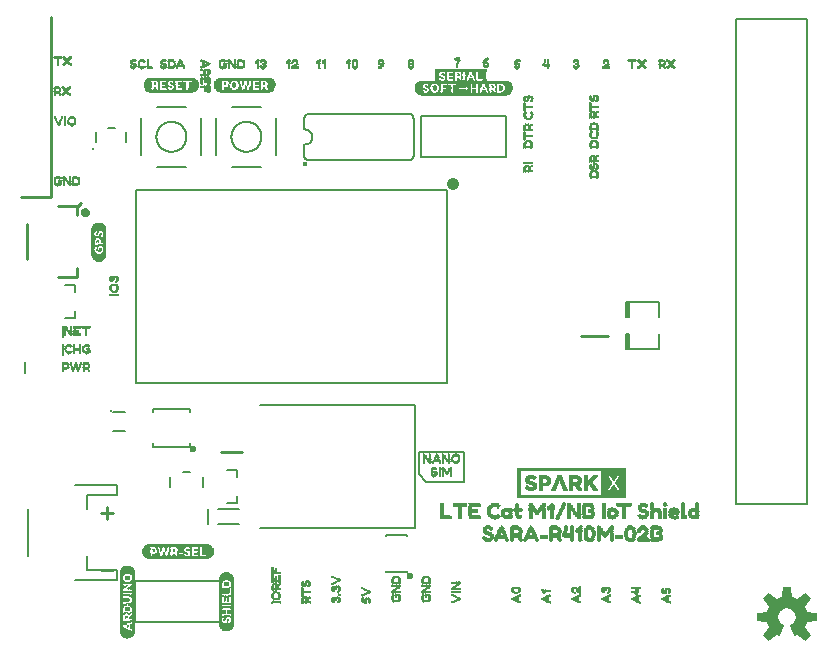
<source format=gto>
G75*
%MOIN*%
%OFA0B0*%
%FSLAX25Y25*%
%IPPOS*%
%LPD*%
%AMOC8*
5,1,8,0,0,1.08239X$1,22.5*
%
%ADD10C,0.01000*%
%ADD11C,0.00700*%
%ADD12C,0.00800*%
%ADD13C,0.03937*%
%ADD14C,0.01575*%
%ADD15C,0.00500*%
%ADD16C,0.02362*%
%ADD17C,0.01720*%
%ADD18C,0.01000*%
%ADD19C,0.01181*%
%ADD20R,0.00827X0.00118*%
%ADD21R,0.00591X0.00118*%
%ADD22R,0.00118X0.00118*%
%ADD23R,0.01417X0.00157*%
%ADD24R,0.01299X0.00157*%
%ADD25R,0.00591X0.00157*%
%ADD26R,0.01654X0.00118*%
%ADD27R,0.01772X0.00118*%
%ADD28R,0.01890X0.00118*%
%ADD29R,0.02126X0.00118*%
%ADD30R,0.02008X0.00118*%
%ADD31R,0.02244X0.00118*%
%ADD32R,0.02008X0.00157*%
%ADD33R,0.02362X0.00157*%
%ADD34R,0.00827X0.00157*%
%ADD35R,0.00709X0.00118*%
%ADD36R,0.02480X0.00118*%
%ADD37R,0.00354X0.00118*%
%ADD38R,0.01181X0.00118*%
%ADD39R,0.00945X0.00118*%
%ADD40R,0.01063X0.00118*%
%ADD41R,0.01535X0.00118*%
%ADD42R,0.01772X0.00157*%
%ADD43R,0.00945X0.00157*%
%ADD44R,0.02244X0.00157*%
%ADD45R,0.02480X0.00157*%
%ADD46R,0.02362X0.00118*%
%ADD47R,0.01535X0.00157*%
%ADD48R,0.01654X0.00157*%
%ADD49R,0.00236X0.00118*%
%ADD50R,0.01063X0.00157*%
%ADD51R,0.01299X0.00118*%
%ADD52R,0.01417X0.00118*%
%ADD53R,0.02598X0.00118*%
%ADD54R,0.02717X0.00118*%
%ADD55R,0.02835X0.00118*%
%ADD56R,0.02953X0.00157*%
%ADD57R,0.01890X0.00157*%
%ADD58R,0.00709X0.00157*%
%ADD59R,0.00472X0.00118*%
%ADD60R,0.00118X0.01063*%
%ADD61R,0.00118X0.01890*%
%ADD62R,0.00157X0.00591*%
%ADD63R,0.00157X0.01772*%
%ADD64R,0.00157X0.02362*%
%ADD65R,0.00118X0.00709*%
%ADD66R,0.00118X0.02008*%
%ADD67R,0.00118X0.02480*%
%ADD68R,0.00118X0.00827*%
%ADD69R,0.00118X0.02126*%
%ADD70R,0.00118X0.00945*%
%ADD71R,0.00118X0.02244*%
%ADD72R,0.00157X0.01063*%
%ADD73R,0.00157X0.02480*%
%ADD74R,0.00118X0.01181*%
%ADD75R,0.00118X0.02362*%
%ADD76R,0.00118X0.01299*%
%ADD77R,0.00118X0.01417*%
%ADD78R,0.00157X0.01535*%
%ADD79R,0.00157X0.00827*%
%ADD80R,0.00118X0.01654*%
%ADD81R,0.00118X0.01772*%
%ADD82R,0.00157X0.00945*%
%ADD83R,0.00157X0.02008*%
%ADD84R,0.00157X0.02244*%
%ADD85R,0.00118X0.02598*%
%ADD86R,0.00118X0.02717*%
%ADD87R,0.00118X0.02835*%
%ADD88R,0.00157X0.02953*%
%ADD89R,0.00157X0.00709*%
%ADD90R,0.00118X0.00591*%
%ADD91R,0.00118X0.00472*%
%ADD92R,0.02598X0.00157*%
%ADD93R,0.01181X0.00157*%
%ADD94R,0.02126X0.00157*%
%ADD95R,0.00354X0.00157*%
%ADD96R,0.00118X0.00157*%
%ADD97R,0.00472X0.00157*%
%ADD98R,0.03071X0.00118*%
%ADD99R,0.02953X0.00118*%
%ADD100R,0.02835X0.00157*%
%ADD101R,0.00157X0.01299*%
%ADD102R,0.00118X0.02953*%
%ADD103R,0.00118X0.03071*%
%ADD104R,0.00157X0.02835*%
%ADD105R,0.00157X0.01890*%
%ADD106R,0.00118X0.00236*%
%ADD107R,0.00118X0.01535*%
%ADD108R,0.00118X0.00354*%
%ADD109R,0.00157X0.02126*%
%ADD110R,0.00157X0.01654*%
%ADD111R,0.00157X0.01417*%
%ADD112R,0.00157X0.03071*%
%ADD113R,0.00157X0.00472*%
%ADD114R,0.00157X0.02598*%
%ADD115R,0.03071X0.00157*%
%ADD116R,0.03307X0.00157*%
%ADD117R,0.03307X0.00118*%
%ADD118R,0.00157X0.00354*%
%ADD119R,0.00157X0.01181*%
%ADD120R,0.03425X0.00118*%
%ADD121C,0.00039*%
%ADD122C,0.00300*%
%ADD123R,0.00787X0.00197*%
%ADD124R,0.00984X0.00197*%
%ADD125R,0.00197X0.00197*%
%ADD126R,0.04134X0.00197*%
%ADD127R,0.03150X0.00197*%
%ADD128R,0.01181X0.00197*%
%ADD129R,0.02165X0.00197*%
%ADD130R,0.00394X0.00197*%
%ADD131R,0.04331X0.00197*%
%ADD132R,0.01378X0.00197*%
%ADD133R,0.04921X0.00197*%
%ADD134R,0.03937X0.00197*%
%ADD135R,0.02362X0.00197*%
%ADD136R,0.05118X0.00197*%
%ADD137R,0.02953X0.00197*%
%ADD138R,0.03543X0.00197*%
%ADD139R,0.02756X0.00197*%
%ADD140R,0.01575X0.00197*%
%ADD141R,0.03740X0.00197*%
%ADD142R,0.01772X0.00197*%
%ADD143R,0.03346X0.00197*%
%ADD144R,0.04528X0.00197*%
%ADD145R,0.01969X0.00197*%
%ADD146R,0.04724X0.00197*%
%ADD147R,0.00591X0.00197*%
%ADD148R,0.02559X0.00197*%
%ADD149R,0.05709X0.00197*%
%ADD150R,0.01378X0.00236*%
%ADD151R,0.03346X0.00236*%
%ADD152R,0.01575X0.00236*%
%ADD153R,0.02165X0.00236*%
%ADD154R,0.02953X0.00236*%
%ADD155R,0.01181X0.00236*%
%ADD156R,0.02559X0.00236*%
%ADD157R,0.03543X0.00236*%
%ADD158R,0.01969X0.00236*%
%ADD159R,0.03740X0.00236*%
%ADD160R,0.04134X0.00236*%
%ADD161R,0.02756X0.00236*%
%ADD162R,0.02362X0.00236*%
%ADD163R,0.01772X0.00236*%
%ADD164R,0.05512X0.00197*%
%ADD165R,0.03937X0.00236*%
%ADD166R,0.04724X0.00236*%
%ADD167R,0.28937X0.00118*%
%ADD168R,0.29646X0.00118*%
%ADD169R,0.30118X0.00079*%
%ADD170R,0.30591X0.00157*%
%ADD171R,0.30827X0.00118*%
%ADD172R,0.31063X0.00118*%
%ADD173R,0.31299X0.00079*%
%ADD174R,0.25276X0.00118*%
%ADD175R,0.00236X0.00157*%
%ADD176R,0.04606X0.00157*%
%ADD177R,0.03189X0.00157*%
%ADD178R,0.04488X0.00118*%
%ADD179R,0.04606X0.00118*%
%ADD180R,0.02717X0.00157*%
%ADD181R,0.05669X0.00118*%
%ADD182R,0.05669X0.00157*%
%ADD183R,0.03189X0.00118*%
%ADD184R,0.03661X0.00118*%
%ADD185R,0.03898X0.00157*%
%ADD186R,0.05906X0.00118*%
%ADD187R,0.31299X0.00118*%
%ADD188R,0.30591X0.00118*%
%ADD189R,0.30118X0.00118*%
%ADD190R,0.17126X0.00118*%
%ADD191R,0.17126X0.00079*%
%ADD192R,0.17126X0.00157*%
%ADD193R,0.14409X0.00118*%
%ADD194R,0.16890X0.00118*%
%ADD195R,0.17598X0.00118*%
%ADD196R,0.18071X0.00079*%
%ADD197R,0.18543X0.00157*%
%ADD198R,0.18780X0.00118*%
%ADD199R,0.19016X0.00118*%
%ADD200R,0.19252X0.00079*%
%ADD201R,0.06024X0.00118*%
%ADD202R,0.07795X0.00118*%
%ADD203R,0.19252X0.00118*%
%ADD204R,0.18543X0.00118*%
%ADD205R,0.18071X0.00118*%
%ADD206R,0.14764X0.00118*%
%ADD207R,0.15472X0.00118*%
%ADD208R,0.15945X0.00079*%
%ADD209R,0.16417X0.00157*%
%ADD210R,0.16654X0.00118*%
%ADD211R,0.08150X0.00118*%
%ADD212R,0.08622X0.00118*%
%ADD213R,0.03425X0.00157*%
%ADD214R,0.16417X0.00118*%
%ADD215R,0.15945X0.00118*%
%ADD216R,0.00118X0.09331*%
%ADD217R,0.00118X0.10039*%
%ADD218R,0.00079X0.10512*%
%ADD219R,0.00157X0.10984*%
%ADD220R,0.00118X0.11220*%
%ADD221R,0.00118X0.11457*%
%ADD222R,0.00079X0.11693*%
%ADD223R,0.00118X0.03189*%
%ADD224R,0.00118X0.04606*%
%ADD225R,0.00118X0.03898*%
%ADD226R,0.00157X0.03780*%
%ADD227R,0.00118X0.03543*%
%ADD228R,0.00118X0.11693*%
%ADD229R,0.00118X0.10984*%
%ADD230R,0.00118X0.10512*%
%ADD231R,0.00118X0.20669*%
%ADD232R,0.00118X0.21378*%
%ADD233R,0.00079X0.21850*%
%ADD234R,0.00157X0.22323*%
%ADD235R,0.00118X0.22559*%
%ADD236R,0.00118X0.22795*%
%ADD237R,0.00079X0.23031*%
%ADD238R,0.00118X0.19488*%
%ADD239R,0.00118X0.03307*%
%ADD240R,0.00157X0.03425*%
%ADD241R,0.00157X0.03307*%
%ADD242R,0.00157X0.02717*%
%ADD243R,0.00157X0.00236*%
%ADD244R,0.00157X0.00118*%
%ADD245R,0.00118X0.23031*%
%ADD246R,0.00118X0.22323*%
%ADD247R,0.00118X0.21850*%
%ADD248R,0.00118X0.15945*%
%ADD249R,0.00118X0.16654*%
%ADD250R,0.00079X0.17126*%
%ADD251R,0.00157X0.17598*%
%ADD252R,0.00118X0.17835*%
%ADD253R,0.00118X0.18071*%
%ADD254R,0.00079X0.18307*%
%ADD255R,0.00118X0.15118*%
%ADD256R,0.00157X0.03189*%
%ADD257R,0.00118X0.03661*%
%ADD258R,0.00157X0.03898*%
%ADD259R,0.00118X0.18307*%
%ADD260R,0.00118X0.17598*%
%ADD261R,0.00118X0.17126*%
%ADD262R,0.20197X0.00118*%
%ADD263R,0.20906X0.00118*%
%ADD264R,0.21378X0.00079*%
%ADD265R,0.21850X0.00157*%
%ADD266R,0.22087X0.00118*%
%ADD267R,0.22323X0.00118*%
%ADD268R,0.22559X0.00079*%
%ADD269R,0.04961X0.00118*%
%ADD270R,0.08031X0.00118*%
%ADD271R,0.03661X0.00157*%
%ADD272R,0.03543X0.00118*%
%ADD273R,0.03780X0.00157*%
%ADD274R,0.03780X0.00118*%
%ADD275R,0.03898X0.00118*%
%ADD276R,0.22559X0.00118*%
%ADD277R,0.21850X0.00118*%
%ADD278R,0.21378X0.00118*%
D10*
X0089833Y0060500D02*
X0093833Y0060500D01*
X0091833Y0077500D02*
X0091833Y0081500D01*
X0089833Y0079500D02*
X0093833Y0079500D01*
X0129833Y0100000D02*
X0136833Y0100000D01*
X0081955Y0158189D02*
X0075459Y0158189D01*
X0081955Y0158189D02*
X0081955Y0161142D01*
X0065223Y0164094D02*
X0065223Y0175906D01*
X0075459Y0181811D02*
X0081955Y0181811D01*
X0081955Y0178858D01*
X0081833Y0181500D02*
X0083333Y0183000D01*
X0073333Y0185000D02*
X0073333Y0195000D01*
X0073333Y0245000D01*
X0073333Y0185000D02*
X0063333Y0185000D01*
X0249833Y0138500D02*
X0258833Y0138500D01*
D11*
X0210833Y0100000D02*
X0195833Y0100000D01*
X0195833Y0092500D01*
X0198333Y0090000D01*
X0210833Y0090000D01*
X0210833Y0100000D01*
D12*
X0095050Y0057252D02*
X0081270Y0057252D01*
X0085207Y0060402D02*
X0085207Y0065126D01*
X0085207Y0060402D02*
X0095050Y0060402D01*
X0095050Y0057252D01*
X0101360Y0056890D02*
X0101360Y0043110D01*
X0129707Y0043110D01*
X0129707Y0056890D01*
X0101360Y0056890D01*
X0125365Y0076039D02*
X0125365Y0080961D01*
X0128790Y0080961D02*
X0135877Y0080961D01*
X0135089Y0082988D02*
X0131940Y0082988D01*
X0135089Y0082988D02*
X0135089Y0085350D01*
X0135089Y0091650D02*
X0135089Y0094012D01*
X0131940Y0094012D01*
X0123933Y0091691D02*
X0123933Y0088309D01*
X0119390Y0093191D02*
X0117277Y0093191D01*
X0112733Y0091691D02*
X0112733Y0088309D01*
X0107034Y0101701D02*
X0107034Y0102882D01*
X0107034Y0101701D02*
X0119633Y0101701D01*
X0119633Y0102882D01*
X0119633Y0113118D02*
X0119633Y0114299D01*
X0107034Y0114299D01*
X0107034Y0113118D01*
X0101365Y0122717D02*
X0205302Y0122717D01*
X0205302Y0187283D01*
X0101365Y0187283D01*
X0101365Y0122717D01*
X0081089Y0144488D02*
X0077940Y0144488D01*
X0081089Y0144488D02*
X0081089Y0146850D01*
X0081089Y0153150D02*
X0081089Y0155512D01*
X0077940Y0155512D01*
X0108451Y0195000D02*
X0118215Y0195000D01*
X0123333Y0198937D02*
X0123333Y0211063D01*
X0128333Y0211063D02*
X0128333Y0198937D01*
X0133451Y0195000D02*
X0143215Y0195000D01*
X0148333Y0198937D02*
X0148333Y0211063D01*
X0143333Y0215000D02*
X0133451Y0215000D01*
X0133333Y0205000D02*
X0133335Y0205141D01*
X0133341Y0205282D01*
X0133351Y0205422D01*
X0133365Y0205562D01*
X0133383Y0205702D01*
X0133404Y0205841D01*
X0133430Y0205980D01*
X0133459Y0206118D01*
X0133493Y0206254D01*
X0133530Y0206390D01*
X0133571Y0206525D01*
X0133616Y0206659D01*
X0133665Y0206791D01*
X0133717Y0206922D01*
X0133773Y0207051D01*
X0133833Y0207178D01*
X0133896Y0207304D01*
X0133962Y0207428D01*
X0134033Y0207551D01*
X0134106Y0207671D01*
X0134183Y0207789D01*
X0134263Y0207905D01*
X0134347Y0208018D01*
X0134433Y0208129D01*
X0134523Y0208238D01*
X0134616Y0208344D01*
X0134711Y0208447D01*
X0134810Y0208548D01*
X0134911Y0208646D01*
X0135015Y0208741D01*
X0135122Y0208833D01*
X0135231Y0208922D01*
X0135343Y0209007D01*
X0135457Y0209090D01*
X0135573Y0209170D01*
X0135692Y0209246D01*
X0135813Y0209318D01*
X0135935Y0209388D01*
X0136060Y0209453D01*
X0136186Y0209516D01*
X0136314Y0209574D01*
X0136444Y0209629D01*
X0136575Y0209681D01*
X0136708Y0209728D01*
X0136842Y0209772D01*
X0136977Y0209813D01*
X0137113Y0209849D01*
X0137250Y0209881D01*
X0137388Y0209910D01*
X0137526Y0209935D01*
X0137666Y0209955D01*
X0137806Y0209972D01*
X0137946Y0209985D01*
X0138087Y0209994D01*
X0138227Y0209999D01*
X0138368Y0210000D01*
X0138509Y0209997D01*
X0138650Y0209990D01*
X0138790Y0209979D01*
X0138930Y0209964D01*
X0139070Y0209945D01*
X0139209Y0209923D01*
X0139347Y0209896D01*
X0139485Y0209866D01*
X0139621Y0209831D01*
X0139757Y0209793D01*
X0139891Y0209751D01*
X0140025Y0209705D01*
X0140157Y0209656D01*
X0140287Y0209602D01*
X0140416Y0209545D01*
X0140543Y0209485D01*
X0140669Y0209421D01*
X0140792Y0209353D01*
X0140914Y0209282D01*
X0141034Y0209208D01*
X0141151Y0209130D01*
X0141266Y0209049D01*
X0141379Y0208965D01*
X0141490Y0208878D01*
X0141598Y0208787D01*
X0141703Y0208694D01*
X0141806Y0208597D01*
X0141906Y0208498D01*
X0142003Y0208396D01*
X0142097Y0208291D01*
X0142188Y0208184D01*
X0142276Y0208074D01*
X0142361Y0207962D01*
X0142443Y0207847D01*
X0142522Y0207730D01*
X0142597Y0207611D01*
X0142669Y0207490D01*
X0142737Y0207367D01*
X0142802Y0207242D01*
X0142864Y0207115D01*
X0142921Y0206986D01*
X0142976Y0206856D01*
X0143026Y0206725D01*
X0143073Y0206592D01*
X0143116Y0206458D01*
X0143155Y0206322D01*
X0143190Y0206186D01*
X0143222Y0206049D01*
X0143249Y0205911D01*
X0143273Y0205772D01*
X0143293Y0205632D01*
X0143309Y0205492D01*
X0143321Y0205352D01*
X0143329Y0205211D01*
X0143333Y0205070D01*
X0143333Y0204930D01*
X0143329Y0204789D01*
X0143321Y0204648D01*
X0143309Y0204508D01*
X0143293Y0204368D01*
X0143273Y0204228D01*
X0143249Y0204089D01*
X0143222Y0203951D01*
X0143190Y0203814D01*
X0143155Y0203678D01*
X0143116Y0203542D01*
X0143073Y0203408D01*
X0143026Y0203275D01*
X0142976Y0203144D01*
X0142921Y0203014D01*
X0142864Y0202885D01*
X0142802Y0202758D01*
X0142737Y0202633D01*
X0142669Y0202510D01*
X0142597Y0202389D01*
X0142522Y0202270D01*
X0142443Y0202153D01*
X0142361Y0202038D01*
X0142276Y0201926D01*
X0142188Y0201816D01*
X0142097Y0201709D01*
X0142003Y0201604D01*
X0141906Y0201502D01*
X0141806Y0201403D01*
X0141703Y0201306D01*
X0141598Y0201213D01*
X0141490Y0201122D01*
X0141379Y0201035D01*
X0141266Y0200951D01*
X0141151Y0200870D01*
X0141034Y0200792D01*
X0140914Y0200718D01*
X0140792Y0200647D01*
X0140669Y0200579D01*
X0140543Y0200515D01*
X0140416Y0200455D01*
X0140287Y0200398D01*
X0140157Y0200344D01*
X0140025Y0200295D01*
X0139891Y0200249D01*
X0139757Y0200207D01*
X0139621Y0200169D01*
X0139485Y0200134D01*
X0139347Y0200104D01*
X0139209Y0200077D01*
X0139070Y0200055D01*
X0138930Y0200036D01*
X0138790Y0200021D01*
X0138650Y0200010D01*
X0138509Y0200003D01*
X0138368Y0200000D01*
X0138227Y0200001D01*
X0138087Y0200006D01*
X0137946Y0200015D01*
X0137806Y0200028D01*
X0137666Y0200045D01*
X0137526Y0200065D01*
X0137388Y0200090D01*
X0137250Y0200119D01*
X0137113Y0200151D01*
X0136977Y0200187D01*
X0136842Y0200228D01*
X0136708Y0200272D01*
X0136575Y0200319D01*
X0136444Y0200371D01*
X0136314Y0200426D01*
X0136186Y0200484D01*
X0136060Y0200547D01*
X0135935Y0200612D01*
X0135813Y0200682D01*
X0135692Y0200754D01*
X0135573Y0200830D01*
X0135457Y0200910D01*
X0135343Y0200993D01*
X0135231Y0201078D01*
X0135122Y0201167D01*
X0135015Y0201259D01*
X0134911Y0201354D01*
X0134810Y0201452D01*
X0134711Y0201553D01*
X0134616Y0201656D01*
X0134523Y0201762D01*
X0134433Y0201871D01*
X0134347Y0201982D01*
X0134263Y0202095D01*
X0134183Y0202211D01*
X0134106Y0202329D01*
X0134033Y0202449D01*
X0133962Y0202572D01*
X0133896Y0202696D01*
X0133833Y0202822D01*
X0133773Y0202949D01*
X0133717Y0203078D01*
X0133665Y0203209D01*
X0133616Y0203341D01*
X0133571Y0203475D01*
X0133530Y0203610D01*
X0133493Y0203746D01*
X0133459Y0203882D01*
X0133430Y0204020D01*
X0133404Y0204159D01*
X0133383Y0204298D01*
X0133365Y0204438D01*
X0133351Y0204578D01*
X0133341Y0204718D01*
X0133335Y0204859D01*
X0133333Y0205000D01*
X0118333Y0215000D02*
X0108451Y0215000D01*
X0103333Y0211063D02*
X0103333Y0198937D01*
X0098333Y0203309D02*
X0098333Y0206691D01*
X0094390Y0207791D02*
X0092277Y0207791D01*
X0088333Y0206691D02*
X0088333Y0203309D01*
X0108333Y0205000D02*
X0108335Y0205141D01*
X0108341Y0205282D01*
X0108351Y0205422D01*
X0108365Y0205562D01*
X0108383Y0205702D01*
X0108404Y0205841D01*
X0108430Y0205980D01*
X0108459Y0206118D01*
X0108493Y0206254D01*
X0108530Y0206390D01*
X0108571Y0206525D01*
X0108616Y0206659D01*
X0108665Y0206791D01*
X0108717Y0206922D01*
X0108773Y0207051D01*
X0108833Y0207178D01*
X0108896Y0207304D01*
X0108962Y0207428D01*
X0109033Y0207551D01*
X0109106Y0207671D01*
X0109183Y0207789D01*
X0109263Y0207905D01*
X0109347Y0208018D01*
X0109433Y0208129D01*
X0109523Y0208238D01*
X0109616Y0208344D01*
X0109711Y0208447D01*
X0109810Y0208548D01*
X0109911Y0208646D01*
X0110015Y0208741D01*
X0110122Y0208833D01*
X0110231Y0208922D01*
X0110343Y0209007D01*
X0110457Y0209090D01*
X0110573Y0209170D01*
X0110692Y0209246D01*
X0110813Y0209318D01*
X0110935Y0209388D01*
X0111060Y0209453D01*
X0111186Y0209516D01*
X0111314Y0209574D01*
X0111444Y0209629D01*
X0111575Y0209681D01*
X0111708Y0209728D01*
X0111842Y0209772D01*
X0111977Y0209813D01*
X0112113Y0209849D01*
X0112250Y0209881D01*
X0112388Y0209910D01*
X0112526Y0209935D01*
X0112666Y0209955D01*
X0112806Y0209972D01*
X0112946Y0209985D01*
X0113087Y0209994D01*
X0113227Y0209999D01*
X0113368Y0210000D01*
X0113509Y0209997D01*
X0113650Y0209990D01*
X0113790Y0209979D01*
X0113930Y0209964D01*
X0114070Y0209945D01*
X0114209Y0209923D01*
X0114347Y0209896D01*
X0114485Y0209866D01*
X0114621Y0209831D01*
X0114757Y0209793D01*
X0114891Y0209751D01*
X0115025Y0209705D01*
X0115157Y0209656D01*
X0115287Y0209602D01*
X0115416Y0209545D01*
X0115543Y0209485D01*
X0115669Y0209421D01*
X0115792Y0209353D01*
X0115914Y0209282D01*
X0116034Y0209208D01*
X0116151Y0209130D01*
X0116266Y0209049D01*
X0116379Y0208965D01*
X0116490Y0208878D01*
X0116598Y0208787D01*
X0116703Y0208694D01*
X0116806Y0208597D01*
X0116906Y0208498D01*
X0117003Y0208396D01*
X0117097Y0208291D01*
X0117188Y0208184D01*
X0117276Y0208074D01*
X0117361Y0207962D01*
X0117443Y0207847D01*
X0117522Y0207730D01*
X0117597Y0207611D01*
X0117669Y0207490D01*
X0117737Y0207367D01*
X0117802Y0207242D01*
X0117864Y0207115D01*
X0117921Y0206986D01*
X0117976Y0206856D01*
X0118026Y0206725D01*
X0118073Y0206592D01*
X0118116Y0206458D01*
X0118155Y0206322D01*
X0118190Y0206186D01*
X0118222Y0206049D01*
X0118249Y0205911D01*
X0118273Y0205772D01*
X0118293Y0205632D01*
X0118309Y0205492D01*
X0118321Y0205352D01*
X0118329Y0205211D01*
X0118333Y0205070D01*
X0118333Y0204930D01*
X0118329Y0204789D01*
X0118321Y0204648D01*
X0118309Y0204508D01*
X0118293Y0204368D01*
X0118273Y0204228D01*
X0118249Y0204089D01*
X0118222Y0203951D01*
X0118190Y0203814D01*
X0118155Y0203678D01*
X0118116Y0203542D01*
X0118073Y0203408D01*
X0118026Y0203275D01*
X0117976Y0203144D01*
X0117921Y0203014D01*
X0117864Y0202885D01*
X0117802Y0202758D01*
X0117737Y0202633D01*
X0117669Y0202510D01*
X0117597Y0202389D01*
X0117522Y0202270D01*
X0117443Y0202153D01*
X0117361Y0202038D01*
X0117276Y0201926D01*
X0117188Y0201816D01*
X0117097Y0201709D01*
X0117003Y0201604D01*
X0116906Y0201502D01*
X0116806Y0201403D01*
X0116703Y0201306D01*
X0116598Y0201213D01*
X0116490Y0201122D01*
X0116379Y0201035D01*
X0116266Y0200951D01*
X0116151Y0200870D01*
X0116034Y0200792D01*
X0115914Y0200718D01*
X0115792Y0200647D01*
X0115669Y0200579D01*
X0115543Y0200515D01*
X0115416Y0200455D01*
X0115287Y0200398D01*
X0115157Y0200344D01*
X0115025Y0200295D01*
X0114891Y0200249D01*
X0114757Y0200207D01*
X0114621Y0200169D01*
X0114485Y0200134D01*
X0114347Y0200104D01*
X0114209Y0200077D01*
X0114070Y0200055D01*
X0113930Y0200036D01*
X0113790Y0200021D01*
X0113650Y0200010D01*
X0113509Y0200003D01*
X0113368Y0200000D01*
X0113227Y0200001D01*
X0113087Y0200006D01*
X0112946Y0200015D01*
X0112806Y0200028D01*
X0112666Y0200045D01*
X0112526Y0200065D01*
X0112388Y0200090D01*
X0112250Y0200119D01*
X0112113Y0200151D01*
X0111977Y0200187D01*
X0111842Y0200228D01*
X0111708Y0200272D01*
X0111575Y0200319D01*
X0111444Y0200371D01*
X0111314Y0200426D01*
X0111186Y0200484D01*
X0111060Y0200547D01*
X0110935Y0200612D01*
X0110813Y0200682D01*
X0110692Y0200754D01*
X0110573Y0200830D01*
X0110457Y0200910D01*
X0110343Y0200993D01*
X0110231Y0201078D01*
X0110122Y0201167D01*
X0110015Y0201259D01*
X0109911Y0201354D01*
X0109810Y0201452D01*
X0109711Y0201553D01*
X0109616Y0201656D01*
X0109523Y0201762D01*
X0109433Y0201871D01*
X0109347Y0201982D01*
X0109263Y0202095D01*
X0109183Y0202211D01*
X0109106Y0202329D01*
X0109033Y0202449D01*
X0108962Y0202572D01*
X0108896Y0202696D01*
X0108833Y0202822D01*
X0108773Y0202949D01*
X0108717Y0203078D01*
X0108665Y0203209D01*
X0108616Y0203341D01*
X0108571Y0203475D01*
X0108530Y0203610D01*
X0108493Y0203746D01*
X0108459Y0203882D01*
X0108430Y0204020D01*
X0108404Y0204159D01*
X0108383Y0204298D01*
X0108365Y0204438D01*
X0108351Y0204578D01*
X0108341Y0204718D01*
X0108335Y0204859D01*
X0108333Y0205000D01*
X0157633Y0207400D02*
X0157633Y0210719D01*
X0157633Y0210769D02*
X0157626Y0210850D01*
X0157622Y0210931D01*
X0157623Y0211012D01*
X0157627Y0211094D01*
X0157635Y0211174D01*
X0157647Y0211255D01*
X0157662Y0211335D01*
X0157682Y0211414D01*
X0157705Y0211492D01*
X0157732Y0211568D01*
X0157762Y0211644D01*
X0157796Y0211718D01*
X0157834Y0211790D01*
X0157875Y0211860D01*
X0157919Y0211928D01*
X0157966Y0211994D01*
X0158017Y0212058D01*
X0158070Y0212119D01*
X0158127Y0212178D01*
X0158186Y0212234D01*
X0158247Y0212287D01*
X0158311Y0212337D01*
X0158378Y0212384D01*
X0158446Y0212428D01*
X0158517Y0212468D01*
X0158589Y0212505D01*
X0158663Y0212539D01*
X0158739Y0212568D01*
X0158816Y0212595D01*
X0158894Y0212617D01*
X0158973Y0212636D01*
X0159053Y0212651D01*
X0159134Y0212663D01*
X0159133Y0212663D02*
X0192533Y0212663D01*
X0192534Y0212663D02*
X0192610Y0212661D01*
X0192685Y0212655D01*
X0192761Y0212646D01*
X0192836Y0212632D01*
X0192910Y0212615D01*
X0192983Y0212594D01*
X0193055Y0212570D01*
X0193125Y0212542D01*
X0193194Y0212510D01*
X0193262Y0212475D01*
X0193327Y0212436D01*
X0193391Y0212394D01*
X0193452Y0212349D01*
X0193511Y0212301D01*
X0193567Y0212250D01*
X0193621Y0212196D01*
X0193672Y0212140D01*
X0193720Y0212081D01*
X0193765Y0212020D01*
X0193807Y0211956D01*
X0193846Y0211891D01*
X0193881Y0211823D01*
X0193913Y0211754D01*
X0193941Y0211684D01*
X0193965Y0211612D01*
X0193986Y0211539D01*
X0194003Y0211465D01*
X0194017Y0211390D01*
X0194026Y0211314D01*
X0194032Y0211239D01*
X0194034Y0211163D01*
X0194033Y0211163D02*
X0194033Y0198837D01*
X0194033Y0198838D02*
X0194042Y0198767D01*
X0194047Y0198696D01*
X0194048Y0198624D01*
X0194045Y0198553D01*
X0194038Y0198482D01*
X0194028Y0198411D01*
X0194014Y0198342D01*
X0193995Y0198272D01*
X0193974Y0198204D01*
X0193948Y0198138D01*
X0193919Y0198073D01*
X0193887Y0198009D01*
X0193851Y0197947D01*
X0193812Y0197888D01*
X0193769Y0197830D01*
X0193724Y0197775D01*
X0193675Y0197723D01*
X0193624Y0197673D01*
X0193571Y0197626D01*
X0193514Y0197582D01*
X0193456Y0197541D01*
X0193395Y0197503D01*
X0193333Y0197469D01*
X0193268Y0197438D01*
X0193202Y0197411D01*
X0193135Y0197387D01*
X0193067Y0197367D01*
X0192997Y0197350D01*
X0192927Y0197338D01*
X0192927Y0197337D02*
X0159133Y0197337D01*
X0159133Y0197338D02*
X0159063Y0197329D01*
X0158991Y0197324D01*
X0158920Y0197323D01*
X0158849Y0197326D01*
X0158778Y0197333D01*
X0158707Y0197343D01*
X0158637Y0197357D01*
X0158568Y0197375D01*
X0158500Y0197397D01*
X0158433Y0197423D01*
X0158368Y0197452D01*
X0158305Y0197484D01*
X0158243Y0197520D01*
X0158183Y0197559D01*
X0158126Y0197602D01*
X0158071Y0197647D01*
X0158018Y0197695D01*
X0157968Y0197747D01*
X0157921Y0197800D01*
X0157877Y0197856D01*
X0157837Y0197915D01*
X0157799Y0197976D01*
X0157765Y0198038D01*
X0157734Y0198102D01*
X0157706Y0198168D01*
X0157683Y0198236D01*
X0157663Y0198304D01*
X0157646Y0198374D01*
X0157634Y0198444D01*
X0157633Y0198444D02*
X0157633Y0202400D01*
X0157833Y0202400D02*
X0157931Y0202402D01*
X0158029Y0202408D01*
X0158127Y0202417D01*
X0158224Y0202431D01*
X0158321Y0202448D01*
X0158417Y0202469D01*
X0158512Y0202494D01*
X0158606Y0202522D01*
X0158698Y0202555D01*
X0158790Y0202590D01*
X0158880Y0202630D01*
X0158968Y0202672D01*
X0159055Y0202719D01*
X0159139Y0202768D01*
X0159222Y0202821D01*
X0159302Y0202877D01*
X0159381Y0202937D01*
X0159457Y0202999D01*
X0159530Y0203064D01*
X0159601Y0203132D01*
X0159669Y0203203D01*
X0159734Y0203276D01*
X0159796Y0203352D01*
X0159856Y0203431D01*
X0159912Y0203511D01*
X0159965Y0203594D01*
X0160014Y0203678D01*
X0160061Y0203765D01*
X0160103Y0203853D01*
X0160143Y0203943D01*
X0160178Y0204035D01*
X0160211Y0204127D01*
X0160239Y0204221D01*
X0160264Y0204316D01*
X0160285Y0204412D01*
X0160302Y0204509D01*
X0160316Y0204606D01*
X0160325Y0204704D01*
X0160331Y0204802D01*
X0160333Y0204900D01*
X0160331Y0204998D01*
X0160325Y0205096D01*
X0160316Y0205194D01*
X0160302Y0205291D01*
X0160285Y0205388D01*
X0160264Y0205484D01*
X0160239Y0205579D01*
X0160211Y0205673D01*
X0160178Y0205765D01*
X0160143Y0205857D01*
X0160103Y0205947D01*
X0160061Y0206035D01*
X0160014Y0206122D01*
X0159965Y0206206D01*
X0159912Y0206289D01*
X0159856Y0206369D01*
X0159796Y0206448D01*
X0159734Y0206524D01*
X0159669Y0206597D01*
X0159601Y0206668D01*
X0159530Y0206736D01*
X0159457Y0206801D01*
X0159381Y0206863D01*
X0159302Y0206923D01*
X0159222Y0206979D01*
X0159139Y0207032D01*
X0159055Y0207081D01*
X0158968Y0207128D01*
X0158880Y0207170D01*
X0158790Y0207210D01*
X0158698Y0207245D01*
X0158606Y0207278D01*
X0158512Y0207306D01*
X0158417Y0207331D01*
X0158321Y0207352D01*
X0158224Y0207369D01*
X0158127Y0207383D01*
X0158029Y0207392D01*
X0157931Y0207398D01*
X0157833Y0207400D01*
X0196660Y0211890D02*
X0196660Y0198110D01*
X0225007Y0198110D01*
X0225007Y0211890D01*
X0196660Y0211890D01*
X0301391Y0244340D02*
X0325276Y0244340D01*
X0325276Y0082660D01*
X0301391Y0082660D01*
X0301391Y0244340D01*
X0194440Y0115609D02*
X0142727Y0115609D01*
X0194440Y0115609D02*
X0194440Y0074391D01*
X0142727Y0074391D01*
X0135877Y0076039D02*
X0128790Y0076039D01*
X0095050Y0085598D02*
X0095050Y0088748D01*
X0081270Y0088748D01*
X0085207Y0085598D02*
X0095050Y0085598D01*
X0085207Y0085598D02*
X0085207Y0080874D01*
X0065522Y0080874D02*
X0065522Y0065126D01*
X0184741Y0060234D02*
X0184741Y0059748D01*
X0191926Y0059748D01*
X0191926Y0060234D01*
X0191926Y0071766D02*
X0191926Y0072252D01*
X0184741Y0072252D01*
X0184741Y0071766D01*
D13*
X0207270Y0189252D02*
X0207270Y0189252D01*
X0207270Y0189252D01*
X0207270Y0189252D01*
X0207270Y0189252D01*
X0207270Y0189252D01*
X0207270Y0189252D01*
X0207270Y0189252D01*
X0207270Y0189252D01*
D14*
X0083957Y0179843D02*
X0083959Y0179890D01*
X0083965Y0179936D01*
X0083974Y0179982D01*
X0083988Y0180026D01*
X0084005Y0180070D01*
X0084026Y0180111D01*
X0084050Y0180151D01*
X0084077Y0180189D01*
X0084108Y0180224D01*
X0084141Y0180257D01*
X0084177Y0180287D01*
X0084216Y0180313D01*
X0084256Y0180337D01*
X0084298Y0180356D01*
X0084342Y0180373D01*
X0084387Y0180385D01*
X0084433Y0180394D01*
X0084479Y0180399D01*
X0084526Y0180400D01*
X0084572Y0180397D01*
X0084618Y0180390D01*
X0084664Y0180379D01*
X0084708Y0180365D01*
X0084751Y0180347D01*
X0084792Y0180325D01*
X0084832Y0180300D01*
X0084869Y0180272D01*
X0084904Y0180241D01*
X0084936Y0180207D01*
X0084965Y0180170D01*
X0084990Y0180132D01*
X0085013Y0180091D01*
X0085032Y0180048D01*
X0085047Y0180004D01*
X0085059Y0179959D01*
X0085067Y0179913D01*
X0085071Y0179866D01*
X0085071Y0179820D01*
X0085067Y0179773D01*
X0085059Y0179727D01*
X0085047Y0179682D01*
X0085032Y0179638D01*
X0085013Y0179595D01*
X0084990Y0179554D01*
X0084965Y0179516D01*
X0084936Y0179479D01*
X0084904Y0179445D01*
X0084869Y0179414D01*
X0084832Y0179386D01*
X0084793Y0179361D01*
X0084751Y0179339D01*
X0084708Y0179321D01*
X0084664Y0179307D01*
X0084618Y0179296D01*
X0084572Y0179289D01*
X0084526Y0179286D01*
X0084479Y0179287D01*
X0084433Y0179292D01*
X0084387Y0179301D01*
X0084342Y0179313D01*
X0084298Y0179330D01*
X0084256Y0179349D01*
X0084216Y0179373D01*
X0084177Y0179399D01*
X0084141Y0179429D01*
X0084108Y0179462D01*
X0084077Y0179497D01*
X0084050Y0179535D01*
X0084026Y0179575D01*
X0084005Y0179616D01*
X0083988Y0179660D01*
X0083974Y0179704D01*
X0083965Y0179750D01*
X0083959Y0179796D01*
X0083957Y0179843D01*
D15*
X0077083Y0141875D02*
X0077083Y0138125D01*
X0077083Y0135875D02*
X0077083Y0132125D01*
X0064583Y0129875D02*
X0064583Y0126125D01*
X0093865Y0113248D02*
X0097802Y0113248D01*
X0097802Y0106752D02*
X0093865Y0106752D01*
X0264928Y0134134D02*
X0265715Y0134134D01*
X0275951Y0134134D01*
X0275951Y0139252D01*
X0275951Y0144764D02*
X0275951Y0149882D01*
X0265715Y0149882D01*
X0264928Y0149882D01*
X0264928Y0144764D01*
X0265715Y0144764D01*
X0265715Y0149882D01*
X0265322Y0149882D02*
X0265322Y0144764D01*
X0265322Y0139252D02*
X0265322Y0134134D01*
X0265715Y0134134D02*
X0265715Y0139252D01*
X0264928Y0139252D01*
X0264928Y0134134D01*
D16*
X0192958Y0058713D03*
X0120420Y0100913D03*
D17*
X0157833Y0195900D03*
D18*
X0087033Y0201000D03*
D19*
X0093077Y0113543D03*
D20*
X0085767Y0126720D03*
X0085767Y0126839D03*
X0085649Y0127193D03*
X0085767Y0128217D03*
X0085767Y0128335D03*
X0085767Y0128610D03*
X0084114Y0128610D03*
X0084114Y0128728D03*
X0084114Y0128335D03*
X0084114Y0128217D03*
X0084114Y0128138D03*
X0084114Y0127193D03*
X0084114Y0126917D03*
X0084114Y0126839D03*
X0084114Y0126720D03*
X0082814Y0128138D03*
X0082814Y0128217D03*
X0082814Y0128335D03*
X0082933Y0128610D03*
X0082933Y0128728D03*
X0083051Y0128807D03*
X0083051Y0129083D03*
X0083169Y0129201D03*
X0081397Y0129201D03*
X0079980Y0128728D03*
X0079980Y0128610D03*
X0079862Y0128807D03*
X0079862Y0129083D03*
X0079744Y0129201D03*
X0079744Y0129280D03*
X0080098Y0128335D03*
X0080098Y0128217D03*
X0080098Y0128138D03*
X0078917Y0128138D03*
X0078917Y0128217D03*
X0078917Y0128610D03*
X0078081Y0133665D03*
X0078081Y0134217D03*
X0078081Y0134335D03*
X0082806Y0134335D03*
X0082806Y0134610D03*
X0082806Y0134728D03*
X0082806Y0134807D03*
X0082806Y0135083D03*
X0082806Y0135201D03*
X0083869Y0134217D03*
X0083869Y0134138D03*
X0083987Y0134335D03*
X0083869Y0133862D03*
X0083869Y0133783D03*
X0083987Y0133665D03*
X0082806Y0133390D03*
X0082806Y0133272D03*
X0082806Y0133193D03*
X0082806Y0132917D03*
X0082806Y0132839D03*
X0082806Y0132720D03*
X0085877Y0133272D03*
X0085877Y0133390D03*
X0085050Y0135555D03*
X0081052Y0139272D03*
X0081052Y0139390D03*
X0079989Y0139862D03*
X0079989Y0140138D03*
X0079989Y0140217D03*
X0079989Y0140335D03*
X0079989Y0140610D03*
X0079989Y0140728D03*
X0079989Y0140807D03*
X0079989Y0141083D03*
X0079989Y0141201D03*
X0079989Y0141280D03*
X0081052Y0140728D03*
X0081052Y0140610D03*
X0077981Y0141280D03*
X0077981Y0139862D03*
X0077981Y0139783D03*
X0077981Y0139665D03*
X0077981Y0139390D03*
X0077981Y0139272D03*
X0077981Y0139193D03*
X0077981Y0138917D03*
X0077981Y0138839D03*
X0077981Y0138720D03*
X0077534Y0188720D03*
X0077534Y0188839D03*
X0077534Y0188917D03*
X0077534Y0189193D03*
X0077534Y0189272D03*
X0077534Y0189390D03*
X0077534Y0189665D03*
X0077534Y0189783D03*
X0077534Y0189862D03*
X0076471Y0189390D03*
X0076471Y0189272D03*
X0074581Y0189390D03*
X0074463Y0189665D03*
X0074463Y0189783D03*
X0074463Y0189862D03*
X0074463Y0190138D03*
X0074463Y0190217D03*
X0074463Y0190335D03*
X0075644Y0191555D03*
X0077534Y0191280D03*
X0079542Y0191201D03*
X0079542Y0191083D03*
X0079542Y0190807D03*
X0079542Y0190728D03*
X0079542Y0190610D03*
X0079542Y0190335D03*
X0079542Y0190217D03*
X0079542Y0190138D03*
X0079542Y0189862D03*
X0080605Y0189862D03*
X0080605Y0189783D03*
X0080605Y0189665D03*
X0080605Y0189390D03*
X0080605Y0189272D03*
X0080605Y0190138D03*
X0080605Y0190217D03*
X0080605Y0190335D03*
X0080605Y0190610D03*
X0080605Y0190728D03*
X0082495Y0190335D03*
X0082495Y0190217D03*
X0082495Y0189665D03*
X0077888Y0208720D03*
X0077888Y0208839D03*
X0077888Y0208917D03*
X0077888Y0209193D03*
X0077888Y0209272D03*
X0077888Y0209390D03*
X0077888Y0209665D03*
X0077888Y0209783D03*
X0077888Y0209862D03*
X0077888Y0210138D03*
X0077888Y0210217D03*
X0077888Y0210335D03*
X0077888Y0210610D03*
X0077888Y0210728D03*
X0077888Y0210807D03*
X0077888Y0211083D03*
X0077888Y0211201D03*
X0077888Y0211280D03*
X0076825Y0211083D03*
X0076707Y0210807D03*
X0076707Y0210728D03*
X0076589Y0210610D03*
X0076471Y0210335D03*
X0076471Y0210217D03*
X0076353Y0210138D03*
X0076235Y0209862D03*
X0076235Y0209783D03*
X0075172Y0209783D03*
X0075172Y0209665D03*
X0075054Y0209862D03*
X0074936Y0210138D03*
X0074936Y0210217D03*
X0074699Y0210728D03*
X0074581Y0211083D03*
X0074463Y0211201D03*
X0074463Y0211280D03*
X0078951Y0210335D03*
X0078951Y0210217D03*
X0078951Y0210138D03*
X0078951Y0209862D03*
X0078951Y0209783D03*
X0078951Y0209665D03*
X0079070Y0209390D03*
X0081196Y0209665D03*
X0081314Y0209862D03*
X0081314Y0210138D03*
X0081196Y0210217D03*
X0081196Y0210335D03*
X0077180Y0218720D03*
X0076235Y0218720D03*
X0076235Y0218839D03*
X0076235Y0220217D03*
X0076235Y0220335D03*
X0076235Y0220610D03*
X0077180Y0221280D03*
X0074581Y0220728D03*
X0074581Y0220610D03*
X0074581Y0220335D03*
X0074581Y0220217D03*
X0074581Y0220138D03*
X0074581Y0219193D03*
X0074581Y0218917D03*
X0074581Y0218839D03*
X0074581Y0218720D03*
X0075526Y0228839D03*
X0075526Y0228917D03*
X0075526Y0229193D03*
X0075526Y0229272D03*
X0075526Y0229390D03*
X0075526Y0229665D03*
X0075526Y0229783D03*
X0075526Y0229862D03*
X0075526Y0230138D03*
X0075526Y0230217D03*
X0075526Y0230335D03*
X0075526Y0230610D03*
X0075526Y0230728D03*
X0075526Y0230807D03*
X0077534Y0231280D03*
X0079660Y0231280D03*
X0077534Y0228720D03*
X0099963Y0229610D03*
X0100081Y0229807D03*
X0100672Y0230555D03*
X0102444Y0229217D03*
X0102444Y0229138D03*
X0102444Y0228862D03*
X0102444Y0228783D03*
X0102444Y0228665D03*
X0102562Y0228390D03*
X0101499Y0228390D03*
X0101499Y0228272D03*
X0101381Y0228193D03*
X0105396Y0228193D03*
X0105396Y0228272D03*
X0105396Y0228390D03*
X0105396Y0228665D03*
X0105396Y0228783D03*
X0105396Y0228862D03*
X0105396Y0229138D03*
X0105396Y0229217D03*
X0105396Y0229335D03*
X0105396Y0229610D03*
X0105396Y0229728D03*
X0105396Y0229807D03*
X0105396Y0230083D03*
X0105396Y0230201D03*
X0105396Y0230280D03*
X0110081Y0229728D03*
X0110672Y0230555D03*
X0112562Y0229728D03*
X0112562Y0229610D03*
X0112562Y0229335D03*
X0112562Y0229217D03*
X0112562Y0229138D03*
X0112562Y0228862D03*
X0112562Y0228783D03*
X0112562Y0228665D03*
X0112562Y0228390D03*
X0112562Y0228272D03*
X0111499Y0228272D03*
X0111499Y0228390D03*
X0114451Y0228665D03*
X0114451Y0228783D03*
X0114451Y0228862D03*
X0114451Y0229138D03*
X0114451Y0229217D03*
X0114451Y0229335D03*
X0115751Y0228862D03*
X0115869Y0229138D03*
X0116341Y0230201D03*
X0117050Y0228783D03*
X0117522Y0227839D03*
X0117522Y0227720D03*
X0115278Y0227839D03*
X0115278Y0227917D03*
X0115160Y0227720D03*
X0111688Y0222217D03*
X0113105Y0221272D03*
X0108971Y0223280D03*
X0107790Y0222728D03*
X0107790Y0222138D03*
X0107790Y0220917D03*
X0129463Y0228665D03*
X0129463Y0228783D03*
X0129463Y0228862D03*
X0129463Y0229138D03*
X0129463Y0229217D03*
X0129463Y0229335D03*
X0129581Y0228390D03*
X0131471Y0228390D03*
X0131471Y0228272D03*
X0132534Y0228272D03*
X0132534Y0228193D03*
X0132534Y0228390D03*
X0132534Y0228665D03*
X0132534Y0228783D03*
X0132534Y0228862D03*
X0132534Y0227917D03*
X0132534Y0227839D03*
X0132534Y0227720D03*
X0134542Y0228862D03*
X0134542Y0229138D03*
X0134542Y0229217D03*
X0134542Y0229335D03*
X0134542Y0229610D03*
X0134542Y0229728D03*
X0134542Y0229807D03*
X0134542Y0230083D03*
X0134542Y0230201D03*
X0135605Y0229728D03*
X0135605Y0229610D03*
X0135605Y0229335D03*
X0135605Y0229217D03*
X0135605Y0229138D03*
X0135605Y0228862D03*
X0135605Y0228783D03*
X0135605Y0228665D03*
X0135605Y0228390D03*
X0135605Y0228272D03*
X0137495Y0228665D03*
X0137495Y0229217D03*
X0137495Y0229335D03*
X0142172Y0229138D03*
X0142172Y0228862D03*
X0142172Y0228783D03*
X0142172Y0228665D03*
X0142172Y0228390D03*
X0142172Y0228272D03*
X0142172Y0228193D03*
X0142172Y0227917D03*
X0142172Y0227839D03*
X0142172Y0227720D03*
X0143235Y0228272D03*
X0143353Y0229728D03*
X0142172Y0230280D03*
X0144770Y0229610D03*
X0144770Y0228390D03*
X0144770Y0228272D03*
X0144282Y0222610D03*
X0144282Y0222217D03*
X0144282Y0222138D03*
X0144282Y0220917D03*
X0144282Y0220839D03*
X0142747Y0221783D03*
X0142747Y0221862D03*
X0142747Y0222138D03*
X0142747Y0222217D03*
X0140030Y0221783D03*
X0140030Y0221665D03*
X0138849Y0223083D03*
X0137196Y0223083D03*
X0135660Y0223201D03*
X0131290Y0222138D03*
X0132534Y0230280D03*
X0130644Y0230555D03*
X0152672Y0230280D03*
X0152672Y0229138D03*
X0152672Y0228862D03*
X0152672Y0228783D03*
X0152672Y0228665D03*
X0152672Y0228390D03*
X0152672Y0228272D03*
X0152672Y0228193D03*
X0152672Y0227917D03*
X0152672Y0227839D03*
X0152672Y0227720D03*
X0153735Y0229610D03*
X0153735Y0229728D03*
X0155152Y0229728D03*
X0155152Y0229610D03*
X0155152Y0229335D03*
X0155152Y0229217D03*
X0162644Y0229138D03*
X0162644Y0228862D03*
X0162644Y0228783D03*
X0162644Y0228665D03*
X0162644Y0228390D03*
X0162644Y0228272D03*
X0162644Y0228193D03*
X0162644Y0227917D03*
X0162644Y0227839D03*
X0162644Y0227720D03*
X0164416Y0227720D03*
X0164416Y0227839D03*
X0164416Y0227917D03*
X0164416Y0228193D03*
X0164416Y0228272D03*
X0164416Y0228390D03*
X0164416Y0228665D03*
X0164416Y0228783D03*
X0164416Y0228862D03*
X0164416Y0229138D03*
X0164416Y0230280D03*
X0162644Y0230280D03*
X0172672Y0230280D03*
X0172672Y0229138D03*
X0172672Y0228862D03*
X0172672Y0228783D03*
X0172672Y0228665D03*
X0172672Y0228390D03*
X0172672Y0228272D03*
X0172672Y0228193D03*
X0172672Y0227917D03*
X0172672Y0227839D03*
X0172672Y0227720D03*
X0173735Y0228272D03*
X0173735Y0228390D03*
X0173853Y0228193D03*
X0173735Y0228665D03*
X0173735Y0228783D03*
X0173735Y0228862D03*
X0173735Y0229138D03*
X0173735Y0229217D03*
X0173735Y0229335D03*
X0173735Y0229610D03*
X0173853Y0229728D03*
X0175152Y0229728D03*
X0175270Y0229610D03*
X0175270Y0229335D03*
X0175270Y0229217D03*
X0175270Y0229138D03*
X0175270Y0228862D03*
X0175270Y0228783D03*
X0175270Y0228665D03*
X0175270Y0228390D03*
X0175152Y0228193D03*
X0182463Y0229610D03*
X0182463Y0229728D03*
X0182581Y0229807D03*
X0183172Y0230555D03*
X0183762Y0229807D03*
X0183881Y0229728D03*
X0183881Y0229610D03*
X0183762Y0228665D03*
X0183644Y0228390D03*
X0182699Y0227445D03*
X0192463Y0228193D03*
X0192463Y0228272D03*
X0192463Y0228390D03*
X0192463Y0229610D03*
X0192581Y0229807D03*
X0193172Y0230555D03*
X0193881Y0228390D03*
X0193881Y0228272D03*
X0193881Y0228193D03*
X0199353Y0221807D03*
X0198172Y0220272D03*
X0199589Y0219839D03*
X0202542Y0219839D03*
X0202542Y0222083D03*
X0203672Y0224272D03*
X0207451Y0224783D03*
X0207451Y0224862D03*
X0207451Y0225138D03*
X0207451Y0225217D03*
X0208987Y0225138D03*
X0208987Y0223917D03*
X0211703Y0225138D03*
X0214420Y0225138D03*
X0217463Y0228772D03*
X0217463Y0228890D03*
X0217581Y0229835D03*
X0218881Y0228890D03*
X0218881Y0228772D03*
X0218881Y0228693D03*
X0209262Y0230110D03*
X0209262Y0230228D03*
X0208672Y0229165D03*
X0208554Y0228890D03*
X0208436Y0228693D03*
X0208436Y0228417D03*
X0216007Y0221138D03*
X0218841Y0220862D03*
X0218841Y0220783D03*
X0220377Y0221138D03*
X0220377Y0221217D03*
X0220377Y0221610D03*
X0220377Y0219917D03*
X0220377Y0219839D03*
X0229262Y0228193D03*
X0229262Y0228272D03*
X0229262Y0228665D03*
X0237581Y0229138D03*
X0237581Y0229217D03*
X0237581Y0229335D03*
X0237699Y0229610D03*
X0237699Y0229728D03*
X0237699Y0229807D03*
X0237818Y0230083D03*
X0237818Y0230201D03*
X0237818Y0230280D03*
X0238999Y0230280D03*
X0238999Y0230201D03*
X0238999Y0230083D03*
X0238999Y0229807D03*
X0238999Y0229728D03*
X0238999Y0229610D03*
X0238999Y0229335D03*
X0238999Y0229217D03*
X0238999Y0229138D03*
X0238999Y0228193D03*
X0238999Y0227917D03*
X0238999Y0227839D03*
X0238999Y0227720D03*
X0247436Y0228272D03*
X0247436Y0228390D03*
X0247554Y0229728D03*
X0248262Y0230555D03*
X0248971Y0229728D03*
X0248971Y0229610D03*
X0249089Y0228390D03*
X0249089Y0228272D03*
X0248971Y0228193D03*
X0257463Y0229217D03*
X0257463Y0229335D03*
X0257463Y0229610D03*
X0257581Y0229728D03*
X0258999Y0229610D03*
X0258999Y0229335D03*
X0258999Y0229217D03*
X0267026Y0229217D03*
X0267026Y0229138D03*
X0267026Y0229335D03*
X0267026Y0229610D03*
X0267026Y0229728D03*
X0267026Y0229807D03*
X0267026Y0228862D03*
X0267026Y0228783D03*
X0267026Y0228665D03*
X0267026Y0228390D03*
X0267026Y0228272D03*
X0267026Y0228193D03*
X0267026Y0227917D03*
X0267026Y0227839D03*
X0269034Y0227720D03*
X0269034Y0230280D03*
X0271160Y0230280D03*
X0276081Y0229728D03*
X0276081Y0229610D03*
X0276081Y0229335D03*
X0276081Y0229217D03*
X0276081Y0229138D03*
X0276081Y0228193D03*
X0276081Y0227917D03*
X0276081Y0227839D03*
X0276081Y0227720D03*
X0277735Y0227720D03*
X0277735Y0227839D03*
X0278680Y0227720D03*
X0277735Y0229217D03*
X0277735Y0229335D03*
X0277735Y0229610D03*
X0278680Y0230280D03*
X0209156Y0097835D03*
X0209156Y0097717D03*
X0209274Y0097638D03*
X0209274Y0097362D03*
X0209156Y0097165D03*
X0207030Y0096890D03*
X0206912Y0097165D03*
X0206912Y0097283D03*
X0206912Y0097362D03*
X0206912Y0097638D03*
X0206912Y0097717D03*
X0206912Y0097835D03*
X0205849Y0097835D03*
X0205849Y0097717D03*
X0205849Y0097638D03*
X0205849Y0098110D03*
X0205849Y0098228D03*
X0205849Y0098307D03*
X0205849Y0098583D03*
X0205849Y0098701D03*
X0205849Y0098780D03*
X0203959Y0098780D03*
X0203959Y0098701D03*
X0202424Y0097283D03*
X0202306Y0097362D03*
X0202778Y0096417D03*
X0202896Y0096220D03*
X0202762Y0094280D03*
X0202762Y0094201D03*
X0202762Y0094083D03*
X0202762Y0093807D03*
X0202762Y0093728D03*
X0202762Y0093610D03*
X0202762Y0093335D03*
X0202762Y0093217D03*
X0202762Y0093138D03*
X0202762Y0092862D03*
X0202762Y0092783D03*
X0202762Y0092665D03*
X0202762Y0092390D03*
X0202762Y0092272D03*
X0202762Y0092193D03*
X0202762Y0091917D03*
X0202762Y0091839D03*
X0202762Y0091720D03*
X0203825Y0091720D03*
X0203825Y0091839D03*
X0203825Y0091917D03*
X0203825Y0092193D03*
X0203825Y0092272D03*
X0203825Y0092390D03*
X0203825Y0092665D03*
X0203825Y0092783D03*
X0203825Y0092862D03*
X0203825Y0094280D03*
X0206423Y0094280D03*
X0206423Y0092862D03*
X0206423Y0092783D03*
X0206423Y0092665D03*
X0206423Y0092390D03*
X0206423Y0092272D03*
X0206423Y0092193D03*
X0206423Y0091917D03*
X0206423Y0091839D03*
X0206423Y0091720D03*
X0201699Y0092193D03*
X0201699Y0092272D03*
X0201699Y0092390D03*
X0200281Y0092193D03*
X0200281Y0093610D03*
X0200281Y0093728D03*
X0200990Y0094555D03*
X0200534Y0096220D03*
X0200652Y0096417D03*
X0201125Y0097362D03*
X0201243Y0097638D03*
X0201715Y0098701D03*
X0199589Y0098701D03*
X0199589Y0098583D03*
X0199589Y0098307D03*
X0199589Y0098228D03*
X0199589Y0098110D03*
X0199589Y0097835D03*
X0199589Y0097717D03*
X0199589Y0097638D03*
X0199589Y0097362D03*
X0197581Y0097362D03*
X0197581Y0097283D03*
X0197581Y0097165D03*
X0197581Y0096890D03*
X0197581Y0096772D03*
X0197581Y0096693D03*
X0197581Y0096417D03*
X0197581Y0096339D03*
X0197581Y0096220D03*
X0197581Y0098780D03*
X0122408Y0066717D03*
X0122408Y0066638D03*
X0122408Y0066362D03*
X0122408Y0066283D03*
X0118629Y0065772D03*
X0114259Y0065417D03*
X0114259Y0065339D03*
X0114259Y0065220D03*
X0114259Y0066638D03*
X0114259Y0066717D03*
X0114259Y0066835D03*
X0114259Y0067110D03*
X0112605Y0065890D03*
X0112605Y0065772D03*
X0110715Y0065417D03*
X0108825Y0066283D03*
X0107408Y0066638D03*
X0107408Y0066717D03*
X0107408Y0067110D03*
X0109888Y0067583D03*
X0111542Y0067583D03*
D21*
X0111542Y0067228D03*
X0112723Y0066717D03*
X0112723Y0066638D03*
X0110715Y0065772D03*
X0110715Y0065693D03*
X0109888Y0067228D03*
X0108825Y0066362D03*
X0108471Y0067780D03*
X0118629Y0065693D03*
X0119810Y0065220D03*
X0119810Y0067583D03*
X0119810Y0067701D03*
X0197581Y0095945D03*
X0199589Y0095945D03*
X0203841Y0095945D03*
X0205849Y0095945D03*
X0205124Y0092272D03*
X0206423Y0091445D03*
X0203825Y0091445D03*
X0202762Y0091445D03*
X0085767Y0126445D03*
X0084114Y0126445D03*
X0082806Y0132445D03*
X0085759Y0134728D03*
X0079989Y0138445D03*
X0077981Y0138445D03*
X0079262Y0135555D03*
X0079853Y0134728D03*
X0079542Y0188445D03*
X0077534Y0188445D03*
X0077888Y0208445D03*
X0076235Y0218445D03*
X0074581Y0218445D03*
X0075526Y0228445D03*
X0099963Y0228272D03*
X0103625Y0230555D03*
X0104333Y0229728D03*
X0109089Y0223201D03*
X0109089Y0221665D03*
X0109089Y0221390D03*
X0109207Y0220445D03*
X0112042Y0223280D03*
X0114286Y0223280D03*
X0114286Y0222807D03*
X0114286Y0220720D03*
X0117522Y0227445D03*
X0132534Y0227445D03*
X0134542Y0227445D03*
X0135896Y0222807D03*
X0136133Y0222138D03*
X0136133Y0221862D03*
X0137196Y0222728D03*
X0140148Y0222335D03*
X0140148Y0222217D03*
X0142983Y0220445D03*
X0142172Y0227445D03*
X0143353Y0229610D03*
X0152672Y0227445D03*
X0162644Y0227445D03*
X0164416Y0227445D03*
X0172672Y0227445D03*
X0198172Y0220193D03*
X0199235Y0221138D03*
X0202660Y0221807D03*
X0202660Y0220193D03*
X0204853Y0223720D03*
X0204853Y0225807D03*
X0204853Y0226280D03*
X0207688Y0223445D03*
X0210168Y0226201D03*
X0211585Y0224390D03*
X0211467Y0223445D03*
X0212699Y0220862D03*
X0212699Y0220783D03*
X0215888Y0220390D03*
X0215770Y0219445D03*
X0218959Y0220272D03*
X0218959Y0220390D03*
X0219077Y0219445D03*
X0221676Y0219445D03*
X0221558Y0220665D03*
X0221558Y0222201D03*
X0214538Y0224665D03*
X0228081Y0228193D03*
X0238999Y0227445D03*
X0257463Y0229138D03*
X0267026Y0227445D03*
X0276081Y0227445D03*
X0277735Y0227445D03*
X0132707Y0222807D03*
D22*
X0126388Y0229189D03*
X0131353Y0229610D03*
X0132534Y0230555D03*
X0134542Y0230555D03*
X0141463Y0229138D03*
X0142172Y0230555D03*
X0151963Y0229138D03*
X0152672Y0230555D03*
X0161936Y0229138D03*
X0163707Y0229138D03*
X0164416Y0230555D03*
X0171963Y0229138D03*
X0172672Y0230555D03*
X0205377Y0222280D03*
X0205377Y0222201D03*
X0234107Y0217662D03*
X0234107Y0212229D03*
X0116341Y0230555D03*
X0105396Y0230555D03*
X0077888Y0211555D03*
X0077534Y0191555D03*
X0076353Y0190610D03*
X0079542Y0191555D03*
X0092778Y0152248D03*
X0079989Y0141555D03*
X0077981Y0141555D03*
X0085759Y0134610D03*
X0079262Y0132327D03*
X0110715Y0066362D03*
X0098971Y0055276D03*
X0186778Y0055209D03*
X0186778Y0053201D03*
X0187723Y0052020D03*
X0196778Y0053201D03*
X0197723Y0052020D03*
X0196778Y0055209D03*
X0206778Y0056226D03*
X0206778Y0053155D03*
X0226778Y0050911D03*
X0236778Y0050911D03*
X0236778Y0053746D03*
X0246778Y0050911D03*
X0256778Y0050911D03*
X0266778Y0050793D03*
X0276778Y0050911D03*
X0206423Y0094555D03*
X0203825Y0094555D03*
X0202762Y0094555D03*
X0201715Y0099055D03*
X0199589Y0099055D03*
X0197581Y0099055D03*
X0205849Y0099055D03*
D23*
X0204255Y0097972D03*
X0206128Y0093472D03*
X0197877Y0097972D03*
X0085581Y0134000D03*
X0085109Y0135417D03*
X0082283Y0127528D03*
X0080629Y0127528D03*
X0076058Y0190000D03*
X0075585Y0191417D03*
X0077829Y0190472D03*
X0117652Y0220583D03*
X0110731Y0230417D03*
X0100731Y0230417D03*
X0130585Y0230417D03*
X0131058Y0229000D03*
X0132829Y0229472D03*
X0134302Y0221528D03*
X0154503Y0228528D03*
X0174503Y0227583D03*
X0201066Y0220528D03*
X0201959Y0225472D03*
X0201959Y0225945D03*
X0218231Y0228083D03*
X0218546Y0221945D03*
D24*
X0217727Y0223583D03*
X0216243Y0221945D03*
X0214184Y0225945D03*
X0211940Y0225945D03*
X0201900Y0224055D03*
X0202306Y0222417D03*
X0199589Y0219583D03*
X0193172Y0230417D03*
X0183172Y0230417D03*
X0154444Y0230417D03*
X0143944Y0230417D03*
X0135542Y0223417D03*
X0117593Y0221055D03*
X0103625Y0230417D03*
X0080133Y0211417D03*
X0079262Y0135417D03*
X0081397Y0128472D03*
X0200990Y0094417D03*
X0208093Y0098917D03*
X0223211Y0221000D03*
X0248499Y0229000D03*
X0248262Y0230417D03*
X0258290Y0228528D03*
D25*
X0247436Y0228528D03*
X0237818Y0230417D03*
X0221558Y0220528D03*
X0215888Y0220528D03*
X0214538Y0224528D03*
X0211585Y0224528D03*
X0204853Y0225945D03*
X0202660Y0220055D03*
X0172672Y0230417D03*
X0152672Y0230417D03*
X0143235Y0228528D03*
X0142172Y0230417D03*
X0132534Y0230417D03*
X0135778Y0222945D03*
X0136014Y0222472D03*
X0136133Y0222000D03*
X0132471Y0221528D03*
X0140148Y0222472D03*
X0116341Y0230417D03*
X0114286Y0222945D03*
X0109089Y0221528D03*
X0105396Y0230417D03*
X0077534Y0231417D03*
X0077180Y0221417D03*
X0076825Y0211417D03*
X0074463Y0211417D03*
X0077534Y0191417D03*
X0197581Y0098917D03*
X0201715Y0098917D03*
X0202762Y0094417D03*
X0119810Y0067445D03*
X0119810Y0066500D03*
X0115440Y0066028D03*
X0112723Y0066500D03*
X0108825Y0066500D03*
X0269034Y0230417D03*
X0278680Y0230417D03*
D26*
X0279802Y0228665D03*
X0270156Y0228665D03*
X0228495Y0229217D03*
X0218231Y0228220D03*
X0217995Y0229638D03*
X0218231Y0230307D03*
X0208731Y0231055D03*
X0202077Y0226280D03*
X0201066Y0221138D03*
X0201066Y0220862D03*
X0201066Y0220783D03*
X0208152Y0220783D03*
X0208152Y0220862D03*
X0182995Y0227917D03*
X0174503Y0227720D03*
X0174503Y0230201D03*
X0144003Y0230280D03*
X0134129Y0228665D03*
X0132948Y0229217D03*
X0134302Y0222138D03*
X0134302Y0221862D03*
X0134302Y0221783D03*
X0136073Y0220720D03*
X0116400Y0229335D03*
X0110731Y0230280D03*
X0110495Y0229217D03*
X0100731Y0230280D03*
X0078656Y0229665D03*
X0078302Y0219665D03*
X0077948Y0190217D03*
X0079129Y0189665D03*
X0078395Y0140217D03*
X0079576Y0139665D03*
X0108530Y0065772D03*
X0117861Y0066165D03*
X0197995Y0097717D03*
X0199176Y0097165D03*
X0201774Y0097835D03*
X0204373Y0097638D03*
X0205436Y0097283D03*
X0205436Y0097165D03*
X0206010Y0093217D03*
X0204238Y0093217D03*
X0201285Y0092783D03*
X0200931Y0094280D03*
D27*
X0200872Y0093138D03*
X0201108Y0092862D03*
X0200990Y0091720D03*
X0199117Y0097283D03*
X0198054Y0097638D03*
X0201715Y0097717D03*
X0205377Y0097362D03*
X0208093Y0098780D03*
X0119219Y0067110D03*
X0077854Y0127390D03*
X0079262Y0135280D03*
X0079517Y0139783D03*
X0078454Y0140138D03*
X0081525Y0140335D03*
X0079070Y0189783D03*
X0078007Y0190138D03*
X0080133Y0211280D03*
X0078243Y0220335D03*
X0078597Y0230335D03*
X0100672Y0229138D03*
X0100908Y0228862D03*
X0100672Y0227720D03*
X0103625Y0230280D03*
X0110672Y0229138D03*
X0110908Y0228862D03*
X0116341Y0229217D03*
X0117357Y0222217D03*
X0117357Y0222138D03*
X0117357Y0221862D03*
X0117357Y0221783D03*
X0113696Y0222610D03*
X0133007Y0229138D03*
X0134070Y0228783D03*
X0154444Y0230201D03*
X0183172Y0230201D03*
X0193172Y0230201D03*
X0193172Y0229217D03*
X0193172Y0229138D03*
X0193172Y0227720D03*
X0198762Y0221610D03*
X0199589Y0219445D03*
X0202136Y0224862D03*
X0204262Y0225610D03*
X0205731Y0221217D03*
X0205731Y0221138D03*
X0205731Y0220862D03*
X0205731Y0220783D03*
X0208211Y0220665D03*
X0210692Y0220390D03*
X0210692Y0220272D03*
X0210692Y0221217D03*
X0210692Y0221335D03*
X0228554Y0227720D03*
X0228554Y0229138D03*
X0228672Y0229807D03*
X0228790Y0230280D03*
X0248262Y0230201D03*
X0258290Y0230201D03*
X0270097Y0229335D03*
X0279743Y0229335D03*
D28*
X0258231Y0230083D03*
X0248203Y0227720D03*
X0228613Y0227839D03*
X0228613Y0228862D03*
X0228731Y0230083D03*
X0228731Y0230201D03*
X0218231Y0228339D03*
X0213062Y0223445D03*
X0217365Y0219445D03*
X0208270Y0221138D03*
X0205672Y0220665D03*
X0202196Y0223445D03*
X0183349Y0228862D03*
X0183113Y0230083D03*
X0174503Y0230083D03*
X0174503Y0227839D03*
X0144003Y0227720D03*
X0144003Y0230083D03*
X0144003Y0230201D03*
X0135483Y0223555D03*
X0130585Y0230280D03*
X0117298Y0221665D03*
X0110731Y0227720D03*
X0110731Y0230083D03*
X0110731Y0230201D03*
X0100731Y0230201D03*
X0075585Y0191280D03*
X0081938Y0141555D03*
X0081584Y0139665D03*
X0085109Y0135280D03*
X0200931Y0094201D03*
D29*
X0200931Y0091917D03*
X0126010Y0065220D03*
X0125892Y0064945D03*
X0116562Y0065339D03*
X0116444Y0065417D03*
X0116562Y0066717D03*
X0116562Y0066835D03*
X0116444Y0067228D03*
X0084763Y0129201D03*
X0085109Y0132720D03*
X0085109Y0135201D03*
X0079203Y0135201D03*
X0079203Y0132839D03*
X0078031Y0129201D03*
X0078031Y0127665D03*
X0081255Y0188720D03*
X0075585Y0191201D03*
X0078302Y0219390D03*
X0075231Y0221201D03*
X0078656Y0229390D03*
X0103684Y0230201D03*
X0106164Y0227445D03*
X0110731Y0227917D03*
X0113211Y0227720D03*
X0113211Y0230201D03*
X0105605Y0223280D03*
X0105605Y0220720D03*
X0105723Y0220445D03*
X0111156Y0221390D03*
X0121196Y0223083D03*
X0121196Y0223201D03*
X0131940Y0221193D03*
X0135955Y0220445D03*
X0136255Y0227720D03*
X0130585Y0230201D03*
X0144003Y0229807D03*
X0144003Y0227917D03*
X0144003Y0227839D03*
X0146585Y0220720D03*
X0174503Y0229807D03*
X0183231Y0229217D03*
X0183231Y0229138D03*
X0202314Y0226555D03*
X0208731Y0230307D03*
X0218113Y0229283D03*
X0218113Y0229165D03*
X0208388Y0221217D03*
X0208388Y0220390D03*
X0258349Y0227445D03*
X0258231Y0229807D03*
X0270156Y0228390D03*
X0276731Y0230201D03*
X0279802Y0228390D03*
D30*
X0276672Y0230280D03*
X0258172Y0228193D03*
X0248262Y0227839D03*
X0248262Y0230083D03*
X0238408Y0228272D03*
X0228672Y0228783D03*
X0228554Y0227917D03*
X0218172Y0228417D03*
X0218054Y0229362D03*
X0206861Y0225728D03*
X0206861Y0225610D03*
X0206861Y0225335D03*
X0206861Y0224390D03*
X0206861Y0224272D03*
X0206861Y0224193D03*
X0202255Y0224783D03*
X0193172Y0227839D03*
X0193172Y0227917D03*
X0193172Y0228783D03*
X0193172Y0228862D03*
X0193172Y0229335D03*
X0193172Y0230083D03*
X0174444Y0227917D03*
X0154444Y0228193D03*
X0154444Y0230083D03*
X0142156Y0222728D03*
X0142156Y0222610D03*
X0142156Y0222335D03*
X0142156Y0221390D03*
X0142156Y0221272D03*
X0142156Y0221193D03*
X0130644Y0227720D03*
X0136196Y0230280D03*
X0121136Y0223280D03*
X0112160Y0221665D03*
X0111097Y0221272D03*
X0111097Y0221193D03*
X0111097Y0222335D03*
X0111097Y0222610D03*
X0111097Y0222728D03*
X0110672Y0227839D03*
X0113152Y0230280D03*
X0103625Y0227720D03*
X0100672Y0227839D03*
X0100672Y0230083D03*
X0075172Y0221280D03*
X0080133Y0211201D03*
X0080133Y0208720D03*
X0081196Y0191280D03*
X0075644Y0188720D03*
X0081643Y0140217D03*
X0081643Y0140138D03*
X0081643Y0139862D03*
X0081643Y0139783D03*
X0079262Y0132720D03*
X0077972Y0129280D03*
X0084704Y0129280D03*
X0116503Y0067110D03*
X0121818Y0067110D03*
X0121818Y0067228D03*
X0121818Y0066835D03*
X0121818Y0065890D03*
X0121818Y0065772D03*
X0121818Y0065693D03*
X0200990Y0091839D03*
X0200990Y0094083D03*
X0208093Y0096220D03*
X0208093Y0098701D03*
D31*
X0208093Y0098583D03*
X0208093Y0096339D03*
X0201715Y0097165D03*
X0126070Y0065417D03*
X0126070Y0065339D03*
X0116621Y0065220D03*
X0116503Y0067307D03*
X0105164Y0067780D03*
X0105164Y0065220D03*
X0105282Y0064945D03*
X0084822Y0127272D03*
X0084822Y0127390D03*
X0084822Y0127665D03*
X0084822Y0129083D03*
X0078090Y0129083D03*
X0078090Y0127862D03*
X0078090Y0127783D03*
X0079144Y0132917D03*
X0079144Y0135083D03*
X0081879Y0138445D03*
X0081761Y0139193D03*
X0085050Y0135083D03*
X0081314Y0188839D03*
X0081314Y0191201D03*
X0075644Y0188839D03*
X0080133Y0208839D03*
X0080133Y0211083D03*
X0075290Y0219272D03*
X0075290Y0219390D03*
X0075290Y0219665D03*
X0075290Y0219783D03*
X0075290Y0221083D03*
X0100672Y0227917D03*
X0103625Y0227839D03*
X0103625Y0230083D03*
X0106105Y0227917D03*
X0106105Y0227839D03*
X0106105Y0227720D03*
X0105546Y0223201D03*
X0105546Y0223083D03*
X0105546Y0220917D03*
X0105546Y0220839D03*
X0113270Y0227839D03*
X0113270Y0230083D03*
X0129046Y0223280D03*
X0129046Y0220720D03*
X0129164Y0220445D03*
X0131999Y0220917D03*
X0130644Y0227839D03*
X0136314Y0227839D03*
X0136314Y0230201D03*
X0146644Y0220917D03*
X0146644Y0220839D03*
X0146408Y0220445D03*
X0154562Y0227445D03*
X0154444Y0229807D03*
X0195928Y0219917D03*
X0208448Y0220272D03*
X0208448Y0221335D03*
X0208672Y0230583D03*
X0208672Y0230701D03*
X0208672Y0230780D03*
X0238290Y0228390D03*
X0248262Y0227917D03*
X0248262Y0229807D03*
X0276790Y0230083D03*
X0276790Y0228783D03*
X0276790Y0228665D03*
X0276790Y0228390D03*
X0276790Y0228272D03*
D32*
X0270097Y0229472D03*
X0248262Y0229945D03*
X0228672Y0228055D03*
X0206861Y0225472D03*
X0206861Y0224528D03*
X0193172Y0229945D03*
X0183290Y0229000D03*
X0183172Y0229945D03*
X0174444Y0229945D03*
X0154444Y0229945D03*
X0142156Y0222472D03*
X0142156Y0221528D03*
X0121136Y0223417D03*
X0111097Y0222472D03*
X0105987Y0228055D03*
X0110672Y0229945D03*
X0100672Y0229945D03*
X0078597Y0230472D03*
X0081643Y0140000D03*
X0077972Y0127528D03*
X0121818Y0066972D03*
X0121818Y0066028D03*
X0200872Y0093945D03*
D33*
X0116444Y0067445D03*
X0116562Y0066500D03*
X0116680Y0065083D03*
X0084881Y0128945D03*
X0078149Y0128000D03*
X0079085Y0133055D03*
X0079085Y0134945D03*
X0084991Y0134945D03*
X0081938Y0141417D03*
X0075467Y0190945D03*
X0075349Y0220000D03*
X0075349Y0220945D03*
X0103566Y0229945D03*
X0105487Y0222945D03*
X0105487Y0221055D03*
X0113329Y0229945D03*
X0121196Y0222945D03*
X0130467Y0229945D03*
X0144003Y0228055D03*
X0154503Y0228055D03*
X0154503Y0227583D03*
X0195869Y0220055D03*
X0238231Y0228528D03*
X0258349Y0228055D03*
X0258349Y0227583D03*
X0276849Y0229000D03*
X0276849Y0229945D03*
D34*
X0276081Y0229472D03*
X0276081Y0228055D03*
X0276081Y0227583D03*
X0277617Y0228055D03*
X0277735Y0229472D03*
X0267026Y0229472D03*
X0267026Y0229000D03*
X0267026Y0228528D03*
X0267026Y0228055D03*
X0258999Y0229472D03*
X0257463Y0229472D03*
X0248971Y0229472D03*
X0238999Y0229472D03*
X0238999Y0229945D03*
X0237818Y0229945D03*
X0237699Y0229472D03*
X0238999Y0228055D03*
X0238999Y0227583D03*
X0229262Y0228528D03*
X0217699Y0229972D03*
X0214420Y0225000D03*
X0211703Y0225000D03*
X0208987Y0224055D03*
X0207451Y0225000D03*
X0204735Y0226417D03*
X0208436Y0228555D03*
X0209144Y0229972D03*
X0199471Y0221945D03*
X0193881Y0228528D03*
X0193762Y0229472D03*
X0192581Y0229472D03*
X0192463Y0228528D03*
X0183881Y0229472D03*
X0183762Y0228528D03*
X0182463Y0229472D03*
X0175270Y0229472D03*
X0175270Y0229000D03*
X0175270Y0228528D03*
X0173735Y0228528D03*
X0173735Y0229000D03*
X0173735Y0229472D03*
X0172672Y0229000D03*
X0172672Y0228528D03*
X0172672Y0228055D03*
X0172672Y0227583D03*
X0164416Y0227583D03*
X0164416Y0228055D03*
X0164416Y0228528D03*
X0164416Y0229000D03*
X0162644Y0229000D03*
X0162644Y0228528D03*
X0162644Y0228055D03*
X0152672Y0228055D03*
X0152672Y0227583D03*
X0152672Y0228528D03*
X0152672Y0229000D03*
X0144770Y0228528D03*
X0144652Y0229472D03*
X0142172Y0229000D03*
X0142172Y0228528D03*
X0142172Y0228055D03*
X0142172Y0227583D03*
X0137495Y0228528D03*
X0137613Y0229000D03*
X0135605Y0229000D03*
X0135605Y0228528D03*
X0135605Y0229472D03*
X0134542Y0229472D03*
X0134542Y0229000D03*
X0134542Y0229945D03*
X0133479Y0229000D03*
X0132534Y0229000D03*
X0132534Y0228528D03*
X0132534Y0228055D03*
X0132534Y0227583D03*
X0131471Y0228528D03*
X0129463Y0229000D03*
X0136133Y0221528D03*
X0140030Y0221528D03*
X0142747Y0222000D03*
X0116932Y0229000D03*
X0114451Y0229000D03*
X0114333Y0229472D03*
X0112562Y0229472D03*
X0112562Y0229000D03*
X0112562Y0228528D03*
X0110081Y0229472D03*
X0105396Y0229472D03*
X0105396Y0229000D03*
X0105396Y0228528D03*
X0105396Y0229945D03*
X0102562Y0229472D03*
X0102444Y0229000D03*
X0102562Y0228528D03*
X0100081Y0229472D03*
X0107790Y0221055D03*
X0114168Y0223417D03*
X0081314Y0210000D03*
X0081196Y0209528D03*
X0078951Y0210000D03*
X0079070Y0210472D03*
X0077888Y0210472D03*
X0077888Y0210000D03*
X0077888Y0209528D03*
X0077888Y0209055D03*
X0077888Y0208583D03*
X0076353Y0210000D03*
X0076589Y0210472D03*
X0076825Y0210945D03*
X0077888Y0210945D03*
X0075054Y0210000D03*
X0074818Y0210472D03*
X0074581Y0210945D03*
X0074581Y0218583D03*
X0074581Y0219055D03*
X0074581Y0220472D03*
X0076235Y0220472D03*
X0076117Y0219055D03*
X0075526Y0229055D03*
X0075526Y0229528D03*
X0075526Y0230000D03*
X0075526Y0230472D03*
X0079542Y0190945D03*
X0079542Y0190472D03*
X0079542Y0190000D03*
X0080605Y0190000D03*
X0080605Y0189528D03*
X0080605Y0190472D03*
X0082613Y0190000D03*
X0082495Y0189528D03*
X0078479Y0190000D03*
X0077534Y0190000D03*
X0077534Y0189528D03*
X0077534Y0189055D03*
X0077534Y0188583D03*
X0076471Y0189528D03*
X0074463Y0190000D03*
X0079989Y0140945D03*
X0079989Y0140472D03*
X0079989Y0140000D03*
X0081052Y0140472D03*
X0081052Y0139528D03*
X0077981Y0139528D03*
X0077981Y0140000D03*
X0077981Y0139055D03*
X0077981Y0138583D03*
X0082806Y0134945D03*
X0082806Y0134472D03*
X0082806Y0133528D03*
X0082806Y0133055D03*
X0083987Y0133528D03*
X0083869Y0134000D03*
X0083987Y0134472D03*
X0085877Y0133528D03*
X0085767Y0128472D03*
X0085649Y0127055D03*
X0084114Y0127055D03*
X0084114Y0126583D03*
X0084114Y0128472D03*
X0083051Y0128945D03*
X0082933Y0128472D03*
X0079980Y0128472D03*
X0079862Y0128945D03*
X0078081Y0133528D03*
X0077963Y0134000D03*
X0108353Y0067917D03*
X0112605Y0066028D03*
X0114259Y0066972D03*
X0119692Y0067917D03*
X0122408Y0066500D03*
X0197581Y0096083D03*
X0197581Y0096555D03*
X0197581Y0097028D03*
X0197581Y0097500D03*
X0198526Y0097500D03*
X0199589Y0097500D03*
X0199589Y0097972D03*
X0199589Y0098445D03*
X0202306Y0097500D03*
X0202896Y0096083D03*
X0202762Y0093945D03*
X0202762Y0093472D03*
X0202762Y0093000D03*
X0202762Y0092528D03*
X0202762Y0092055D03*
X0202762Y0091583D03*
X0203825Y0091583D03*
X0203825Y0092055D03*
X0203825Y0092528D03*
X0203825Y0093000D03*
X0205124Y0092528D03*
X0206423Y0092528D03*
X0206423Y0093000D03*
X0206423Y0092055D03*
X0201699Y0092528D03*
X0200281Y0093472D03*
X0205849Y0096083D03*
X0205849Y0097500D03*
X0205849Y0097972D03*
X0205849Y0098445D03*
X0207030Y0097972D03*
X0206912Y0097500D03*
X0209156Y0097028D03*
X0209274Y0097500D03*
X0216007Y0221000D03*
D35*
X0215948Y0220862D03*
X0215948Y0220783D03*
X0215948Y0220665D03*
X0218900Y0220665D03*
X0220318Y0220193D03*
X0220318Y0221728D03*
X0221499Y0222280D03*
X0222916Y0221728D03*
X0228140Y0228665D03*
X0228140Y0229610D03*
X0228140Y0229728D03*
X0229322Y0228390D03*
X0217522Y0228693D03*
X0214479Y0224862D03*
X0214479Y0224783D03*
X0211644Y0224783D03*
X0211644Y0224862D03*
X0211644Y0224665D03*
X0210109Y0226280D03*
X0208928Y0225728D03*
X0208928Y0224193D03*
X0212640Y0220665D03*
X0208377Y0227945D03*
X0208377Y0228220D03*
X0208377Y0228339D03*
X0204794Y0225728D03*
X0204794Y0225138D03*
X0203731Y0225728D03*
X0203731Y0224193D03*
X0201066Y0221728D03*
X0201066Y0220193D03*
X0202601Y0219917D03*
X0199530Y0219917D03*
X0199294Y0221728D03*
X0198231Y0221728D03*
X0193822Y0229610D03*
X0193822Y0229728D03*
X0192522Y0229728D03*
X0174503Y0230555D03*
X0154385Y0230555D03*
X0153676Y0229335D03*
X0153676Y0229217D03*
X0153676Y0229138D03*
X0144003Y0230555D03*
X0143176Y0228390D03*
X0137554Y0228783D03*
X0137554Y0228862D03*
X0137554Y0229138D03*
X0134483Y0230280D03*
X0135719Y0223083D03*
X0136192Y0221783D03*
X0136192Y0221665D03*
X0137255Y0222807D03*
X0138908Y0222807D03*
X0138908Y0222728D03*
X0140089Y0222138D03*
X0140089Y0221862D03*
X0138081Y0221193D03*
X0138081Y0220917D03*
X0134302Y0221193D03*
X0134302Y0222728D03*
X0131231Y0222728D03*
X0144223Y0222728D03*
X0144223Y0221193D03*
X0116400Y0230280D03*
X0111203Y0229807D03*
X0110022Y0229610D03*
X0110022Y0228272D03*
X0104274Y0228193D03*
X0101203Y0229807D03*
X0100022Y0229728D03*
X0107731Y0221193D03*
X0113164Y0221193D03*
X0114227Y0222138D03*
X0114227Y0222728D03*
X0113164Y0222728D03*
X0081255Y0209783D03*
X0080073Y0211555D03*
X0076885Y0211280D03*
X0076176Y0209665D03*
X0075467Y0228720D03*
X0079483Y0191280D03*
X0082554Y0190138D03*
X0082554Y0189862D03*
X0082554Y0189783D03*
X0084773Y0140807D03*
X0084773Y0140728D03*
X0084773Y0140610D03*
X0084773Y0140335D03*
X0084773Y0140217D03*
X0084773Y0140138D03*
X0084773Y0139862D03*
X0084773Y0139783D03*
X0084773Y0139665D03*
X0084773Y0139390D03*
X0084773Y0139272D03*
X0084773Y0139193D03*
X0084773Y0138917D03*
X0084773Y0138839D03*
X0084773Y0138720D03*
X0082865Y0135280D03*
X0080975Y0135280D03*
X0080975Y0135201D03*
X0080975Y0135083D03*
X0080975Y0134807D03*
X0080975Y0134728D03*
X0080975Y0134610D03*
X0080975Y0134335D03*
X0080975Y0133390D03*
X0080975Y0133272D03*
X0080975Y0133193D03*
X0080975Y0132917D03*
X0080975Y0132839D03*
X0080975Y0132720D03*
X0079794Y0133193D03*
X0078022Y0133783D03*
X0078022Y0133862D03*
X0078022Y0134138D03*
X0077322Y0128728D03*
X0077322Y0128610D03*
X0077322Y0128335D03*
X0077322Y0128217D03*
X0077322Y0128138D03*
X0077322Y0127193D03*
X0077322Y0126917D03*
X0077322Y0126839D03*
X0077322Y0126720D03*
X0078976Y0128335D03*
X0080629Y0126720D03*
X0082283Y0126720D03*
X0083110Y0129280D03*
X0081456Y0129280D03*
X0109948Y0067307D03*
X0111601Y0067307D03*
X0112664Y0066362D03*
X0112664Y0066283D03*
X0112664Y0066165D03*
X0114199Y0065693D03*
X0115499Y0066165D03*
X0114199Y0067228D03*
X0118688Y0067228D03*
X0119751Y0067228D03*
X0119751Y0067307D03*
X0119751Y0067780D03*
X0119751Y0066638D03*
X0107349Y0067228D03*
X0200222Y0092272D03*
X0201522Y0093807D03*
X0203900Y0096220D03*
X0203900Y0096339D03*
X0203900Y0096417D03*
X0203900Y0096693D03*
X0203900Y0096772D03*
X0203900Y0096890D03*
X0203900Y0097165D03*
X0203900Y0097283D03*
X0203900Y0097362D03*
X0201774Y0098780D03*
X0199530Y0098780D03*
X0208034Y0099055D03*
X0209215Y0097283D03*
X0205183Y0092390D03*
X0266967Y0227720D03*
X0258231Y0230555D03*
X0247613Y0229610D03*
D36*
X0258290Y0227917D03*
X0258290Y0227839D03*
X0258290Y0227720D03*
X0225810Y0221335D03*
X0225810Y0221217D03*
X0225810Y0221138D03*
X0225810Y0220862D03*
X0225810Y0220783D03*
X0225810Y0220665D03*
X0225692Y0220272D03*
X0202491Y0224665D03*
X0196164Y0222280D03*
X0196046Y0222201D03*
X0195928Y0221807D03*
X0195810Y0221610D03*
X0195928Y0220272D03*
X0146762Y0222138D03*
X0146762Y0222217D03*
X0146762Y0222335D03*
X0146762Y0222610D03*
X0146644Y0222728D03*
X0146644Y0222807D03*
X0146526Y0223083D03*
X0146644Y0221193D03*
X0136432Y0229807D03*
X0128928Y0222807D03*
X0128928Y0222728D03*
X0128928Y0221272D03*
X0128928Y0221193D03*
X0132117Y0220720D03*
X0113388Y0228193D03*
X0113388Y0229807D03*
X0103507Y0229807D03*
X0105428Y0222610D03*
X0105428Y0222335D03*
X0105428Y0222217D03*
X0105428Y0222138D03*
X0105428Y0221862D03*
X0105428Y0221783D03*
X0105428Y0221665D03*
X0105428Y0221390D03*
X0080133Y0208917D03*
X0081432Y0190807D03*
X0081879Y0141280D03*
X0081879Y0141201D03*
X0081879Y0141083D03*
X0081879Y0138917D03*
X0081879Y0138839D03*
X0081879Y0138720D03*
X0085050Y0132917D03*
X0105046Y0067307D03*
X0105046Y0067228D03*
X0105046Y0065772D03*
X0105046Y0065693D03*
X0108235Y0065417D03*
X0108235Y0065339D03*
X0201715Y0096890D03*
X0208093Y0096417D03*
D37*
X0208093Y0095827D03*
X0122644Y0067780D03*
X0122644Y0067701D03*
X0122644Y0067583D03*
X0122644Y0065417D03*
X0122644Y0065339D03*
X0122644Y0065220D03*
X0119928Y0065693D03*
X0119928Y0065772D03*
X0119928Y0065890D03*
X0119928Y0066165D03*
X0118629Y0067307D03*
X0117448Y0065772D03*
X0115440Y0065772D03*
X0115440Y0065693D03*
X0115440Y0065890D03*
X0112841Y0067228D03*
X0112841Y0067307D03*
X0111542Y0066835D03*
X0110715Y0066165D03*
X0109888Y0066835D03*
X0108825Y0066835D03*
X0108825Y0066717D03*
X0108707Y0067228D03*
X0108589Y0067583D03*
X0083051Y0129555D03*
X0080133Y0208327D03*
X0077180Y0221555D03*
X0077534Y0228445D03*
X0077534Y0231555D03*
X0079660Y0231555D03*
X0099963Y0228390D03*
X0101262Y0229728D03*
X0104333Y0229610D03*
X0104333Y0228272D03*
X0109963Y0228390D03*
X0111262Y0229728D03*
X0109207Y0222807D03*
X0109207Y0222728D03*
X0109207Y0222610D03*
X0109207Y0222335D03*
X0109207Y0222217D03*
X0109207Y0222138D03*
X0109207Y0220917D03*
X0109207Y0220839D03*
X0111924Y0220839D03*
X0111924Y0220917D03*
X0114404Y0220917D03*
X0114404Y0221193D03*
X0114404Y0221272D03*
X0114404Y0221390D03*
X0114404Y0221665D03*
X0114404Y0221783D03*
X0132589Y0221783D03*
X0132589Y0221862D03*
X0132707Y0222610D03*
X0132707Y0222728D03*
X0137196Y0222335D03*
X0140266Y0223083D03*
X0140266Y0223201D03*
X0140266Y0223280D03*
X0142983Y0223280D03*
X0142983Y0223201D03*
X0142983Y0223083D03*
X0142983Y0220917D03*
X0142983Y0220839D03*
X0142983Y0220720D03*
X0193172Y0227327D03*
X0198172Y0221807D03*
X0199353Y0220862D03*
X0199353Y0220783D03*
X0199471Y0220390D03*
X0199471Y0220272D03*
X0202778Y0220665D03*
X0202778Y0220783D03*
X0202778Y0220862D03*
X0202778Y0221138D03*
X0202778Y0221217D03*
X0202778Y0221335D03*
X0204971Y0223917D03*
X0204971Y0224193D03*
X0204971Y0224272D03*
X0204971Y0224390D03*
X0204971Y0224665D03*
X0204971Y0224783D03*
X0207688Y0223917D03*
X0207688Y0223839D03*
X0207688Y0223720D03*
X0207688Y0226083D03*
X0207688Y0226201D03*
X0207688Y0226280D03*
X0210286Y0225807D03*
X0210286Y0224862D03*
X0210286Y0224783D03*
X0210286Y0224272D03*
X0210286Y0224193D03*
X0211467Y0223917D03*
X0214656Y0224193D03*
X0215770Y0219917D03*
X0219077Y0219917D03*
X0219077Y0219839D03*
X0219077Y0219720D03*
X0221676Y0220193D03*
X0221676Y0220862D03*
X0221676Y0221728D03*
X0221676Y0221807D03*
X0218172Y0227827D03*
X0248262Y0227327D03*
X0269034Y0227445D03*
X0269034Y0230555D03*
X0271160Y0230555D03*
X0278680Y0230555D03*
D38*
X0279802Y0228862D03*
X0258585Y0228783D03*
X0248203Y0227445D03*
X0228613Y0227445D03*
X0223152Y0221335D03*
X0223152Y0221217D03*
X0223152Y0220783D03*
X0223152Y0220665D03*
X0220436Y0219445D03*
X0218664Y0221610D03*
X0216184Y0221728D03*
X0216184Y0221807D03*
X0214294Y0221807D03*
X0214294Y0221728D03*
X0214294Y0221610D03*
X0214294Y0221335D03*
X0214294Y0222083D03*
X0214294Y0222201D03*
X0214294Y0222280D03*
X0214294Y0220390D03*
X0214294Y0220272D03*
X0214294Y0220193D03*
X0214294Y0219917D03*
X0214294Y0219839D03*
X0214294Y0219720D03*
X0212404Y0220272D03*
X0212404Y0221335D03*
X0209046Y0223445D03*
X0211881Y0225728D03*
X0211881Y0225807D03*
X0214243Y0225807D03*
X0214243Y0225728D03*
X0201066Y0220390D03*
X0174503Y0227445D03*
X0144003Y0227445D03*
X0137199Y0229728D03*
X0134365Y0227917D03*
X0132711Y0229807D03*
X0131294Y0228665D03*
X0132766Y0223201D03*
X0134302Y0221390D03*
X0139853Y0220839D03*
X0139853Y0220720D03*
X0144341Y0220445D03*
X0116400Y0229807D03*
X0114156Y0229728D03*
X0110731Y0227445D03*
X0111865Y0221862D03*
X0107849Y0220445D03*
X0103684Y0227445D03*
X0102857Y0228193D03*
X0102739Y0229728D03*
X0101203Y0228665D03*
X0078302Y0219862D03*
X0080900Y0209193D03*
X0075703Y0208917D03*
X0077711Y0190807D03*
X0076294Y0189665D03*
X0079365Y0188917D03*
X0082199Y0190728D03*
X0078159Y0140807D03*
X0078377Y0133193D03*
X0079203Y0132445D03*
X0081456Y0128728D03*
X0081456Y0128610D03*
X0080629Y0127390D03*
X0080629Y0127272D03*
X0080629Y0127193D03*
X0082283Y0127193D03*
X0082283Y0127272D03*
X0082283Y0127390D03*
X0084282Y0133193D03*
X0085699Y0133665D03*
X0085581Y0134217D03*
X0197759Y0098307D03*
X0199412Y0096417D03*
X0201774Y0098307D03*
X0204136Y0098307D03*
X0204136Y0098228D03*
X0204002Y0093807D03*
X0206246Y0093807D03*
X0208861Y0096693D03*
X0201522Y0092665D03*
X0200459Y0093335D03*
D39*
X0200340Y0093807D03*
X0200593Y0096339D03*
X0201066Y0097283D03*
X0202247Y0097638D03*
X0201774Y0098583D03*
X0204018Y0098583D03*
X0202837Y0096339D03*
X0203884Y0094201D03*
X0206364Y0094201D03*
X0205790Y0096220D03*
X0205790Y0096339D03*
X0207089Y0096772D03*
X0207089Y0098110D03*
X0207207Y0098228D03*
X0209097Y0098110D03*
X0209097Y0096890D03*
X0208979Y0096772D03*
X0199530Y0096220D03*
X0198585Y0097362D03*
X0197640Y0098701D03*
X0122349Y0066165D03*
X0119633Y0064945D03*
X0118570Y0065890D03*
X0112546Y0065693D03*
X0112546Y0065417D03*
X0110774Y0065339D03*
X0110774Y0065220D03*
X0108766Y0066165D03*
X0107467Y0066835D03*
X0109948Y0067701D03*
X0109948Y0067780D03*
X0111601Y0067780D03*
X0111601Y0067701D03*
X0085708Y0126917D03*
X0085708Y0128138D03*
X0085708Y0128728D03*
X0082283Y0126917D03*
X0082283Y0126839D03*
X0080629Y0126839D03*
X0080629Y0126917D03*
X0081456Y0129083D03*
X0078858Y0128728D03*
X0078259Y0133272D03*
X0078140Y0133390D03*
X0078259Y0134610D03*
X0079930Y0138720D03*
X0078985Y0139862D03*
X0078040Y0141201D03*
X0084164Y0134728D03*
X0084046Y0134610D03*
X0084046Y0133390D03*
X0084164Y0133272D03*
X0085818Y0133193D03*
X0079483Y0188720D03*
X0078538Y0189862D03*
X0077593Y0191201D03*
X0076412Y0189193D03*
X0074640Y0189272D03*
X0074640Y0190610D03*
X0081018Y0191555D03*
X0082318Y0190610D03*
X0082436Y0189390D03*
X0082318Y0189272D03*
X0081018Y0209272D03*
X0081136Y0209390D03*
X0081136Y0210610D03*
X0079247Y0210728D03*
X0079129Y0210610D03*
X0079129Y0209272D03*
X0076885Y0211201D03*
X0074877Y0210335D03*
X0074759Y0210610D03*
X0074640Y0210807D03*
X0075703Y0208839D03*
X0075703Y0208720D03*
X0076176Y0218917D03*
X0076058Y0219193D03*
X0076176Y0220138D03*
X0076176Y0220728D03*
X0077239Y0221201D03*
X0077711Y0220610D03*
X0079365Y0221201D03*
X0079365Y0221280D03*
X0079365Y0218720D03*
X0077239Y0218839D03*
X0077593Y0228839D03*
X0079365Y0229193D03*
X0079719Y0228720D03*
X0079601Y0231083D03*
X0077948Y0230728D03*
X0077593Y0231201D03*
X0100022Y0228193D03*
X0102503Y0229335D03*
X0102621Y0229610D03*
X0110140Y0229807D03*
X0110022Y0228193D03*
X0111440Y0228193D03*
X0114274Y0228390D03*
X0114274Y0229610D03*
X0115692Y0228783D03*
X0116873Y0229138D03*
X0116991Y0228862D03*
X0117463Y0227917D03*
X0116400Y0230083D03*
X0114109Y0222217D03*
X0113046Y0221390D03*
X0112101Y0220445D03*
X0111747Y0222138D03*
X0107849Y0222217D03*
X0107849Y0222335D03*
X0107849Y0222610D03*
X0107849Y0220839D03*
X0107849Y0220720D03*
X0129640Y0228272D03*
X0129640Y0229610D03*
X0131412Y0228193D03*
X0133538Y0228862D03*
X0134483Y0227720D03*
X0137318Y0228272D03*
X0137436Y0228390D03*
X0137318Y0229610D03*
X0136018Y0230555D03*
X0132593Y0230201D03*
X0142113Y0230201D03*
X0143294Y0228193D03*
X0144711Y0228193D03*
X0144711Y0229728D03*
X0152613Y0230201D03*
X0155093Y0229138D03*
X0162585Y0230201D03*
X0164357Y0230201D03*
X0172613Y0230201D03*
X0175211Y0228272D03*
X0182522Y0229335D03*
X0183585Y0228272D03*
X0192522Y0228665D03*
X0193822Y0228665D03*
X0193703Y0229807D03*
X0199530Y0222083D03*
X0199058Y0221217D03*
X0198113Y0220390D03*
X0201066Y0220272D03*
X0202483Y0219720D03*
X0202483Y0222201D03*
X0203613Y0224390D03*
X0204676Y0225217D03*
X0207392Y0224665D03*
X0209046Y0225217D03*
X0209046Y0225335D03*
X0209046Y0225610D03*
X0209046Y0223839D03*
X0209046Y0223720D03*
X0211762Y0225217D03*
X0211762Y0225335D03*
X0214361Y0225335D03*
X0214361Y0225217D03*
X0216066Y0221335D03*
X0216066Y0221217D03*
X0218782Y0221138D03*
X0220436Y0221335D03*
X0220436Y0219720D03*
X0223034Y0220272D03*
X0223034Y0221610D03*
X0212522Y0221138D03*
X0208495Y0228772D03*
X0208731Y0229283D03*
X0208849Y0229362D03*
X0208967Y0229638D03*
X0208967Y0229717D03*
X0209085Y0229835D03*
X0217759Y0230110D03*
X0247495Y0228193D03*
X0248912Y0228665D03*
X0258940Y0229138D03*
X0258940Y0229728D03*
X0269093Y0230201D03*
X0269448Y0229728D03*
X0271101Y0230083D03*
X0270865Y0228193D03*
X0271219Y0227720D03*
X0269093Y0227839D03*
X0277558Y0228193D03*
X0277676Y0227917D03*
X0278739Y0227839D03*
X0277676Y0229138D03*
X0277676Y0229728D03*
X0278739Y0230201D03*
X0279211Y0229610D03*
X0280865Y0230201D03*
X0280865Y0230280D03*
X0280865Y0227720D03*
X0144341Y0222335D03*
X0144341Y0220720D03*
X0142688Y0221665D03*
X0139971Y0221390D03*
X0139971Y0221272D03*
X0138081Y0220839D03*
X0138081Y0220720D03*
X0136192Y0221272D03*
X0136192Y0221390D03*
X0134302Y0221272D03*
X0132412Y0221390D03*
X0131349Y0222217D03*
X0131349Y0222335D03*
X0131349Y0222610D03*
X0132766Y0223083D03*
X0135601Y0223280D03*
X0137255Y0223280D03*
X0137255Y0223201D03*
X0138908Y0223201D03*
X0138908Y0223280D03*
D40*
X0139912Y0221193D03*
X0139912Y0220917D03*
X0136133Y0221193D03*
X0134243Y0222610D03*
X0134424Y0227839D03*
X0132652Y0230083D03*
X0129699Y0229728D03*
X0129818Y0228193D03*
X0142054Y0230083D03*
X0144652Y0228665D03*
X0152554Y0230083D03*
X0154916Y0228862D03*
X0162526Y0230083D03*
X0164298Y0230083D03*
X0172554Y0230083D03*
X0183762Y0229335D03*
X0193172Y0227445D03*
X0199589Y0222201D03*
X0201007Y0221610D03*
X0202424Y0222280D03*
X0204735Y0223445D03*
X0199589Y0219720D03*
X0211822Y0225610D03*
X0214302Y0225610D03*
X0218172Y0227945D03*
X0217936Y0230228D03*
X0216125Y0221610D03*
X0214235Y0220665D03*
X0212463Y0220390D03*
X0212463Y0221217D03*
X0218723Y0221217D03*
X0218723Y0221335D03*
X0223093Y0220390D03*
X0258762Y0228862D03*
X0269152Y0227917D03*
X0269388Y0228193D03*
X0269507Y0228272D03*
X0270806Y0228272D03*
X0271042Y0227917D03*
X0271160Y0227839D03*
X0270688Y0229610D03*
X0270806Y0229728D03*
X0270924Y0229807D03*
X0271160Y0230201D03*
X0269507Y0229610D03*
X0269388Y0229807D03*
X0269152Y0230083D03*
X0276554Y0230555D03*
X0278798Y0230083D03*
X0279034Y0229807D03*
X0279152Y0229728D03*
X0280333Y0229610D03*
X0280451Y0229728D03*
X0280570Y0229807D03*
X0280806Y0230083D03*
X0280451Y0228272D03*
X0280570Y0228193D03*
X0280688Y0227917D03*
X0280806Y0227839D03*
X0279152Y0228272D03*
X0279034Y0228193D03*
X0278798Y0227917D03*
X0114215Y0228272D03*
X0112916Y0230555D03*
X0110199Y0229335D03*
X0102680Y0228272D03*
X0100672Y0227445D03*
X0100199Y0229335D03*
X0114168Y0220445D03*
X0080959Y0210728D03*
X0079306Y0209193D03*
X0079306Y0218839D03*
X0079188Y0218917D03*
X0079070Y0219193D03*
X0078951Y0219272D03*
X0077652Y0219272D03*
X0077534Y0219193D03*
X0077298Y0218917D03*
X0077652Y0220728D03*
X0077534Y0220807D03*
X0077298Y0221083D03*
X0078833Y0220610D03*
X0078951Y0220728D03*
X0079070Y0220807D03*
X0079306Y0221083D03*
X0075054Y0221555D03*
X0077652Y0228917D03*
X0077888Y0229193D03*
X0078007Y0229272D03*
X0079306Y0229272D03*
X0079542Y0228917D03*
X0079660Y0228839D03*
X0079188Y0230610D03*
X0079306Y0230728D03*
X0079424Y0230807D03*
X0079660Y0231201D03*
X0078007Y0230610D03*
X0077888Y0230807D03*
X0077652Y0231083D03*
X0077652Y0191083D03*
X0079424Y0188839D03*
X0074818Y0189193D03*
X0074699Y0190728D03*
X0078099Y0141083D03*
X0079871Y0138917D03*
X0079871Y0138839D03*
X0078318Y0134728D03*
X0077736Y0129555D03*
X0081397Y0128807D03*
X0084586Y0129555D03*
X0112487Y0065339D03*
X0112487Y0065220D03*
X0114259Y0064945D03*
X0119573Y0066717D03*
X0197699Y0098583D03*
X0199471Y0096339D03*
X0203943Y0094083D03*
X0205124Y0092665D03*
X0206305Y0094083D03*
X0205731Y0096417D03*
X0207266Y0096693D03*
X0208920Y0098228D03*
X0200990Y0091445D03*
D41*
X0200754Y0093217D03*
X0204179Y0093335D03*
X0206069Y0093335D03*
X0204314Y0097717D03*
X0204314Y0097835D03*
X0199235Y0096890D03*
X0197936Y0097835D03*
X0119337Y0066835D03*
X0081397Y0128138D03*
X0080570Y0127783D03*
X0077736Y0127272D03*
X0079635Y0139390D03*
X0078336Y0140335D03*
X0081077Y0188445D03*
X0079188Y0189390D03*
X0077888Y0190335D03*
X0075644Y0209390D03*
X0078243Y0220217D03*
X0078597Y0229783D03*
X0078597Y0230217D03*
X0100436Y0229217D03*
X0101026Y0228783D03*
X0111026Y0228783D03*
X0113034Y0227445D03*
X0117593Y0220445D03*
X0132888Y0229335D03*
X0134188Y0228390D03*
X0136077Y0227445D03*
X0141818Y0229335D03*
X0141818Y0229610D03*
X0141818Y0229728D03*
X0152318Y0229728D03*
X0152318Y0229610D03*
X0152318Y0229335D03*
X0154444Y0230280D03*
X0162290Y0229610D03*
X0164062Y0229610D03*
X0164062Y0229335D03*
X0172318Y0229335D03*
X0172318Y0229610D03*
X0172318Y0229728D03*
X0174444Y0230280D03*
X0183172Y0230280D03*
X0183408Y0228783D03*
X0182936Y0227839D03*
X0193172Y0230280D03*
X0202018Y0226201D03*
X0202018Y0226083D03*
X0202018Y0225138D03*
X0202018Y0224390D03*
X0202018Y0223720D03*
X0211940Y0226280D03*
X0213121Y0223720D03*
X0218487Y0222280D03*
X0218487Y0222201D03*
X0217424Y0219720D03*
X0218408Y0230583D03*
X0248262Y0230280D03*
X0258290Y0230280D03*
X0270097Y0229217D03*
X0270097Y0228783D03*
X0279743Y0229217D03*
X0136133Y0220839D03*
D42*
X0136014Y0220583D03*
X0130644Y0227583D03*
X0117357Y0222000D03*
X0110790Y0229000D03*
X0113034Y0230417D03*
X0100790Y0229000D03*
X0075644Y0188583D03*
X0077854Y0129417D03*
X0084704Y0129417D03*
X0119219Y0066972D03*
X0200990Y0093000D03*
X0205731Y0221000D03*
X0208211Y0221000D03*
X0202136Y0223583D03*
X0202136Y0226417D03*
X0198762Y0221472D03*
X0193172Y0229000D03*
X0183054Y0228055D03*
D43*
X0208613Y0229028D03*
X0208849Y0229500D03*
X0210109Y0226417D03*
X0209046Y0225472D03*
X0209046Y0223583D03*
X0212522Y0220528D03*
X0218782Y0221000D03*
X0220436Y0221472D03*
X0221381Y0222417D03*
X0220436Y0219583D03*
X0218822Y0229028D03*
X0217522Y0229028D03*
X0249030Y0228528D03*
X0258822Y0229000D03*
X0144341Y0222472D03*
X0144341Y0220583D03*
X0137436Y0229472D03*
X0129522Y0229472D03*
X0129522Y0228528D03*
X0131349Y0222472D03*
X0115810Y0229000D03*
X0114392Y0228528D03*
X0111440Y0228528D03*
X0108912Y0223417D03*
X0107849Y0222472D03*
X0101440Y0228528D03*
X0081136Y0210472D03*
X0079010Y0209528D03*
X0082436Y0190472D03*
X0074522Y0190472D03*
X0074522Y0189528D03*
X0078985Y0140000D03*
X0078140Y0134472D03*
X0081456Y0128945D03*
X0080629Y0127055D03*
X0082283Y0127055D03*
X0107467Y0066972D03*
X0112546Y0065555D03*
X0201184Y0097500D03*
X0204845Y0097500D03*
X0206971Y0097028D03*
X0209097Y0097972D03*
D44*
X0200990Y0092055D03*
X0105164Y0067917D03*
X0105164Y0065083D03*
X0084822Y0127528D03*
X0078090Y0128945D03*
X0129046Y0220583D03*
X0129046Y0223417D03*
X0110672Y0228055D03*
X0106105Y0227583D03*
X0100672Y0228055D03*
X0193172Y0228055D03*
X0208672Y0230445D03*
X0208672Y0230917D03*
X0238290Y0229000D03*
X0248262Y0228055D03*
D45*
X0225810Y0221000D03*
X0196164Y0219583D03*
X0195928Y0221945D03*
X0146762Y0222472D03*
X0146644Y0222945D03*
X0146644Y0221055D03*
X0136432Y0228055D03*
X0136432Y0229945D03*
X0128928Y0222945D03*
X0128928Y0221055D03*
X0116341Y0228528D03*
X0113388Y0228055D03*
X0105428Y0222472D03*
X0105428Y0222000D03*
X0105428Y0221528D03*
X0103507Y0228055D03*
X0080133Y0210945D03*
X0081432Y0190945D03*
X0081432Y0189055D03*
X0081879Y0140945D03*
X0081879Y0139055D03*
X0081879Y0138583D03*
X0085050Y0133055D03*
X0084940Y0128000D03*
X0105046Y0067445D03*
X0105046Y0065555D03*
X0108235Y0065555D03*
X0201715Y0097028D03*
X0208093Y0098445D03*
D46*
X0116444Y0067583D03*
X0116562Y0066638D03*
X0108176Y0065693D03*
X0105105Y0065417D03*
X0105105Y0065339D03*
X0105105Y0067583D03*
X0105105Y0067701D03*
X0084881Y0127783D03*
X0084881Y0127862D03*
X0084881Y0128807D03*
X0085109Y0132839D03*
X0084873Y0134807D03*
X0079085Y0134807D03*
X0081820Y0140807D03*
X0078149Y0128807D03*
X0075585Y0188917D03*
X0075467Y0190807D03*
X0075585Y0191083D03*
X0081373Y0191083D03*
X0081373Y0188917D03*
X0075349Y0219862D03*
X0075349Y0220807D03*
X0103566Y0227917D03*
X0105487Y0222807D03*
X0105487Y0222728D03*
X0105487Y0221272D03*
X0105487Y0221193D03*
X0113329Y0227917D03*
X0116400Y0228665D03*
X0128987Y0223201D03*
X0128987Y0223083D03*
X0128987Y0220917D03*
X0128987Y0220839D03*
X0132058Y0220839D03*
X0130585Y0227917D03*
X0130467Y0229807D03*
X0130585Y0230083D03*
X0136373Y0230083D03*
X0136373Y0227917D03*
X0154503Y0227917D03*
X0154503Y0227839D03*
X0154503Y0227720D03*
X0195869Y0221728D03*
X0195987Y0222083D03*
X0195869Y0220193D03*
X0195987Y0219839D03*
X0196105Y0219720D03*
X0199648Y0222555D03*
X0238231Y0228665D03*
X0238231Y0228783D03*
X0238231Y0228862D03*
X0276849Y0228862D03*
X0276849Y0229807D03*
D47*
X0248262Y0227583D03*
X0228554Y0227583D03*
X0216361Y0222417D03*
X0193172Y0227583D03*
X0172318Y0229472D03*
X0164062Y0229472D03*
X0162290Y0229472D03*
X0152318Y0229472D03*
X0141818Y0229472D03*
X0134188Y0228528D03*
X0116341Y0229472D03*
X0110672Y0227583D03*
X0100672Y0227583D03*
X0079188Y0189528D03*
X0078336Y0140472D03*
X0079635Y0139528D03*
X0199235Y0097028D03*
X0201715Y0097972D03*
X0205495Y0097028D03*
X0204179Y0093472D03*
X0205124Y0093000D03*
X0200990Y0091583D03*
D48*
X0208034Y0096083D03*
X0118097Y0066028D03*
X0085109Y0132583D03*
X0079203Y0132583D03*
X0081136Y0191417D03*
X0080073Y0208583D03*
X0075703Y0209528D03*
X0075113Y0221417D03*
X0103684Y0227583D03*
X0113755Y0222472D03*
X0134302Y0222000D03*
X0136136Y0230417D03*
X0144003Y0227583D03*
X0199648Y0222417D03*
X0201066Y0221000D03*
X0202077Y0225000D03*
X0204322Y0225472D03*
X0211999Y0226417D03*
X0214125Y0226417D03*
X0213062Y0223583D03*
X0218428Y0222417D03*
X0217365Y0219583D03*
X0218349Y0230445D03*
X0228731Y0230417D03*
X0276613Y0230417D03*
D49*
X0238940Y0230555D03*
X0237759Y0230555D03*
X0228022Y0228272D03*
X0221735Y0221610D03*
X0221735Y0221335D03*
X0221735Y0221217D03*
X0221735Y0221138D03*
X0221735Y0219917D03*
X0221735Y0219839D03*
X0221735Y0219720D03*
X0217365Y0221138D03*
X0215711Y0219839D03*
X0215711Y0219720D03*
X0214715Y0223720D03*
X0214715Y0223839D03*
X0214715Y0223917D03*
X0213062Y0225138D03*
X0211408Y0223839D03*
X0211408Y0223720D03*
X0210345Y0223720D03*
X0210345Y0223839D03*
X0210345Y0223917D03*
X0210345Y0225138D03*
X0210345Y0225217D03*
X0210345Y0225335D03*
X0210345Y0225610D03*
X0210345Y0225728D03*
X0205436Y0222083D03*
X0199412Y0220665D03*
X0183113Y0228665D03*
X0162703Y0230555D03*
X0138908Y0222217D03*
X0138908Y0222138D03*
X0138081Y0221862D03*
X0138081Y0221783D03*
X0138081Y0221665D03*
X0137255Y0222138D03*
X0137255Y0222217D03*
X0132648Y0222217D03*
X0132648Y0222138D03*
X0132648Y0222335D03*
X0130585Y0227327D03*
X0117062Y0223280D03*
X0117062Y0223201D03*
X0117062Y0223083D03*
X0110731Y0227327D03*
X0103684Y0227327D03*
X0100731Y0227327D03*
X0109266Y0220720D03*
X0076766Y0211555D03*
X0074522Y0211555D03*
X0075585Y0188327D03*
X0080975Y0135555D03*
X0079912Y0134610D03*
X0082865Y0135555D03*
X0085109Y0132327D03*
X0079921Y0129555D03*
X0108648Y0067307D03*
X0108766Y0067110D03*
X0109948Y0066717D03*
X0109948Y0066638D03*
X0110774Y0066283D03*
X0111601Y0066638D03*
X0111601Y0066717D03*
X0112900Y0067583D03*
X0112900Y0067701D03*
X0112900Y0067780D03*
X0117388Y0065693D03*
X0200931Y0091327D03*
X0203900Y0099055D03*
X0218822Y0231055D03*
D50*
X0218644Y0230917D03*
X0214302Y0225472D03*
X0211822Y0225472D03*
X0216125Y0221472D03*
X0223093Y0221472D03*
X0228199Y0229472D03*
X0202424Y0219583D03*
X0155034Y0229000D03*
X0139912Y0221055D03*
X0138022Y0220583D03*
X0132652Y0229945D03*
X0116341Y0229945D03*
X0111806Y0222000D03*
X0107908Y0220583D03*
X0079188Y0220945D03*
X0077416Y0220945D03*
X0077416Y0219055D03*
X0079188Y0219055D03*
X0079424Y0229055D03*
X0078597Y0230000D03*
X0077770Y0230945D03*
X0079542Y0230945D03*
X0077770Y0229055D03*
X0077652Y0190945D03*
X0197699Y0098445D03*
X0201715Y0098445D03*
X0204077Y0098445D03*
X0206305Y0093945D03*
X0114259Y0065083D03*
X0110715Y0065083D03*
X0108707Y0066028D03*
X0111542Y0067917D03*
X0269270Y0228055D03*
X0270097Y0229000D03*
X0269270Y0229945D03*
X0271042Y0229945D03*
X0270924Y0228055D03*
X0278916Y0228055D03*
X0280688Y0228055D03*
X0280688Y0229945D03*
X0278916Y0229945D03*
D51*
X0279743Y0229138D03*
X0270097Y0229138D03*
X0270097Y0228862D03*
X0258408Y0228665D03*
X0248617Y0228862D03*
X0248499Y0229138D03*
X0248617Y0229217D03*
X0228790Y0230555D03*
X0218526Y0230780D03*
X0214184Y0226083D03*
X0211940Y0226083D03*
X0216243Y0222083D03*
X0217727Y0223720D03*
X0217727Y0223839D03*
X0217727Y0223917D03*
X0218605Y0221807D03*
X0218605Y0221728D03*
X0223211Y0221138D03*
X0223211Y0220862D03*
X0202306Y0219445D03*
X0199589Y0222280D03*
X0164180Y0229807D03*
X0162408Y0229807D03*
X0162408Y0229217D03*
X0154798Y0228783D03*
X0154680Y0228665D03*
X0154325Y0228390D03*
X0154207Y0228272D03*
X0144416Y0229335D03*
X0144298Y0229138D03*
X0144298Y0228862D03*
X0139794Y0220445D03*
X0138022Y0220445D03*
X0136133Y0220917D03*
X0132235Y0221272D03*
X0130644Y0227445D03*
X0131117Y0229138D03*
X0131117Y0229217D03*
X0132770Y0229728D03*
X0134306Y0228193D03*
X0116341Y0229728D03*
X0111262Y0228665D03*
X0117593Y0220917D03*
X0117593Y0220839D03*
X0117593Y0220720D03*
X0080133Y0208445D03*
X0078243Y0220138D03*
X0078597Y0229862D03*
X0078597Y0230138D03*
X0077770Y0190728D03*
X0076117Y0190217D03*
X0076117Y0190138D03*
X0075644Y0188445D03*
X0079306Y0189193D03*
X0078218Y0140728D03*
X0079753Y0139193D03*
X0085168Y0132445D03*
X0108707Y0065890D03*
X0110715Y0064945D03*
X0197818Y0098228D03*
X0199353Y0096693D03*
X0201715Y0098228D03*
X0204196Y0098110D03*
X0205613Y0096772D03*
X0205613Y0096693D03*
X0208093Y0095945D03*
X0206187Y0093728D03*
X0205124Y0092783D03*
X0204061Y0093728D03*
D52*
X0204120Y0093610D03*
X0205183Y0092862D03*
X0206128Y0093610D03*
X0205554Y0096890D03*
X0201774Y0098110D03*
X0199294Y0096772D03*
X0197877Y0098110D03*
X0112428Y0064945D03*
X0082283Y0127665D03*
X0082283Y0127783D03*
X0081456Y0128217D03*
X0081456Y0128335D03*
X0080629Y0127665D03*
X0085581Y0133783D03*
X0085581Y0133862D03*
X0085581Y0134138D03*
X0079694Y0139272D03*
X0078277Y0140610D03*
X0079247Y0189272D03*
X0077829Y0190610D03*
X0076176Y0189862D03*
X0076176Y0189783D03*
X0075703Y0209193D03*
X0075703Y0209272D03*
X0078302Y0219783D03*
X0111983Y0221783D03*
X0113873Y0222335D03*
X0117534Y0222807D03*
X0116400Y0229610D03*
X0131176Y0228862D03*
X0131176Y0228783D03*
X0132829Y0229610D03*
X0134247Y0228272D03*
X0132766Y0223280D03*
X0134302Y0222335D03*
X0134302Y0222217D03*
X0134302Y0221665D03*
X0141877Y0229217D03*
X0141877Y0229807D03*
X0144357Y0229217D03*
X0144357Y0228783D03*
X0152377Y0229217D03*
X0152377Y0229807D03*
X0162349Y0229728D03*
X0162349Y0229335D03*
X0164121Y0229217D03*
X0164121Y0229728D03*
X0172377Y0229807D03*
X0172377Y0229217D03*
X0182877Y0227720D03*
X0183231Y0228193D03*
X0198822Y0221335D03*
X0201066Y0221335D03*
X0201066Y0221217D03*
X0201066Y0220665D03*
X0201959Y0223839D03*
X0201959Y0223917D03*
X0201959Y0224193D03*
X0201959Y0224272D03*
X0201959Y0225217D03*
X0201959Y0225335D03*
X0201959Y0225610D03*
X0201959Y0225728D03*
X0201959Y0225807D03*
X0204440Y0225335D03*
X0205908Y0221807D03*
X0211999Y0226201D03*
X0214125Y0226201D03*
X0214125Y0226280D03*
X0213062Y0223917D03*
X0213062Y0223839D03*
X0216302Y0222280D03*
X0216302Y0222201D03*
X0217668Y0223445D03*
X0218546Y0222083D03*
X0217365Y0219917D03*
X0217365Y0219839D03*
X0214294Y0219445D03*
X0217877Y0229717D03*
X0218467Y0230701D03*
X0228377Y0229335D03*
X0248676Y0229335D03*
X0248676Y0228783D03*
X0257995Y0228272D03*
X0258113Y0228390D03*
X0279802Y0228783D03*
D53*
X0266967Y0230555D03*
X0225751Y0221610D03*
X0225633Y0221728D03*
X0225633Y0221807D03*
X0225751Y0220390D03*
X0225633Y0220193D03*
X0196341Y0219445D03*
X0195869Y0221217D03*
X0195869Y0221335D03*
X0146703Y0221862D03*
X0146585Y0221272D03*
X0146467Y0223201D03*
X0146349Y0223280D03*
X0136491Y0228193D03*
X0128869Y0222610D03*
X0128869Y0222335D03*
X0128869Y0222217D03*
X0128869Y0222138D03*
X0128869Y0221862D03*
X0128869Y0221783D03*
X0128869Y0221665D03*
X0128869Y0221390D03*
X0116400Y0228390D03*
X0075467Y0231555D03*
X0081491Y0189193D03*
X0084773Y0141555D03*
X0081920Y0134217D03*
X0081920Y0134138D03*
X0081920Y0133862D03*
X0081920Y0133783D03*
X0081920Y0133665D03*
X0116444Y0067701D03*
X0116680Y0066362D03*
X0108294Y0065220D03*
X0104987Y0065890D03*
X0104987Y0066165D03*
X0104987Y0066283D03*
X0104987Y0066362D03*
X0104987Y0066638D03*
X0104987Y0066717D03*
X0104987Y0066835D03*
X0104987Y0067110D03*
D54*
X0201715Y0096693D03*
X0201715Y0096772D03*
X0208093Y0098307D03*
X0080133Y0210807D03*
X0116341Y0228272D03*
X0146644Y0221783D03*
X0146644Y0221390D03*
X0195928Y0221138D03*
X0195928Y0220390D03*
X0217018Y0224193D03*
X0217018Y0224272D03*
X0217018Y0224390D03*
X0217018Y0224665D03*
X0217018Y0224783D03*
X0217018Y0224862D03*
X0217018Y0225138D03*
X0217018Y0225217D03*
X0217018Y0225335D03*
X0217018Y0225610D03*
X0217018Y0225728D03*
X0217018Y0225807D03*
X0217018Y0226083D03*
X0217018Y0226201D03*
X0225455Y0222083D03*
X0225455Y0219917D03*
X0225455Y0219839D03*
D55*
X0225278Y0219720D03*
X0225396Y0222201D03*
X0216959Y0226280D03*
X0196459Y0222555D03*
X0146585Y0221665D03*
X0116400Y0228193D03*
X0116444Y0067780D03*
X0116680Y0064945D03*
X0108294Y0064945D03*
D56*
X0201715Y0096555D03*
X0205140Y0219583D03*
X0205140Y0220055D03*
X0205140Y0220528D03*
X0205140Y0221472D03*
X0225219Y0219583D03*
X0267026Y0230417D03*
X0116766Y0222472D03*
X0116766Y0221528D03*
X0116341Y0228055D03*
X0075526Y0231417D03*
D57*
X0078656Y0229528D03*
X0078302Y0220472D03*
X0078302Y0219528D03*
X0113093Y0227583D03*
X0132766Y0223417D03*
X0136136Y0227583D03*
X0081136Y0188583D03*
X0208270Y0220528D03*
X0217995Y0229500D03*
X0228613Y0229000D03*
X0228731Y0229945D03*
X0270156Y0228528D03*
X0279802Y0228528D03*
X0279802Y0229472D03*
D58*
X0280865Y0230417D03*
X0280865Y0227583D03*
X0278739Y0227583D03*
X0277794Y0227583D03*
X0271219Y0227583D03*
X0268975Y0227583D03*
X0266967Y0227583D03*
X0271219Y0230417D03*
X0238940Y0230417D03*
X0220318Y0220055D03*
X0218900Y0220528D03*
X0212640Y0221000D03*
X0204794Y0223583D03*
X0202601Y0221945D03*
X0208377Y0228083D03*
X0164475Y0230417D03*
X0162703Y0230417D03*
X0162703Y0227583D03*
X0155211Y0229472D03*
X0153676Y0229472D03*
X0144223Y0221055D03*
X0140089Y0222000D03*
X0138908Y0222945D03*
X0137255Y0222945D03*
X0138081Y0221055D03*
X0132766Y0222945D03*
X0134483Y0227583D03*
X0134483Y0230417D03*
X0117581Y0227583D03*
X0115219Y0227583D03*
X0112101Y0223417D03*
X0112101Y0220583D03*
X0114227Y0220583D03*
X0079365Y0221417D03*
X0079365Y0218583D03*
X0077239Y0218583D03*
X0076294Y0218583D03*
X0077948Y0211417D03*
X0075703Y0208583D03*
X0079483Y0191417D03*
X0079483Y0188583D03*
X0079719Y0228583D03*
X0077475Y0228583D03*
X0075467Y0228583D03*
X0079719Y0231417D03*
X0079930Y0141417D03*
X0078040Y0141417D03*
X0079930Y0138583D03*
X0080975Y0135417D03*
X0080975Y0134945D03*
X0080975Y0134472D03*
X0080975Y0133528D03*
X0080975Y0133055D03*
X0080975Y0132583D03*
X0082865Y0132583D03*
X0082865Y0135417D03*
X0084773Y0138583D03*
X0084773Y0139055D03*
X0084773Y0139528D03*
X0084773Y0140000D03*
X0084773Y0140472D03*
X0083110Y0129417D03*
X0082283Y0126583D03*
X0080629Y0126583D03*
X0078976Y0128472D03*
X0079803Y0129417D03*
X0077322Y0128472D03*
X0077322Y0127055D03*
X0077322Y0126583D03*
X0085826Y0126583D03*
X0109948Y0067445D03*
X0111601Y0067445D03*
X0110774Y0065555D03*
X0114199Y0065555D03*
X0119751Y0065083D03*
X0199530Y0096083D03*
X0200593Y0096083D03*
X0199530Y0098917D03*
X0203900Y0098917D03*
X0203900Y0097500D03*
X0203900Y0097028D03*
X0203900Y0096555D03*
X0203900Y0096083D03*
X0203884Y0094417D03*
X0206482Y0094417D03*
X0206482Y0091583D03*
X0205908Y0098917D03*
D59*
X0202837Y0095945D03*
X0200593Y0095945D03*
X0201522Y0093728D03*
X0200222Y0092390D03*
X0122585Y0067307D03*
X0122585Y0064945D03*
X0119869Y0065339D03*
X0119869Y0065417D03*
X0119869Y0066283D03*
X0119869Y0066362D03*
X0117507Y0065890D03*
X0112782Y0066835D03*
X0112782Y0067110D03*
X0111601Y0067110D03*
X0110774Y0065890D03*
X0109948Y0067110D03*
X0108885Y0066638D03*
X0108530Y0067701D03*
X0082283Y0126445D03*
X0080629Y0126445D03*
X0077322Y0126445D03*
X0080975Y0132445D03*
X0079912Y0133272D03*
X0084773Y0138445D03*
X0076294Y0190728D03*
X0075703Y0208445D03*
X0077239Y0218445D03*
X0079365Y0218445D03*
X0079365Y0221555D03*
X0079719Y0228445D03*
X0109148Y0223083D03*
X0109148Y0221862D03*
X0109148Y0221783D03*
X0109148Y0221272D03*
X0109148Y0221193D03*
X0111983Y0220720D03*
X0111865Y0222807D03*
X0111983Y0223083D03*
X0111983Y0223201D03*
X0113164Y0222807D03*
X0114345Y0223083D03*
X0114345Y0223201D03*
X0114345Y0221862D03*
X0114345Y0220839D03*
X0115219Y0227445D03*
X0131294Y0229728D03*
X0135955Y0222728D03*
X0135955Y0222610D03*
X0136073Y0222335D03*
X0136073Y0222217D03*
X0137255Y0222610D03*
X0138081Y0221390D03*
X0138081Y0221272D03*
X0138908Y0222335D03*
X0138908Y0222610D03*
X0140207Y0222610D03*
X0140207Y0222728D03*
X0140207Y0222807D03*
X0142924Y0222807D03*
X0144003Y0227327D03*
X0132530Y0221665D03*
X0174503Y0227327D03*
X0199530Y0220193D03*
X0202719Y0220272D03*
X0202719Y0220390D03*
X0202719Y0221610D03*
X0202719Y0221728D03*
X0204912Y0223839D03*
X0204912Y0224862D03*
X0204912Y0226083D03*
X0204912Y0226201D03*
X0203731Y0225807D03*
X0207629Y0225807D03*
X0210227Y0226083D03*
X0210227Y0224665D03*
X0210227Y0224390D03*
X0210345Y0223445D03*
X0211526Y0224193D03*
X0211526Y0224272D03*
X0213062Y0224783D03*
X0213062Y0224862D03*
X0214597Y0224390D03*
X0214597Y0224272D03*
X0214715Y0223445D03*
X0215829Y0220272D03*
X0215829Y0220193D03*
X0217365Y0220783D03*
X0217365Y0220862D03*
X0219018Y0220193D03*
X0221617Y0220272D03*
X0221617Y0220390D03*
X0221617Y0220783D03*
X0221617Y0222083D03*
X0222916Y0220193D03*
X0228613Y0227327D03*
X0271219Y0227445D03*
X0278739Y0227445D03*
X0280865Y0227445D03*
X0280865Y0230555D03*
D60*
X0253999Y0217217D03*
X0255062Y0204737D03*
X0253723Y0203320D03*
X0253999Y0194501D03*
X0233162Y0203202D03*
X0230878Y0201902D03*
X0230878Y0207808D03*
X0233988Y0212229D03*
X0233988Y0217662D03*
X0126388Y0226591D03*
X0089550Y0171681D03*
X0089944Y0171209D03*
X0088054Y0171327D03*
X0090888Y0168492D03*
X0089944Y0167311D03*
X0089668Y0167193D03*
X0093605Y0155319D03*
X0095140Y0153665D03*
X0098223Y0057874D03*
X0097554Y0056575D03*
X0097633Y0054803D03*
X0099995Y0054685D03*
X0100113Y0054685D03*
X0099916Y0049016D03*
X0099444Y0047480D03*
X0097554Y0048661D03*
X0100388Y0044764D03*
X0098499Y0042992D03*
X0130554Y0046555D03*
X0130633Y0046555D03*
X0130751Y0046555D03*
X0131026Y0046555D03*
X0131105Y0046555D03*
X0131223Y0046555D03*
X0131499Y0046555D03*
X0132168Y0046555D03*
X0132444Y0046555D03*
X0132562Y0046555D03*
X0132640Y0046555D03*
X0132916Y0046555D03*
X0132995Y0046555D03*
X0133113Y0046555D03*
X0133388Y0044902D03*
X0131617Y0044783D03*
X0132444Y0055768D03*
X0146778Y0054591D03*
X0147605Y0052819D03*
X0149140Y0052701D03*
X0147605Y0051047D03*
X0157999Y0055417D03*
X0168668Y0054809D03*
X0169416Y0057053D03*
X0169495Y0057053D03*
X0179416Y0053273D03*
X0179888Y0050320D03*
X0187605Y0050366D03*
X0189140Y0050484D03*
X0187251Y0053319D03*
X0189495Y0055091D03*
X0197251Y0053319D03*
X0199495Y0055091D03*
X0199140Y0050484D03*
X0197605Y0050366D03*
X0209416Y0056108D03*
X0229888Y0053864D03*
X0237251Y0053509D03*
X0279888Y0053509D03*
D61*
X0278471Y0053569D03*
X0277251Y0053687D03*
X0277133Y0053687D03*
X0277054Y0053687D03*
X0259613Y0053805D03*
X0247251Y0053805D03*
X0229495Y0053805D03*
X0227251Y0053805D03*
X0197054Y0051252D03*
X0187054Y0051252D03*
X0178471Y0050380D03*
X0177251Y0050498D03*
X0177133Y0050498D03*
X0177054Y0050498D03*
X0169613Y0050498D03*
X0169613Y0054159D03*
X0167133Y0054159D03*
X0159613Y0055949D03*
X0157251Y0055949D03*
X0157133Y0055949D03*
X0148668Y0057366D03*
X0148117Y0057366D03*
X0146778Y0057602D03*
X0146778Y0060319D03*
X0148117Y0060083D03*
X0148668Y0060083D03*
X0132640Y0051102D03*
X0131499Y0051102D03*
X0095613Y0157386D03*
X0124499Y0221098D03*
X0126388Y0220744D03*
X0126388Y0223461D03*
X0124499Y0223815D03*
X0253133Y0217749D03*
X0253251Y0217749D03*
X0255613Y0217749D03*
X0255613Y0195032D03*
X0253251Y0195032D03*
X0253133Y0195032D03*
D62*
X0126251Y0229189D03*
X0089333Y0171563D03*
X0094806Y0156618D03*
X0166916Y0058234D03*
X0166916Y0055872D03*
X0176916Y0054454D03*
X0176916Y0052092D03*
X0168806Y0049730D03*
X0186916Y0053201D03*
X0196916Y0053201D03*
X0206916Y0052092D03*
X0206916Y0049730D03*
X0226916Y0050911D03*
X0236916Y0050911D03*
X0236916Y0053746D03*
X0246916Y0050911D03*
X0256916Y0050911D03*
X0258806Y0053037D03*
X0266916Y0050793D03*
X0276916Y0050911D03*
X0131833Y0045020D03*
X0130888Y0045020D03*
X0099306Y0045945D03*
X0099306Y0043228D03*
X0097888Y0048898D03*
X0098361Y0055039D03*
X0099778Y0056339D03*
D63*
X0100251Y0049016D03*
X0130416Y0053642D03*
X0130888Y0053642D03*
X0131361Y0053642D03*
X0131833Y0053642D03*
X0132306Y0053642D03*
X0131361Y0044429D03*
X0156916Y0050220D03*
X0158333Y0056008D03*
X0177388Y0050439D03*
X0189751Y0051311D03*
X0199751Y0051311D03*
X0277388Y0053628D03*
X0231016Y0194020D03*
X0231016Y0202020D03*
X0231016Y0207926D03*
X0252916Y0212020D03*
X0254333Y0217808D03*
X0252916Y0197335D03*
X0254333Y0195091D03*
X0126251Y0226472D03*
D64*
X0125778Y0226295D03*
X0126251Y0223461D03*
X0126251Y0220744D03*
X0090278Y0174929D03*
X0090751Y0170795D03*
X0232433Y0194316D03*
X0231488Y0202316D03*
X0231488Y0208103D03*
X0233378Y0212052D03*
X0253388Y0205623D03*
X0254333Y0212316D03*
X0254333Y0197631D03*
X0146916Y0060319D03*
X0146916Y0057602D03*
X0149278Y0057602D03*
X0148333Y0054886D03*
X0147388Y0054886D03*
X0158333Y0050516D03*
X0169278Y0054159D03*
X0187388Y0051134D03*
X0197388Y0051134D03*
X0249751Y0053923D03*
X0268333Y0053687D03*
X0268806Y0053687D03*
X0278806Y0050852D03*
X0132778Y0041535D03*
D65*
X0131105Y0043898D03*
X0131105Y0044961D03*
X0131026Y0044961D03*
X0130554Y0044961D03*
X0131696Y0044961D03*
X0131105Y0055591D03*
X0146778Y0051933D03*
X0148196Y0050752D03*
X0148471Y0050752D03*
X0148550Y0050752D03*
X0147054Y0049689D03*
X0157526Y0053232D03*
X0157605Y0053232D03*
X0157723Y0053232D03*
X0157999Y0053232D03*
X0158117Y0053232D03*
X0158196Y0053232D03*
X0158471Y0053232D03*
X0158550Y0053232D03*
X0158668Y0053232D03*
X0158944Y0053232D03*
X0159062Y0053232D03*
X0159140Y0053232D03*
X0159416Y0053232D03*
X0159495Y0053232D03*
X0159613Y0053232D03*
X0159062Y0055240D03*
X0157723Y0055240D03*
X0157526Y0056421D03*
X0166778Y0054159D03*
X0167723Y0053450D03*
X0168944Y0053332D03*
X0167723Y0054868D03*
X0167054Y0058293D03*
X0169062Y0051324D03*
X0166778Y0050498D03*
X0177054Y0052033D03*
X0178668Y0052742D03*
X0177605Y0049907D03*
X0179140Y0049789D03*
X0187054Y0055150D03*
X0188196Y0058220D03*
X0188471Y0058220D03*
X0188550Y0058220D03*
X0197054Y0055150D03*
X0198196Y0058220D03*
X0198471Y0058220D03*
X0198550Y0058220D03*
X0208471Y0054277D03*
X0208550Y0054277D03*
X0208668Y0054277D03*
X0208944Y0054277D03*
X0209062Y0054277D03*
X0209140Y0054277D03*
X0209416Y0054277D03*
X0209495Y0054277D03*
X0209613Y0054277D03*
X0208668Y0051443D03*
X0207054Y0052151D03*
X0226778Y0053805D03*
X0227999Y0054631D03*
X0228117Y0054631D03*
X0228550Y0054631D03*
X0228668Y0054631D03*
X0227054Y0050970D03*
X0237054Y0050852D03*
X0237054Y0053687D03*
X0238196Y0053687D03*
X0238471Y0053687D03*
X0238550Y0053687D03*
X0238668Y0053687D03*
X0238944Y0053687D03*
X0239062Y0053687D03*
X0239140Y0053687D03*
X0239416Y0053687D03*
X0239495Y0053687D03*
X0239613Y0053687D03*
X0239888Y0053687D03*
X0246778Y0053805D03*
X0247054Y0050970D03*
X0257054Y0050970D03*
X0256778Y0053805D03*
X0259062Y0054631D03*
X0267054Y0054395D03*
X0267054Y0050852D03*
X0277054Y0050852D03*
X0277605Y0053096D03*
X0279140Y0052978D03*
X0099995Y0051909D03*
X0099640Y0054508D03*
X0099562Y0054508D03*
X0098105Y0054980D03*
X0099916Y0056398D03*
X0099640Y0057933D03*
X0098105Y0057933D03*
X0099640Y0049075D03*
X0097751Y0048839D03*
X0098105Y0047303D03*
X0097554Y0045886D03*
X0098105Y0044705D03*
X0099640Y0044705D03*
X0099168Y0043169D03*
X0099050Y0043169D03*
X0092778Y0154433D03*
X0094550Y0155614D03*
X0092778Y0157386D03*
X0095062Y0158213D03*
X0089550Y0166898D03*
X0089471Y0166898D03*
X0089196Y0166898D03*
X0089117Y0166898D03*
X0088251Y0171386D03*
X0088133Y0171386D03*
X0088605Y0172685D03*
X0090140Y0172685D03*
X0126113Y0229248D03*
X0231626Y0218194D03*
X0233240Y0212879D03*
X0253526Y0215032D03*
X0253605Y0215032D03*
X0253723Y0215032D03*
X0253999Y0215032D03*
X0254117Y0215032D03*
X0254196Y0215032D03*
X0254471Y0215032D03*
X0254550Y0215032D03*
X0254668Y0215032D03*
X0254944Y0215032D03*
X0255062Y0215032D03*
X0255140Y0215032D03*
X0255416Y0215032D03*
X0255495Y0215032D03*
X0255613Y0215032D03*
X0255062Y0217040D03*
X0253723Y0217040D03*
X0253526Y0218221D03*
X0254196Y0209402D03*
X0254471Y0209402D03*
X0254550Y0209402D03*
X0255140Y0206331D03*
X0254117Y0203497D03*
X0253526Y0195505D03*
X0253723Y0194324D03*
X0254196Y0193497D03*
X0254471Y0193497D03*
X0254550Y0193497D03*
X0255062Y0194324D03*
X0233713Y0196206D03*
X0233595Y0196206D03*
X0233516Y0196206D03*
X0233240Y0196206D03*
X0233162Y0196206D03*
X0233044Y0196206D03*
X0232768Y0196206D03*
X0232650Y0196206D03*
X0232571Y0196206D03*
X0232296Y0196206D03*
X0232217Y0196206D03*
X0232099Y0196206D03*
X0231823Y0196206D03*
X0231705Y0196206D03*
X0231626Y0196206D03*
X0231351Y0196206D03*
X0231233Y0196206D03*
X0231154Y0196206D03*
D66*
X0231154Y0194139D03*
X0231154Y0202139D03*
X0231154Y0207926D03*
X0233713Y0212229D03*
X0233595Y0217662D03*
X0231351Y0217662D03*
X0253054Y0212139D03*
X0253054Y0208044D03*
X0255613Y0205682D03*
X0253054Y0202139D03*
X0253054Y0197454D03*
X0255495Y0194973D03*
X0253054Y0192139D03*
X0255495Y0217690D03*
X0126113Y0226472D03*
X0125050Y0223756D03*
X0124971Y0223756D03*
X0124696Y0223756D03*
X0124617Y0223756D03*
X0124617Y0221039D03*
X0124696Y0221039D03*
X0124971Y0221039D03*
X0125050Y0221039D03*
X0090495Y0170618D03*
X0090416Y0170618D03*
X0090140Y0170618D03*
X0093251Y0157445D03*
X0095495Y0157445D03*
X0095613Y0154492D03*
X0093133Y0154492D03*
X0148196Y0060142D03*
X0148471Y0060142D03*
X0148550Y0060142D03*
X0148550Y0057425D03*
X0148471Y0057425D03*
X0148196Y0057425D03*
X0147054Y0054709D03*
X0147133Y0051874D03*
X0149613Y0051874D03*
X0157054Y0050339D03*
X0159495Y0055890D03*
X0167251Y0054100D03*
X0167251Y0050557D03*
X0169495Y0050557D03*
X0178550Y0050439D03*
X0179416Y0050320D03*
X0179495Y0050320D03*
X0187054Y0056862D03*
X0189613Y0051311D03*
X0197054Y0056862D03*
X0199613Y0051311D03*
X0229416Y0053864D03*
X0249140Y0053746D03*
X0257251Y0053864D03*
X0259495Y0053864D03*
X0269062Y0053864D03*
X0278550Y0053628D03*
X0279416Y0053509D03*
X0279495Y0053509D03*
X0132562Y0051043D03*
X0132444Y0051043D03*
X0131223Y0051043D03*
X0131105Y0051043D03*
D67*
X0131499Y0058484D03*
X0131617Y0058484D03*
X0131696Y0058484D03*
X0131971Y0058484D03*
X0132050Y0058484D03*
X0132168Y0058484D03*
X0132562Y0058366D03*
X0147054Y0057661D03*
X0147133Y0057661D03*
X0147251Y0057661D03*
X0149416Y0057661D03*
X0149495Y0057661D03*
X0149613Y0057661D03*
X0147251Y0060378D03*
X0147133Y0060378D03*
X0147054Y0060378D03*
X0149416Y0051874D03*
X0132562Y0041594D03*
X0131223Y0041476D03*
X0131026Y0041594D03*
X0130633Y0041713D03*
X0130554Y0041831D03*
X0099640Y0039094D03*
X0099562Y0060591D03*
X0099168Y0060709D03*
X0099050Y0060709D03*
X0098971Y0060709D03*
X0098696Y0060709D03*
X0098617Y0060709D03*
X0098499Y0060709D03*
X0098105Y0060591D03*
X0187526Y0057098D03*
X0197526Y0057098D03*
X0228944Y0050911D03*
X0248944Y0050911D03*
X0249416Y0053864D03*
X0249495Y0053864D03*
X0249613Y0053864D03*
X0258944Y0050911D03*
X0095416Y0154492D03*
X0090062Y0164713D03*
X0089668Y0164594D03*
X0089550Y0164594D03*
X0089471Y0164594D03*
X0089196Y0164594D03*
X0089117Y0164594D03*
X0088999Y0164594D03*
X0088605Y0164713D03*
X0089550Y0174988D03*
X0089668Y0174988D03*
X0089944Y0174988D03*
X0125916Y0220803D03*
X0126034Y0220803D03*
X0126113Y0220803D03*
X0126113Y0223520D03*
X0126034Y0223520D03*
X0125916Y0223520D03*
X0123751Y0223520D03*
X0123672Y0223520D03*
X0123554Y0223520D03*
X0231626Y0202375D03*
X0233240Y0202375D03*
X0253526Y0205564D03*
X0253526Y0208280D03*
X0253526Y0192375D03*
D68*
X0253605Y0191548D03*
X0253723Y0191548D03*
X0253999Y0191548D03*
X0254117Y0191548D03*
X0254196Y0191548D03*
X0254471Y0191548D03*
X0254550Y0191548D03*
X0254668Y0191548D03*
X0254944Y0191548D03*
X0255062Y0191548D03*
X0254668Y0193438D03*
X0254117Y0193438D03*
X0253999Y0193438D03*
X0253605Y0194383D03*
X0252778Y0194973D03*
X0253605Y0196863D03*
X0253723Y0196863D03*
X0253999Y0196863D03*
X0254117Y0196863D03*
X0254196Y0196863D03*
X0255140Y0196863D03*
X0255416Y0196863D03*
X0255495Y0196863D03*
X0255613Y0196863D03*
X0255062Y0195800D03*
X0254944Y0195800D03*
X0255140Y0198280D03*
X0255416Y0198398D03*
X0255613Y0198517D03*
X0254196Y0198398D03*
X0254117Y0198517D03*
X0253999Y0198517D03*
X0253723Y0198398D03*
X0253723Y0201548D03*
X0253605Y0201548D03*
X0253999Y0201548D03*
X0254117Y0201548D03*
X0254196Y0201548D03*
X0254471Y0201548D03*
X0254550Y0201548D03*
X0254668Y0201548D03*
X0254944Y0201548D03*
X0255062Y0201548D03*
X0254668Y0203438D03*
X0254550Y0203556D03*
X0254471Y0203556D03*
X0254196Y0203556D03*
X0253999Y0203438D03*
X0254117Y0204501D03*
X0254196Y0204501D03*
X0254471Y0204501D03*
X0254550Y0204501D03*
X0254668Y0204501D03*
X0254944Y0204619D03*
X0254944Y0207454D03*
X0255062Y0207454D03*
X0254668Y0207454D03*
X0254550Y0207454D03*
X0254471Y0207454D03*
X0254196Y0207454D03*
X0254117Y0207454D03*
X0253999Y0207454D03*
X0253723Y0207454D03*
X0253605Y0207454D03*
X0253999Y0209343D03*
X0254117Y0209343D03*
X0254668Y0209343D03*
X0255140Y0211548D03*
X0255416Y0211548D03*
X0255495Y0211548D03*
X0255613Y0211548D03*
X0254196Y0211548D03*
X0254117Y0211548D03*
X0253999Y0211548D03*
X0253723Y0211548D03*
X0253605Y0211548D03*
X0253723Y0213083D03*
X0253999Y0213202D03*
X0254117Y0213202D03*
X0254196Y0213083D03*
X0255140Y0212965D03*
X0255416Y0213083D03*
X0255613Y0213202D03*
X0253605Y0217099D03*
X0252778Y0217690D03*
X0254944Y0218517D03*
X0255062Y0218517D03*
X0233713Y0214946D03*
X0233595Y0214946D03*
X0233516Y0214946D03*
X0233240Y0214946D03*
X0233162Y0214946D03*
X0233044Y0214946D03*
X0232768Y0214946D03*
X0232650Y0214946D03*
X0232571Y0214946D03*
X0232296Y0214946D03*
X0232217Y0214946D03*
X0232099Y0214946D03*
X0231823Y0214946D03*
X0231705Y0214946D03*
X0231626Y0214946D03*
X0231705Y0216954D03*
X0231823Y0216954D03*
X0230878Y0217662D03*
X0233044Y0218371D03*
X0233162Y0218371D03*
X0233240Y0218371D03*
X0233240Y0216954D03*
X0233044Y0211166D03*
X0232768Y0211048D03*
X0232650Y0211048D03*
X0232571Y0211048D03*
X0232296Y0211048D03*
X0232217Y0211048D03*
X0232099Y0211048D03*
X0232099Y0208989D03*
X0232217Y0208989D03*
X0231823Y0208989D03*
X0233240Y0208871D03*
X0233595Y0208989D03*
X0233713Y0208989D03*
X0233713Y0207335D03*
X0233595Y0207335D03*
X0233516Y0207335D03*
X0233240Y0207335D03*
X0232296Y0207335D03*
X0232217Y0207335D03*
X0232099Y0207335D03*
X0231823Y0207335D03*
X0231705Y0207335D03*
X0231705Y0205209D03*
X0231626Y0205209D03*
X0231823Y0205209D03*
X0232099Y0205209D03*
X0232217Y0205209D03*
X0232296Y0205209D03*
X0232571Y0205209D03*
X0232650Y0205209D03*
X0232768Y0205209D03*
X0233044Y0205209D03*
X0233162Y0205209D03*
X0233240Y0205209D03*
X0233516Y0205209D03*
X0233595Y0205209D03*
X0233713Y0205209D03*
X0232768Y0203438D03*
X0232650Y0203438D03*
X0232571Y0203438D03*
X0232296Y0203438D03*
X0232217Y0203438D03*
X0232099Y0203438D03*
X0232099Y0201548D03*
X0232217Y0201548D03*
X0232296Y0201548D03*
X0232571Y0201548D03*
X0232650Y0201548D03*
X0232768Y0201548D03*
X0233044Y0201548D03*
X0233162Y0201548D03*
X0231823Y0201548D03*
X0231705Y0201548D03*
X0232099Y0195202D03*
X0232217Y0195202D03*
X0232296Y0195083D03*
X0231823Y0195083D03*
X0233240Y0194965D03*
X0233516Y0195083D03*
X0233713Y0195202D03*
X0233713Y0193548D03*
X0233595Y0193548D03*
X0233516Y0193548D03*
X0233240Y0193548D03*
X0232296Y0193548D03*
X0232217Y0193548D03*
X0232099Y0193548D03*
X0231823Y0193548D03*
X0231705Y0193548D03*
X0125562Y0221630D03*
X0125444Y0221630D03*
X0124223Y0221630D03*
X0124105Y0221630D03*
X0124026Y0221630D03*
X0123751Y0221630D03*
X0123672Y0221630D03*
X0123554Y0221630D03*
X0124105Y0224346D03*
X0124223Y0224346D03*
X0123672Y0225409D03*
X0123554Y0225409D03*
X0124026Y0225528D03*
X0125050Y0225409D03*
X0125168Y0225409D03*
X0125444Y0225409D03*
X0125444Y0224346D03*
X0125562Y0224346D03*
X0125562Y0227063D03*
X0125444Y0227063D03*
X0125168Y0227063D03*
X0125050Y0227063D03*
X0124971Y0227063D03*
X0124026Y0227063D03*
X0123751Y0227063D03*
X0123672Y0227063D03*
X0123554Y0227063D03*
X0123554Y0228008D03*
X0123672Y0228126D03*
X0123751Y0228126D03*
X0124696Y0228598D03*
X0124971Y0228717D03*
X0126034Y0229189D03*
X0124617Y0229898D03*
X0123751Y0230252D03*
X0123672Y0230370D03*
X0123554Y0230370D03*
X0090062Y0172626D03*
X0089471Y0171563D03*
X0089196Y0170028D03*
X0088605Y0170028D03*
X0093605Y0158154D03*
X0093723Y0158154D03*
X0094944Y0158272D03*
X0095140Y0158154D03*
X0095062Y0156618D03*
X0094944Y0156618D03*
X0094471Y0155673D03*
X0094668Y0155555D03*
X0094196Y0155673D03*
X0094117Y0155555D03*
X0093999Y0155555D03*
X0093605Y0156736D03*
X0093999Y0153311D03*
X0094117Y0153311D03*
X0094196Y0153311D03*
X0094471Y0153311D03*
X0094550Y0153311D03*
X0094668Y0153311D03*
X0094944Y0153429D03*
X0094944Y0152248D03*
X0095062Y0152248D03*
X0095140Y0152248D03*
X0095416Y0152248D03*
X0095495Y0152248D03*
X0095613Y0152248D03*
X0094668Y0152248D03*
X0094550Y0152248D03*
X0094471Y0152248D03*
X0094196Y0152248D03*
X0094117Y0152248D03*
X0093999Y0152248D03*
X0093723Y0152248D03*
X0093605Y0152248D03*
X0093526Y0152248D03*
X0093251Y0152248D03*
X0093133Y0152248D03*
X0093054Y0152248D03*
X0147605Y0059551D03*
X0147723Y0059551D03*
X0148944Y0059551D03*
X0149062Y0059551D03*
X0149140Y0059551D03*
X0149416Y0059551D03*
X0149495Y0059551D03*
X0149613Y0059551D03*
X0149062Y0056835D03*
X0148944Y0056835D03*
X0149495Y0055772D03*
X0149613Y0055772D03*
X0148117Y0055772D03*
X0147999Y0055772D03*
X0147723Y0055772D03*
X0147723Y0056835D03*
X0147605Y0056835D03*
X0147605Y0054118D03*
X0147723Y0054118D03*
X0147999Y0054118D03*
X0148117Y0054118D03*
X0148196Y0054118D03*
X0149140Y0054118D03*
X0149416Y0054118D03*
X0149495Y0054118D03*
X0149613Y0054118D03*
X0148944Y0052937D03*
X0148668Y0053055D03*
X0148550Y0053055D03*
X0148471Y0053055D03*
X0148196Y0053055D03*
X0148117Y0053055D03*
X0147999Y0053055D03*
X0147999Y0050811D03*
X0148117Y0050811D03*
X0148668Y0050811D03*
X0148668Y0049748D03*
X0148550Y0049748D03*
X0148471Y0049748D03*
X0148196Y0049748D03*
X0148117Y0049748D03*
X0147999Y0049748D03*
X0147723Y0049748D03*
X0147605Y0049748D03*
X0147526Y0049748D03*
X0147251Y0049748D03*
X0147133Y0049748D03*
X0148944Y0049748D03*
X0149062Y0049748D03*
X0149140Y0049748D03*
X0149416Y0049748D03*
X0149495Y0049748D03*
X0149613Y0049748D03*
X0157605Y0049748D03*
X0157723Y0049748D03*
X0157999Y0049748D03*
X0158117Y0049748D03*
X0158196Y0049748D03*
X0159140Y0049748D03*
X0159416Y0049748D03*
X0159495Y0049748D03*
X0159613Y0049748D03*
X0159140Y0051165D03*
X0159416Y0051283D03*
X0159613Y0051402D03*
X0158196Y0051283D03*
X0158117Y0051402D03*
X0157999Y0051402D03*
X0157723Y0051283D03*
X0157605Y0055299D03*
X0156778Y0055890D03*
X0158944Y0056717D03*
X0159062Y0056717D03*
X0167054Y0055872D03*
X0167133Y0055872D03*
X0167251Y0055872D03*
X0167526Y0055990D03*
X0167605Y0056108D03*
X0167723Y0056108D03*
X0167999Y0056226D03*
X0168117Y0056344D03*
X0168196Y0056344D03*
X0168471Y0056462D03*
X0168550Y0056580D03*
X0168668Y0056580D03*
X0168668Y0057525D03*
X0168550Y0057643D03*
X0168471Y0057643D03*
X0168196Y0057761D03*
X0168117Y0057880D03*
X0167999Y0057880D03*
X0167723Y0057998D03*
X0167526Y0058116D03*
X0167251Y0058234D03*
X0167133Y0058234D03*
X0169613Y0057053D03*
X0169062Y0054927D03*
X0168944Y0054927D03*
X0167605Y0054809D03*
X0167605Y0053509D03*
X0169062Y0053391D03*
X0169140Y0053391D03*
X0169416Y0052328D03*
X0169495Y0052328D03*
X0169613Y0052328D03*
X0168944Y0051383D03*
X0169140Y0051265D03*
X0167723Y0051265D03*
X0167605Y0051265D03*
X0167605Y0049848D03*
X0168944Y0049730D03*
X0169062Y0049730D03*
X0177251Y0052092D03*
X0177526Y0052210D03*
X0177605Y0052210D03*
X0177723Y0052328D03*
X0177999Y0052446D03*
X0178117Y0052446D03*
X0178196Y0052565D03*
X0178471Y0052683D03*
X0178550Y0052683D03*
X0178550Y0053746D03*
X0178668Y0053746D03*
X0178471Y0053864D03*
X0178196Y0053982D03*
X0178117Y0053982D03*
X0177605Y0054218D03*
X0177133Y0054454D03*
X0177054Y0054454D03*
X0178944Y0051029D03*
X0179062Y0051029D03*
X0177723Y0049848D03*
X0186778Y0051311D03*
X0187999Y0050130D03*
X0188117Y0050130D03*
X0188196Y0050130D03*
X0188471Y0050130D03*
X0188550Y0050130D03*
X0188668Y0050130D03*
X0188944Y0050248D03*
X0188944Y0052138D03*
X0189062Y0052138D03*
X0189062Y0053201D03*
X0189140Y0053201D03*
X0188944Y0053201D03*
X0188668Y0053201D03*
X0188550Y0053201D03*
X0188471Y0053201D03*
X0189416Y0053201D03*
X0189495Y0053201D03*
X0189613Y0053201D03*
X0188471Y0055209D03*
X0188196Y0055209D03*
X0188117Y0055209D03*
X0187999Y0055209D03*
X0187723Y0055209D03*
X0187605Y0055209D03*
X0187526Y0055209D03*
X0187251Y0055209D03*
X0187133Y0055209D03*
X0187605Y0056272D03*
X0187723Y0056272D03*
X0187999Y0056272D03*
X0188117Y0056272D03*
X0188196Y0056272D03*
X0188471Y0056272D03*
X0188550Y0056272D03*
X0188668Y0056272D03*
X0188944Y0056272D03*
X0189062Y0056272D03*
X0188668Y0058161D03*
X0188117Y0058161D03*
X0187999Y0058161D03*
X0187054Y0053201D03*
X0196778Y0051311D03*
X0197999Y0050130D03*
X0198117Y0050130D03*
X0198196Y0050130D03*
X0198471Y0050130D03*
X0198550Y0050130D03*
X0198668Y0050130D03*
X0198944Y0050248D03*
X0198944Y0052138D03*
X0199062Y0052138D03*
X0199062Y0053201D03*
X0199140Y0053201D03*
X0198944Y0053201D03*
X0198668Y0053201D03*
X0198550Y0053201D03*
X0198471Y0053201D03*
X0199416Y0053201D03*
X0199495Y0053201D03*
X0199613Y0053201D03*
X0198471Y0055209D03*
X0198196Y0055209D03*
X0198117Y0055209D03*
X0197999Y0055209D03*
X0197723Y0055209D03*
X0197605Y0055209D03*
X0197526Y0055209D03*
X0197251Y0055209D03*
X0197133Y0055209D03*
X0197605Y0056272D03*
X0197723Y0056272D03*
X0197999Y0056272D03*
X0198117Y0056272D03*
X0198196Y0056272D03*
X0198471Y0056272D03*
X0198550Y0056272D03*
X0198668Y0056272D03*
X0198944Y0056272D03*
X0199062Y0056272D03*
X0198668Y0058161D03*
X0198117Y0058161D03*
X0197999Y0058161D03*
X0197054Y0053201D03*
X0207054Y0053155D03*
X0207133Y0053155D03*
X0207251Y0053155D03*
X0207526Y0053155D03*
X0207605Y0053155D03*
X0207723Y0053155D03*
X0207999Y0053155D03*
X0208117Y0053155D03*
X0208196Y0053155D03*
X0208471Y0053155D03*
X0208550Y0053155D03*
X0208668Y0053155D03*
X0208944Y0053155D03*
X0209062Y0053155D03*
X0209140Y0053155D03*
X0209416Y0053155D03*
X0209495Y0053155D03*
X0209613Y0053155D03*
X0208550Y0051502D03*
X0208471Y0051502D03*
X0208196Y0051620D03*
X0208117Y0051738D03*
X0207999Y0051738D03*
X0207723Y0051856D03*
X0207605Y0051974D03*
X0207526Y0051974D03*
X0207251Y0052092D03*
X0208117Y0050202D03*
X0208196Y0050202D03*
X0208471Y0050320D03*
X0208550Y0050439D03*
X0208668Y0050439D03*
X0207605Y0049966D03*
X0207251Y0049848D03*
X0207133Y0049730D03*
X0207054Y0049730D03*
X0207054Y0054336D03*
X0207133Y0054336D03*
X0207133Y0056226D03*
X0207054Y0056226D03*
X0207251Y0056226D03*
X0207526Y0056226D03*
X0207605Y0056226D03*
X0207723Y0056226D03*
X0207999Y0056226D03*
X0208117Y0056226D03*
X0208196Y0056226D03*
X0227723Y0054572D03*
X0228196Y0054691D03*
X0228471Y0054691D03*
X0228944Y0054572D03*
X0229062Y0054572D03*
X0229062Y0053155D03*
X0228944Y0053037D03*
X0228668Y0053037D03*
X0228550Y0053037D03*
X0228471Y0053037D03*
X0228196Y0053037D03*
X0228117Y0053037D03*
X0227999Y0053037D03*
X0227723Y0053155D03*
X0227605Y0053155D03*
X0228550Y0051620D03*
X0228471Y0051502D03*
X0229416Y0051974D03*
X0229613Y0052092D03*
X0228471Y0050320D03*
X0228196Y0050439D03*
X0227133Y0050911D03*
X0229416Y0049848D03*
X0229613Y0049730D03*
X0237133Y0050911D03*
X0238196Y0051383D03*
X0238471Y0051502D03*
X0239416Y0051974D03*
X0239495Y0051974D03*
X0239613Y0052092D03*
X0238550Y0050202D03*
X0239416Y0049848D03*
X0239495Y0049730D03*
X0239613Y0049730D03*
X0247133Y0050911D03*
X0248196Y0050439D03*
X0248471Y0050320D03*
X0249416Y0049848D03*
X0249613Y0049730D03*
X0248471Y0051502D03*
X0248550Y0051620D03*
X0249416Y0051974D03*
X0249613Y0052092D03*
X0248117Y0053037D03*
X0247999Y0053037D03*
X0247723Y0053037D03*
X0247723Y0054572D03*
X0247999Y0054572D03*
X0248117Y0054572D03*
X0257133Y0050911D03*
X0258196Y0050439D03*
X0258471Y0050320D03*
X0259416Y0049848D03*
X0259613Y0049730D03*
X0258471Y0051502D03*
X0258550Y0051620D03*
X0259416Y0051974D03*
X0259613Y0052092D03*
X0259062Y0053037D03*
X0258944Y0053037D03*
X0257605Y0053155D03*
X0257605Y0054572D03*
X0257723Y0054572D03*
X0258944Y0054691D03*
X0259140Y0054572D03*
X0267133Y0054454D03*
X0267251Y0054454D03*
X0267526Y0054454D03*
X0267605Y0054454D03*
X0267723Y0054454D03*
X0267999Y0054454D03*
X0268117Y0054454D03*
X0268196Y0054454D03*
X0269140Y0054454D03*
X0269416Y0054454D03*
X0269495Y0054454D03*
X0269613Y0054454D03*
X0268196Y0053037D03*
X0268117Y0053037D03*
X0267999Y0053037D03*
X0267723Y0053155D03*
X0267605Y0053155D03*
X0267526Y0053155D03*
X0267251Y0053273D03*
X0267133Y0053273D03*
X0267054Y0053273D03*
X0268550Y0051502D03*
X0269495Y0051974D03*
X0269613Y0051974D03*
X0268471Y0050202D03*
X0268196Y0050320D03*
X0267133Y0050793D03*
X0269416Y0049730D03*
X0269495Y0049730D03*
X0269613Y0049612D03*
X0277133Y0050911D03*
X0278196Y0051383D03*
X0278471Y0051502D03*
X0278550Y0051502D03*
X0279495Y0051974D03*
X0278550Y0050202D03*
X0279495Y0049730D03*
X0279613Y0049730D03*
X0277723Y0053037D03*
X0278944Y0054218D03*
X0279062Y0054218D03*
X0132562Y0043839D03*
X0132168Y0051634D03*
X0132050Y0051634D03*
X0131971Y0051634D03*
X0131696Y0051634D03*
X0131617Y0051634D03*
X0100113Y0051850D03*
X0097633Y0048780D03*
X0099562Y0047362D03*
X0099916Y0044764D03*
X0099995Y0044764D03*
X0100113Y0044764D03*
X0098696Y0044764D03*
X0098617Y0044764D03*
X0098499Y0044764D03*
X0098223Y0044764D03*
X0098971Y0043110D03*
X0098026Y0054921D03*
X0097751Y0056457D03*
X0099995Y0056457D03*
D69*
X0100388Y0039272D03*
X0100113Y0039154D03*
X0147133Y0054768D03*
X0149140Y0057484D03*
X0159416Y0055949D03*
X0158668Y0050398D03*
X0157133Y0050398D03*
X0167526Y0054159D03*
X0169495Y0054159D03*
X0187133Y0051252D03*
X0189613Y0056921D03*
X0197133Y0051252D03*
X0199613Y0056921D03*
X0227526Y0053805D03*
X0247526Y0053805D03*
X0088723Y0167843D03*
X0090613Y0170677D03*
X0126034Y0226413D03*
X0231233Y0212170D03*
X0231233Y0207985D03*
X0231233Y0202198D03*
X0233713Y0202198D03*
X0232768Y0194198D03*
X0231233Y0194198D03*
X0253133Y0197513D03*
X0254668Y0197513D03*
X0255416Y0195032D03*
X0255613Y0192198D03*
X0255613Y0202198D03*
X0253133Y0205741D03*
X0255613Y0208103D03*
X0254668Y0212198D03*
X0253133Y0212198D03*
X0255416Y0217749D03*
X0233516Y0217603D03*
D70*
X0231626Y0217013D03*
X0231823Y0211225D03*
X0233162Y0211225D03*
X0233516Y0208930D03*
X0232296Y0208930D03*
X0231705Y0208930D03*
X0231823Y0203261D03*
X0233044Y0203261D03*
X0233595Y0195143D03*
X0231705Y0195024D03*
X0252778Y0191961D03*
X0253723Y0193261D03*
X0253526Y0194442D03*
X0255140Y0194324D03*
X0254944Y0193379D03*
X0255062Y0193261D03*
X0255140Y0195741D03*
X0255495Y0198457D03*
X0253605Y0198339D03*
X0252778Y0201961D03*
X0254944Y0203379D03*
X0255062Y0203261D03*
X0253999Y0204560D03*
X0253723Y0204678D03*
X0252778Y0207867D03*
X0253723Y0209166D03*
X0254944Y0209284D03*
X0255062Y0209166D03*
X0255495Y0213143D03*
X0253605Y0213024D03*
X0253526Y0217158D03*
X0255140Y0217040D03*
X0255140Y0218457D03*
X0125916Y0229248D03*
X0124971Y0229720D03*
X0124696Y0229839D03*
X0124617Y0228539D03*
X0124971Y0225469D03*
X0125562Y0225469D03*
X0123751Y0225469D03*
X0089944Y0172567D03*
X0089117Y0170087D03*
X0088999Y0170087D03*
X0088723Y0170087D03*
X0088605Y0167370D03*
X0090062Y0167370D03*
X0094668Y0158094D03*
X0095140Y0156677D03*
X0094944Y0155496D03*
X0095062Y0155378D03*
X0093723Y0155496D03*
X0093605Y0153606D03*
X0093723Y0153488D03*
X0095062Y0153488D03*
X0099562Y0057933D03*
X0100113Y0056516D03*
X0099916Y0054626D03*
X0097751Y0054862D03*
X0097633Y0056516D03*
X0099444Y0050610D03*
X0099562Y0050610D03*
X0098223Y0047421D03*
X0098617Y0043051D03*
X0098696Y0043051D03*
X0131223Y0055709D03*
X0132562Y0055709D03*
X0147605Y0055713D03*
X0148196Y0055713D03*
X0149140Y0055594D03*
X0149416Y0055713D03*
X0149062Y0052878D03*
X0147723Y0052878D03*
X0147723Y0050988D03*
X0148944Y0050870D03*
X0149062Y0050988D03*
X0157605Y0051224D03*
X0159495Y0051343D03*
X0159140Y0055240D03*
X0159140Y0056657D03*
X0157526Y0055358D03*
X0167605Y0058057D03*
X0169140Y0054868D03*
X0168668Y0051206D03*
X0169140Y0049789D03*
X0177133Y0052033D03*
X0178668Y0050970D03*
X0179140Y0050970D03*
X0179495Y0053214D03*
X0179613Y0053214D03*
X0177999Y0054041D03*
X0177723Y0054159D03*
X0177526Y0054277D03*
X0177251Y0054395D03*
X0186778Y0056685D03*
X0187723Y0057984D03*
X0188944Y0058102D03*
X0189062Y0057984D03*
X0189613Y0055150D03*
X0188471Y0054205D03*
X0187133Y0053260D03*
X0189140Y0052079D03*
X0189062Y0050307D03*
X0187723Y0050307D03*
X0197133Y0053260D03*
X0198471Y0054205D03*
X0199613Y0055150D03*
X0199062Y0057984D03*
X0198944Y0058102D03*
X0197723Y0057984D03*
X0196778Y0056685D03*
X0199140Y0052079D03*
X0199062Y0050307D03*
X0197723Y0050307D03*
X0207133Y0052151D03*
X0207999Y0050143D03*
X0207723Y0050025D03*
X0207526Y0049907D03*
X0209495Y0050970D03*
X0209613Y0050970D03*
X0207251Y0054395D03*
X0209495Y0056167D03*
X0209613Y0056167D03*
X0227605Y0054513D03*
X0229140Y0054513D03*
X0229140Y0053214D03*
X0229495Y0052033D03*
X0228196Y0051443D03*
X0227251Y0050970D03*
X0228550Y0050261D03*
X0229495Y0049789D03*
X0237251Y0050852D03*
X0238196Y0050380D03*
X0238471Y0050261D03*
X0238550Y0051561D03*
X0237133Y0053569D03*
X0247251Y0050970D03*
X0248196Y0051443D03*
X0248550Y0050261D03*
X0249495Y0049789D03*
X0249495Y0052033D03*
X0247605Y0053096D03*
X0247605Y0054513D03*
X0248196Y0054513D03*
X0257251Y0050970D03*
X0258196Y0051443D03*
X0258550Y0050261D03*
X0259495Y0049789D03*
X0259495Y0052033D03*
X0259140Y0053096D03*
X0258668Y0054513D03*
X0267251Y0050852D03*
X0268196Y0051324D03*
X0268471Y0051443D03*
X0269416Y0051915D03*
X0268550Y0050143D03*
X0277251Y0050852D03*
X0278196Y0050380D03*
X0278471Y0050261D03*
X0279416Y0049789D03*
X0279416Y0051915D03*
X0279613Y0052033D03*
X0279140Y0054159D03*
X0278668Y0054159D03*
X0132444Y0043780D03*
D71*
X0132916Y0041594D03*
X0147251Y0051874D03*
X0149495Y0051874D03*
X0149062Y0054827D03*
X0148944Y0054827D03*
X0148668Y0054827D03*
X0148550Y0054827D03*
X0147251Y0054827D03*
X0149888Y0057661D03*
X0157251Y0050457D03*
X0158550Y0050457D03*
X0158944Y0050457D03*
X0159062Y0050457D03*
X0167526Y0050557D03*
X0169416Y0050557D03*
X0169416Y0054100D03*
X0187133Y0056980D03*
X0189495Y0056980D03*
X0189495Y0051311D03*
X0197133Y0056980D03*
X0199495Y0056980D03*
X0199495Y0051311D03*
X0228668Y0050911D03*
X0248668Y0050911D03*
X0249888Y0053864D03*
X0257526Y0053864D03*
X0259416Y0053864D03*
X0258668Y0050911D03*
X0100388Y0048898D03*
X0099995Y0039094D03*
X0099916Y0039094D03*
X0095495Y0154492D03*
X0093251Y0154492D03*
X0093526Y0157445D03*
X0095416Y0157445D03*
X0088999Y0167783D03*
X0090416Y0174870D03*
X0123278Y0223520D03*
X0124026Y0223638D03*
X0124105Y0226354D03*
X0124223Y0226354D03*
X0124499Y0226354D03*
X0125916Y0226354D03*
X0231351Y0208044D03*
X0232768Y0208044D03*
X0233044Y0208044D03*
X0233162Y0208044D03*
X0233595Y0212229D03*
X0233595Y0202257D03*
X0231351Y0202257D03*
X0231351Y0194257D03*
X0232650Y0194257D03*
X0233044Y0194257D03*
X0233162Y0194257D03*
X0253133Y0192257D03*
X0255495Y0192257D03*
X0255062Y0197572D03*
X0254944Y0197572D03*
X0254550Y0197572D03*
X0253251Y0197572D03*
X0253133Y0202257D03*
X0255495Y0202257D03*
X0255495Y0205682D03*
X0253251Y0205682D03*
X0253133Y0208162D03*
X0255495Y0208162D03*
X0255062Y0212257D03*
X0254944Y0212257D03*
X0254550Y0212257D03*
X0253251Y0212257D03*
D72*
X0125778Y0229189D03*
X0131361Y0055768D03*
X0131361Y0046555D03*
X0130888Y0046555D03*
X0132306Y0046555D03*
X0132778Y0046555D03*
X0100251Y0044764D03*
X0098361Y0042992D03*
X0098361Y0047480D03*
X0099306Y0047480D03*
X0100251Y0051850D03*
X0100251Y0056575D03*
X0177861Y0049966D03*
X0187388Y0053319D03*
X0197388Y0053319D03*
X0207388Y0054454D03*
X0227388Y0050911D03*
X0237388Y0050911D03*
X0247388Y0050911D03*
X0257388Y0050911D03*
X0267388Y0050793D03*
X0277388Y0050911D03*
X0277861Y0053155D03*
D73*
X0268806Y0050793D03*
X0258806Y0050911D03*
X0248806Y0050911D03*
X0238806Y0050911D03*
X0228806Y0050911D03*
X0199278Y0057098D03*
X0197388Y0057098D03*
X0189278Y0057098D03*
X0187388Y0057098D03*
X0149751Y0057661D03*
X0147388Y0057661D03*
X0147388Y0060378D03*
X0147388Y0051874D03*
X0133251Y0041831D03*
X0130888Y0041594D03*
X0131833Y0058484D03*
X0098833Y0060709D03*
X0099778Y0039094D03*
X0093388Y0154492D03*
X0089806Y0164594D03*
X0089333Y0164594D03*
X0088861Y0164594D03*
X0090751Y0174634D03*
X0089806Y0174988D03*
X0125778Y0220803D03*
X0125778Y0223520D03*
X0123888Y0223520D03*
X0123416Y0223520D03*
X0124833Y0226236D03*
X0124361Y0229189D03*
X0231488Y0212111D03*
X0232433Y0208162D03*
X0233378Y0202375D03*
X0253388Y0202375D03*
X0255278Y0202375D03*
X0255278Y0205564D03*
X0255278Y0208280D03*
X0253388Y0208280D03*
X0253388Y0192375D03*
X0255278Y0192375D03*
D74*
X0253605Y0193143D03*
X0255888Y0195032D03*
X0252778Y0197276D03*
X0253605Y0203143D03*
X0253605Y0204796D03*
X0255140Y0204914D03*
X0255888Y0205741D03*
X0253605Y0209048D03*
X0252778Y0211961D03*
X0255888Y0217749D03*
X0233240Y0211343D03*
X0231705Y0211343D03*
X0232099Y0217131D03*
X0232768Y0218194D03*
X0231705Y0203143D03*
X0230878Y0193961D03*
X0125640Y0229248D03*
X0090062Y0171031D03*
X0095888Y0157386D03*
X0095140Y0155260D03*
X0099444Y0057933D03*
X0097554Y0054744D03*
X0097633Y0050610D03*
X0097751Y0050610D03*
X0098026Y0050610D03*
X0098105Y0050610D03*
X0098223Y0050610D03*
X0098499Y0050610D03*
X0098617Y0050610D03*
X0098696Y0050610D03*
X0098971Y0050610D03*
X0099050Y0050610D03*
X0099168Y0050610D03*
X0099995Y0048957D03*
X0099168Y0047539D03*
X0099050Y0047539D03*
X0098971Y0047539D03*
X0098696Y0047539D03*
X0098617Y0047539D03*
X0098499Y0047539D03*
X0098223Y0042933D03*
X0098105Y0042933D03*
X0098026Y0042933D03*
X0131499Y0055827D03*
X0131617Y0055827D03*
X0132050Y0055827D03*
X0132168Y0055827D03*
X0149140Y0051106D03*
X0149888Y0051933D03*
X0156778Y0050161D03*
X0159888Y0055949D03*
X0168196Y0054395D03*
X0169888Y0054159D03*
X0169888Y0050498D03*
X0176778Y0050498D03*
X0187526Y0053378D03*
X0188668Y0051961D03*
X0189416Y0055031D03*
X0187605Y0057866D03*
X0197605Y0057866D03*
X0199416Y0055031D03*
X0197526Y0053378D03*
X0198668Y0051961D03*
X0207526Y0054513D03*
X0207605Y0054513D03*
X0209416Y0050970D03*
X0227526Y0050970D03*
X0237526Y0050852D03*
X0247526Y0050970D03*
X0248550Y0054159D03*
X0248471Y0054277D03*
X0257526Y0050970D03*
X0259888Y0053805D03*
X0267526Y0050852D03*
X0276778Y0053687D03*
X0277526Y0050852D03*
D75*
X0278668Y0050852D03*
X0268668Y0050852D03*
X0268668Y0053687D03*
X0268550Y0053687D03*
X0268471Y0053687D03*
X0268944Y0053687D03*
X0238668Y0050852D03*
X0199416Y0051252D03*
X0197526Y0051134D03*
X0197251Y0051252D03*
X0197251Y0057039D03*
X0199416Y0057039D03*
X0189416Y0057039D03*
X0187251Y0057039D03*
X0187251Y0051252D03*
X0187526Y0051134D03*
X0189416Y0051252D03*
X0158471Y0050516D03*
X0157526Y0050516D03*
X0148471Y0054886D03*
X0147526Y0054886D03*
X0147526Y0057602D03*
X0147526Y0060319D03*
X0133113Y0041772D03*
X0132995Y0041654D03*
X0132640Y0041535D03*
X0131105Y0041535D03*
X0130751Y0041654D03*
X0090613Y0174693D03*
X0090495Y0174811D03*
X0090140Y0174929D03*
X0090062Y0174929D03*
X0088251Y0174811D03*
X0088133Y0174811D03*
X0088054Y0174693D03*
X0125640Y0220862D03*
X0125640Y0223579D03*
X0125640Y0226295D03*
X0124696Y0226295D03*
X0124617Y0226295D03*
X0124499Y0229248D03*
X0231351Y0212170D03*
X0231626Y0212052D03*
X0233516Y0212170D03*
X0232650Y0208103D03*
X0232571Y0208103D03*
X0231626Y0208103D03*
X0233516Y0202316D03*
X0232571Y0194316D03*
X0231626Y0194316D03*
X0253251Y0192316D03*
X0255416Y0192316D03*
X0254471Y0197631D03*
X0253526Y0197631D03*
X0253251Y0202316D03*
X0255416Y0202316D03*
X0255416Y0205623D03*
X0255416Y0208221D03*
X0253251Y0208221D03*
X0253526Y0212316D03*
X0254471Y0212316D03*
D76*
X0254668Y0218280D03*
X0254668Y0195564D03*
X0125562Y0229189D03*
X0094196Y0157681D03*
X0095888Y0154492D03*
X0131696Y0055886D03*
X0131971Y0055886D03*
X0133388Y0046555D03*
X0158668Y0056480D03*
X0168471Y0054454D03*
X0169140Y0057053D03*
X0168196Y0050793D03*
X0179140Y0053273D03*
X0187605Y0053437D03*
X0188117Y0051783D03*
X0188196Y0051783D03*
X0189888Y0051311D03*
X0189140Y0054972D03*
X0197605Y0053437D03*
X0198117Y0051783D03*
X0198196Y0051783D03*
X0199888Y0051311D03*
X0199140Y0054972D03*
X0207723Y0054572D03*
X0209062Y0055990D03*
X0209140Y0055990D03*
X0227605Y0050911D03*
X0237605Y0050911D03*
X0237526Y0053391D03*
X0238117Y0053391D03*
X0247605Y0050911D03*
X0249062Y0053509D03*
X0248668Y0053982D03*
X0257605Y0050911D03*
X0258196Y0054100D03*
X0267605Y0050793D03*
X0277605Y0050911D03*
X0100388Y0051732D03*
X0097554Y0050551D03*
X0097751Y0042874D03*
X0099916Y0041693D03*
D77*
X0099995Y0041752D03*
X0097633Y0042815D03*
X0097554Y0042815D03*
X0100113Y0048957D03*
X0100388Y0054744D03*
X0100388Y0056634D03*
X0099168Y0057933D03*
X0098617Y0057933D03*
X0098499Y0057933D03*
X0167999Y0054513D03*
X0168117Y0054513D03*
X0168550Y0054513D03*
X0169062Y0057112D03*
X0168550Y0050970D03*
X0168471Y0050852D03*
X0168117Y0050852D03*
X0167999Y0050970D03*
X0177999Y0050143D03*
X0179062Y0053214D03*
X0187723Y0053496D03*
X0188471Y0051843D03*
X0188550Y0051843D03*
X0189062Y0054913D03*
X0197723Y0053496D03*
X0198471Y0051843D03*
X0198550Y0051843D03*
X0199062Y0054913D03*
X0208944Y0055931D03*
X0209062Y0050970D03*
X0209140Y0050970D03*
X0227723Y0050970D03*
X0237723Y0050852D03*
X0237605Y0053332D03*
X0237999Y0053332D03*
X0247723Y0050970D03*
X0248944Y0053687D03*
X0257999Y0054277D03*
X0258117Y0054159D03*
X0258471Y0054159D03*
X0258550Y0054277D03*
X0257723Y0050970D03*
X0267723Y0050852D03*
X0277723Y0050852D03*
X0277999Y0053332D03*
X0094550Y0157858D03*
X0094471Y0157740D03*
X0094117Y0157740D03*
X0093999Y0157858D03*
X0125444Y0229248D03*
D78*
X0125306Y0229189D03*
X0233851Y0217662D03*
X0233851Y0212229D03*
X0255751Y0217690D03*
X0255751Y0194973D03*
X0208806Y0055872D03*
X0198806Y0054854D03*
X0188806Y0054854D03*
X0179751Y0050320D03*
X0159751Y0055890D03*
X0227861Y0050911D03*
X0237861Y0050911D03*
X0237861Y0053273D03*
X0247861Y0050911D03*
X0257861Y0050911D03*
X0267861Y0050793D03*
X0277861Y0050911D03*
X0279751Y0053509D03*
D79*
X0278806Y0054218D03*
X0278333Y0050320D03*
X0269278Y0054454D03*
X0267861Y0054454D03*
X0267388Y0054454D03*
X0267388Y0053155D03*
X0267861Y0053037D03*
X0268333Y0051383D03*
X0259751Y0052092D03*
X0258333Y0051502D03*
X0258806Y0054572D03*
X0249751Y0052092D03*
X0248333Y0051502D03*
X0247861Y0053037D03*
X0247861Y0054572D03*
X0238333Y0050320D03*
X0229751Y0052092D03*
X0228806Y0053037D03*
X0228333Y0053037D03*
X0227861Y0053037D03*
X0227861Y0054572D03*
X0228333Y0054691D03*
X0228806Y0054572D03*
X0228333Y0051502D03*
X0209751Y0053155D03*
X0209278Y0053155D03*
X0208806Y0053155D03*
X0208333Y0053155D03*
X0207861Y0053155D03*
X0207388Y0053155D03*
X0207388Y0052092D03*
X0207861Y0051856D03*
X0208333Y0051620D03*
X0208333Y0050320D03*
X0207861Y0050084D03*
X0207388Y0049848D03*
X0207388Y0056226D03*
X0207861Y0056226D03*
X0208333Y0056226D03*
X0209751Y0056226D03*
X0199751Y0053201D03*
X0199278Y0053201D03*
X0198806Y0053201D03*
X0198333Y0053201D03*
X0198333Y0054146D03*
X0198333Y0055209D03*
X0197861Y0055209D03*
X0197388Y0055209D03*
X0197861Y0056272D03*
X0198333Y0056272D03*
X0198806Y0056272D03*
X0198806Y0058161D03*
X0198333Y0058280D03*
X0198806Y0052138D03*
X0198333Y0050130D03*
X0189751Y0053201D03*
X0189278Y0053201D03*
X0188806Y0053201D03*
X0188333Y0053201D03*
X0188333Y0054146D03*
X0188333Y0055209D03*
X0187861Y0055209D03*
X0187388Y0055209D03*
X0187861Y0056272D03*
X0188333Y0056272D03*
X0188806Y0056272D03*
X0188806Y0058161D03*
X0188333Y0058280D03*
X0188806Y0052138D03*
X0188333Y0050130D03*
X0178806Y0051029D03*
X0178333Y0052565D03*
X0177861Y0052328D03*
X0177388Y0052092D03*
X0178333Y0053864D03*
X0177861Y0054100D03*
X0177388Y0054336D03*
X0169751Y0052328D03*
X0169278Y0052328D03*
X0168806Y0051265D03*
X0167861Y0054809D03*
X0168806Y0054927D03*
X0168333Y0056462D03*
X0167861Y0056226D03*
X0167388Y0055990D03*
X0168333Y0057761D03*
X0169751Y0057053D03*
X0159278Y0051283D03*
X0157861Y0051402D03*
X0157861Y0049748D03*
X0159278Y0049748D03*
X0149751Y0054118D03*
X0149278Y0054118D03*
X0147861Y0054118D03*
X0148333Y0053055D03*
X0147861Y0052937D03*
X0148806Y0050811D03*
X0148806Y0049748D03*
X0149278Y0049748D03*
X0148333Y0049748D03*
X0147861Y0049748D03*
X0147388Y0049748D03*
X0147861Y0055772D03*
X0147861Y0056835D03*
X0148806Y0056835D03*
X0149278Y0055654D03*
X0149278Y0059551D03*
X0148806Y0059551D03*
X0147861Y0059551D03*
X0157861Y0055299D03*
X0130416Y0044902D03*
X0099778Y0049016D03*
X0098361Y0044764D03*
X0098833Y0043110D03*
X0099778Y0054567D03*
X0095751Y0152248D03*
X0095278Y0152248D03*
X0094806Y0152248D03*
X0094333Y0152248D03*
X0093861Y0152248D03*
X0093388Y0152248D03*
X0093861Y0153429D03*
X0094333Y0153311D03*
X0094806Y0155555D03*
X0094333Y0155673D03*
X0094806Y0158154D03*
X0087916Y0168492D03*
X0123416Y0221630D03*
X0123888Y0221630D03*
X0124361Y0221630D03*
X0125306Y0221630D03*
X0125306Y0224346D03*
X0124361Y0224346D03*
X0123888Y0225528D03*
X0125306Y0225409D03*
X0125306Y0227063D03*
X0123888Y0227063D03*
X0123416Y0227063D03*
X0124833Y0229780D03*
X0231961Y0214946D03*
X0232433Y0214946D03*
X0232906Y0214946D03*
X0233378Y0214946D03*
X0232906Y0218371D03*
X0232906Y0211048D03*
X0232433Y0211048D03*
X0231961Y0208989D03*
X0233378Y0208871D03*
X0233378Y0207335D03*
X0233851Y0207335D03*
X0231961Y0207335D03*
X0231961Y0205209D03*
X0232433Y0205209D03*
X0232906Y0205209D03*
X0233378Y0205209D03*
X0232433Y0203438D03*
X0231961Y0203320D03*
X0231961Y0201548D03*
X0232433Y0201548D03*
X0232906Y0201548D03*
X0231961Y0195202D03*
X0233378Y0195083D03*
X0233378Y0193548D03*
X0231961Y0193548D03*
X0253861Y0194383D03*
X0254333Y0193556D03*
X0254806Y0193438D03*
X0254806Y0191548D03*
X0254333Y0191548D03*
X0253861Y0191548D03*
X0253861Y0196863D03*
X0255278Y0196863D03*
X0255278Y0198398D03*
X0253861Y0198517D03*
X0253861Y0201548D03*
X0254333Y0201548D03*
X0254806Y0201548D03*
X0254806Y0203438D03*
X0254333Y0203556D03*
X0254333Y0204501D03*
X0253861Y0204619D03*
X0254806Y0204619D03*
X0254806Y0207454D03*
X0254333Y0207454D03*
X0253861Y0207454D03*
X0254333Y0209461D03*
X0254806Y0209343D03*
X0255278Y0211548D03*
X0253861Y0211548D03*
X0253861Y0213202D03*
X0255278Y0213083D03*
X0253861Y0217099D03*
D80*
X0254117Y0217513D03*
X0253054Y0217749D03*
X0232571Y0217839D03*
X0231154Y0217721D03*
X0253054Y0195032D03*
X0254117Y0194796D03*
X0125168Y0229248D03*
X0089668Y0171858D03*
X0093054Y0157386D03*
X0147999Y0059965D03*
X0147999Y0057248D03*
X0157054Y0055949D03*
X0158117Y0055713D03*
X0167054Y0054159D03*
X0167054Y0050498D03*
X0178117Y0050261D03*
X0188117Y0053614D03*
X0188668Y0054795D03*
X0198117Y0053614D03*
X0198668Y0054795D03*
X0208196Y0054750D03*
X0208550Y0055813D03*
X0208668Y0055813D03*
X0227999Y0050970D03*
X0237999Y0050852D03*
X0247999Y0050970D03*
X0257054Y0053805D03*
X0257999Y0050970D03*
X0267999Y0050852D03*
X0277999Y0050852D03*
X0278117Y0053450D03*
X0099050Y0057933D03*
X0098971Y0057933D03*
X0098696Y0057933D03*
D81*
X0100388Y0041693D03*
X0131223Y0044429D03*
X0131223Y0053642D03*
X0131105Y0053642D03*
X0131026Y0053642D03*
X0130751Y0053642D03*
X0130633Y0053642D03*
X0130554Y0053642D03*
X0131499Y0053642D03*
X0131617Y0053642D03*
X0131696Y0053642D03*
X0131971Y0053642D03*
X0132050Y0053642D03*
X0132168Y0053642D03*
X0132444Y0053642D03*
X0132562Y0053642D03*
X0132640Y0053642D03*
X0147054Y0051874D03*
X0158196Y0055890D03*
X0158471Y0056126D03*
X0167133Y0050557D03*
X0177526Y0050439D03*
X0178196Y0050320D03*
X0179613Y0050320D03*
X0188196Y0053673D03*
X0188550Y0054736D03*
X0198196Y0053673D03*
X0198550Y0054736D03*
X0208471Y0055754D03*
X0227133Y0053864D03*
X0229613Y0053864D03*
X0228117Y0050911D03*
X0238117Y0050911D03*
X0247133Y0053746D03*
X0248117Y0050911D03*
X0257133Y0053864D03*
X0258117Y0050911D03*
X0268117Y0050793D03*
X0277526Y0053628D03*
X0278196Y0053509D03*
X0279613Y0053509D03*
X0278117Y0050911D03*
X0093054Y0154492D03*
X0093133Y0157445D03*
X0125168Y0221157D03*
X0125168Y0223874D03*
X0125050Y0229189D03*
X0231233Y0217662D03*
X0232296Y0217544D03*
X0233713Y0217662D03*
X0231154Y0212229D03*
X0253054Y0205682D03*
X0254471Y0195209D03*
X0254196Y0194973D03*
X0254196Y0217690D03*
X0254471Y0217926D03*
D82*
X0254806Y0218457D03*
X0253861Y0209284D03*
X0253861Y0203379D03*
X0254806Y0195741D03*
X0253861Y0193379D03*
X0232906Y0203379D03*
X0231961Y0211107D03*
X0231961Y0217013D03*
X0124833Y0228657D03*
X0088861Y0170087D03*
X0093861Y0158094D03*
X0093861Y0155496D03*
X0094806Y0153370D03*
X0167388Y0058175D03*
X0167861Y0057939D03*
X0167861Y0051206D03*
X0158806Y0056657D03*
X0148806Y0052996D03*
X0147861Y0050870D03*
X0187861Y0050189D03*
X0188806Y0050189D03*
X0197861Y0050189D03*
X0198806Y0050189D03*
X0208333Y0055222D03*
X0197861Y0058102D03*
X0187861Y0058102D03*
X0228333Y0050380D03*
X0238333Y0051443D03*
X0248333Y0050380D03*
X0248333Y0054395D03*
X0257861Y0054513D03*
X0258333Y0050380D03*
X0268333Y0050261D03*
X0278333Y0051443D03*
X0097888Y0054862D03*
X0097416Y0045768D03*
D83*
X0131361Y0051043D03*
X0132306Y0051043D03*
X0148333Y0057425D03*
X0148333Y0060142D03*
X0157388Y0055890D03*
X0167388Y0050557D03*
X0179278Y0050439D03*
X0227388Y0053864D03*
X0257388Y0053864D03*
X0279278Y0053628D03*
X0093388Y0157445D03*
X0089806Y0171917D03*
X0124833Y0221039D03*
X0124833Y0223756D03*
X0253388Y0217690D03*
X0255751Y0202139D03*
X0253388Y0194973D03*
D84*
X0255278Y0194973D03*
X0253388Y0197572D03*
X0253388Y0212257D03*
X0255278Y0217690D03*
X0233378Y0217662D03*
X0232906Y0208044D03*
X0231488Y0194257D03*
X0124361Y0226354D03*
X0088861Y0167783D03*
X0095278Y0157445D03*
X0159278Y0055890D03*
X0157388Y0050457D03*
X0169278Y0050557D03*
X0249278Y0053864D03*
X0259278Y0053864D03*
D85*
X0268944Y0050852D03*
X0278944Y0050852D03*
X0279062Y0050852D03*
X0238944Y0050852D03*
X0199140Y0057157D03*
X0189140Y0057157D03*
X0156778Y0053232D03*
X0147526Y0051933D03*
X0132640Y0058307D03*
X0132444Y0058425D03*
X0131223Y0058425D03*
X0131105Y0058307D03*
X0131026Y0058307D03*
X0133388Y0042008D03*
X0131617Y0041535D03*
X0131499Y0041535D03*
X0099562Y0039154D03*
X0099916Y0060413D03*
X0099640Y0060531D03*
X0099444Y0060650D03*
X0098223Y0060650D03*
X0098026Y0060531D03*
X0089944Y0164654D03*
X0090140Y0164772D03*
X0090416Y0164890D03*
X0088723Y0164654D03*
X0088526Y0164772D03*
X0088251Y0164890D03*
X0090888Y0170795D03*
X0090888Y0174457D03*
X0089471Y0174929D03*
X0088526Y0174811D03*
X0124223Y0229248D03*
X0230878Y0215005D03*
X0230878Y0205269D03*
X0253526Y0202434D03*
X0255140Y0202434D03*
X0255140Y0208339D03*
X0252778Y0215032D03*
X0255140Y0192434D03*
D86*
X0124105Y0229189D03*
X0088605Y0174752D03*
X0088133Y0164949D03*
X0090495Y0164949D03*
X0090613Y0165067D03*
X0093526Y0154492D03*
X0097751Y0060354D03*
X0099995Y0060354D03*
X0100113Y0060236D03*
X0099444Y0039094D03*
X0131696Y0041594D03*
X0132444Y0041594D03*
X0132916Y0058130D03*
X0132995Y0058130D03*
X0130751Y0058130D03*
X0229062Y0050911D03*
X0229140Y0050911D03*
X0239062Y0050911D03*
X0249062Y0050911D03*
X0249140Y0050911D03*
X0259062Y0050911D03*
X0259140Y0050911D03*
X0269062Y0050793D03*
D87*
X0269140Y0050852D03*
X0279140Y0050852D03*
X0239140Y0050852D03*
X0133113Y0057953D03*
X0130633Y0058071D03*
X0130278Y0042126D03*
X0099168Y0039154D03*
X0097554Y0060177D03*
X0097633Y0060295D03*
X0088054Y0165126D03*
X0087778Y0174339D03*
X0089196Y0174811D03*
X0124026Y0229248D03*
D88*
X0123888Y0229189D03*
X0087916Y0165185D03*
X0231016Y0205209D03*
X0231016Y0214946D03*
X0133251Y0057894D03*
X0229278Y0050911D03*
X0239278Y0050911D03*
X0249278Y0050911D03*
X0259278Y0050911D03*
X0269278Y0050793D03*
D89*
X0269751Y0049671D03*
X0269751Y0052033D03*
X0269751Y0054395D03*
X0266916Y0054395D03*
X0266916Y0053214D03*
X0259751Y0049789D03*
X0249751Y0049789D03*
X0239751Y0049671D03*
X0239751Y0052033D03*
X0239751Y0053687D03*
X0239278Y0053687D03*
X0238806Y0053687D03*
X0238333Y0053687D03*
X0229751Y0049789D03*
X0209751Y0050970D03*
X0209751Y0054277D03*
X0209278Y0054277D03*
X0208806Y0054277D03*
X0208333Y0054277D03*
X0206916Y0054277D03*
X0206916Y0053214D03*
X0206916Y0056285D03*
X0199751Y0055150D03*
X0196916Y0055150D03*
X0189751Y0055150D03*
X0186916Y0055150D03*
X0179751Y0053214D03*
X0159751Y0053232D03*
X0159278Y0053232D03*
X0158806Y0053232D03*
X0158333Y0053232D03*
X0157861Y0053232D03*
X0159751Y0051343D03*
X0159751Y0049689D03*
X0149751Y0049689D03*
X0148333Y0050752D03*
X0146916Y0049689D03*
X0149751Y0055831D03*
X0149751Y0059492D03*
X0133251Y0044961D03*
X0131833Y0051693D03*
X0099778Y0044705D03*
X0097888Y0056398D03*
X0092916Y0152307D03*
X0089333Y0166898D03*
X0090751Y0168551D03*
X0123416Y0225350D03*
X0123416Y0228067D03*
X0123416Y0230429D03*
X0231016Y0196206D03*
X0231488Y0196206D03*
X0231961Y0196206D03*
X0232433Y0196206D03*
X0232906Y0196206D03*
X0233378Y0196206D03*
X0233851Y0196206D03*
X0233851Y0195143D03*
X0233851Y0193489D03*
X0233851Y0205269D03*
X0233851Y0209048D03*
X0233851Y0215005D03*
X0253861Y0215032D03*
X0254333Y0215032D03*
X0254806Y0215032D03*
X0255278Y0215032D03*
X0255751Y0215032D03*
X0255751Y0213143D03*
X0255751Y0211489D03*
X0255751Y0198457D03*
X0255751Y0196804D03*
X0279751Y0052033D03*
X0279751Y0049671D03*
D90*
X0279888Y0049730D03*
X0279888Y0051974D03*
X0278668Y0053037D03*
X0269888Y0051974D03*
X0269888Y0054454D03*
X0257723Y0053155D03*
X0248196Y0053037D03*
X0239888Y0049730D03*
X0209888Y0053155D03*
X0209888Y0054218D03*
X0209888Y0056226D03*
X0199888Y0055209D03*
X0199888Y0053201D03*
X0189888Y0053201D03*
X0189888Y0055209D03*
X0178668Y0049848D03*
X0169888Y0052328D03*
X0167723Y0049848D03*
X0159888Y0049748D03*
X0149888Y0049748D03*
X0149888Y0054118D03*
X0149888Y0055772D03*
X0149888Y0059551D03*
X0133388Y0049154D03*
X0133388Y0048091D03*
X0133113Y0045020D03*
X0132640Y0043839D03*
X0130751Y0045020D03*
X0130633Y0045020D03*
X0100388Y0046063D03*
X0099168Y0045945D03*
X0099640Y0047244D03*
X0099562Y0049016D03*
X0099640Y0050551D03*
X0099916Y0051969D03*
X0099444Y0054449D03*
X0098223Y0055039D03*
X0098026Y0056339D03*
X0099640Y0056339D03*
X0097633Y0045945D03*
X0099444Y0043228D03*
X0100388Y0043346D03*
X0095888Y0152248D03*
X0093723Y0156736D03*
X0090140Y0167429D03*
X0088605Y0168610D03*
X0088526Y0168610D03*
X0088054Y0168610D03*
X0123278Y0221630D03*
X0123278Y0225409D03*
X0123278Y0227063D03*
X0123278Y0230370D03*
X0230878Y0212229D03*
X0231705Y0212820D03*
X0233988Y0214946D03*
X0233162Y0216954D03*
X0233988Y0208989D03*
X0233988Y0207335D03*
X0233988Y0205209D03*
X0233988Y0196146D03*
X0233988Y0193548D03*
X0252778Y0205682D03*
X0253605Y0206391D03*
X0255888Y0211548D03*
X0255888Y0196863D03*
D91*
X0255888Y0198457D03*
X0255888Y0213143D03*
X0255888Y0215032D03*
X0231705Y0218194D03*
X0233988Y0195143D03*
X0123278Y0228067D03*
X0088526Y0172685D03*
X0089196Y0171504D03*
X0089117Y0168669D03*
X0088251Y0168669D03*
X0088133Y0168669D03*
X0090613Y0168669D03*
X0096007Y0157386D03*
X0098105Y0056280D03*
X0098223Y0056280D03*
X0098499Y0055098D03*
X0099444Y0056280D03*
X0099562Y0056280D03*
X0100388Y0053209D03*
X0099640Y0052028D03*
X0097554Y0053209D03*
X0098026Y0048957D03*
X0098105Y0048957D03*
X0099444Y0049075D03*
X0099444Y0046004D03*
X0099562Y0046004D03*
X0099640Y0046004D03*
X0099050Y0046004D03*
X0097751Y0046004D03*
X0099562Y0043287D03*
X0099640Y0043287D03*
X0099050Y0041752D03*
X0131971Y0045079D03*
X0132050Y0045079D03*
X0132916Y0045079D03*
X0132995Y0045079D03*
X0133388Y0051929D03*
X0133388Y0054409D03*
X0132640Y0055591D03*
X0159888Y0053232D03*
X0159888Y0051343D03*
X0169140Y0052387D03*
X0170007Y0050498D03*
X0169888Y0057112D03*
X0179888Y0053214D03*
X0180007Y0050380D03*
X0187605Y0051961D03*
X0197605Y0051961D03*
X0209888Y0050970D03*
X0229888Y0052033D03*
X0229888Y0049789D03*
X0239888Y0052033D03*
X0249888Y0052033D03*
X0249888Y0049789D03*
X0259888Y0049789D03*
X0259888Y0052033D03*
X0260007Y0053805D03*
X0269888Y0049671D03*
X0280007Y0053569D03*
D92*
X0208034Y0096555D03*
X0108294Y0065083D03*
X0104987Y0066028D03*
X0104987Y0066500D03*
X0104987Y0066972D03*
X0081920Y0134000D03*
X0075585Y0189055D03*
X0080073Y0209055D03*
X0128869Y0221528D03*
X0128869Y0222000D03*
X0128869Y0222472D03*
X0132176Y0220583D03*
X0130585Y0228055D03*
X0146703Y0222000D03*
X0195869Y0221472D03*
X0196223Y0222417D03*
X0225751Y0221472D03*
X0225751Y0220528D03*
D93*
X0223152Y0220528D03*
X0218664Y0221472D03*
X0217365Y0220055D03*
X0214294Y0220055D03*
X0214294Y0219583D03*
X0214294Y0220528D03*
X0214294Y0221472D03*
X0214294Y0221945D03*
X0214294Y0222417D03*
X0213062Y0224055D03*
X0201066Y0221472D03*
X0182759Y0227583D03*
X0174503Y0230417D03*
X0172495Y0229945D03*
X0164239Y0229945D03*
X0162467Y0229945D03*
X0152495Y0229945D03*
X0144239Y0229000D03*
X0141995Y0229945D03*
X0134365Y0228055D03*
X0137255Y0223417D03*
X0138908Y0223417D03*
X0139853Y0220583D03*
X0136192Y0221055D03*
X0134302Y0222472D03*
X0078302Y0220000D03*
X0075703Y0209055D03*
X0079365Y0189055D03*
X0078159Y0140945D03*
X0079812Y0139055D03*
X0109948Y0067917D03*
X0112546Y0065083D03*
X0199412Y0096555D03*
X0204002Y0093945D03*
X0205672Y0096555D03*
X0279802Y0229000D03*
X0258231Y0230417D03*
D94*
X0258231Y0229945D03*
X0276731Y0228528D03*
X0218231Y0228555D03*
X0174503Y0228055D03*
X0146585Y0220583D03*
X0144003Y0229945D03*
X0131940Y0221055D03*
X0105605Y0220583D03*
X0105605Y0223417D03*
X0075231Y0219528D03*
X0116562Y0066972D03*
X0126010Y0065083D03*
D95*
X0122644Y0065083D03*
X0122644Y0065555D03*
X0122644Y0067445D03*
X0122644Y0067917D03*
X0119928Y0066028D03*
X0119928Y0065555D03*
X0117329Y0065555D03*
X0115558Y0065555D03*
X0110715Y0066028D03*
X0109207Y0220583D03*
X0109207Y0221055D03*
X0109207Y0222000D03*
X0109207Y0222472D03*
X0111924Y0222945D03*
X0114404Y0221528D03*
X0114404Y0221055D03*
X0117121Y0222945D03*
X0132707Y0222472D03*
X0140266Y0222945D03*
X0142983Y0222945D03*
X0142983Y0223417D03*
X0142983Y0221055D03*
X0142983Y0220583D03*
X0143353Y0229472D03*
X0202778Y0221000D03*
X0204971Y0224055D03*
X0204971Y0224528D03*
X0207688Y0224055D03*
X0207688Y0223583D03*
X0207688Y0225945D03*
X0207688Y0226417D03*
X0210286Y0225945D03*
X0210286Y0224055D03*
X0210404Y0223583D03*
X0211349Y0223583D03*
X0211467Y0224055D03*
X0214656Y0224055D03*
X0214774Y0223583D03*
X0215770Y0220055D03*
X0219077Y0219583D03*
X0221676Y0220055D03*
X0221676Y0221000D03*
X0221676Y0221945D03*
D96*
X0228199Y0228528D03*
X0137196Y0222000D03*
X0111542Y0066500D03*
X0109888Y0066500D03*
D97*
X0109948Y0066972D03*
X0111601Y0066972D03*
X0112782Y0066972D03*
X0112900Y0067917D03*
X0081456Y0129417D03*
X0138081Y0221528D03*
X0137255Y0222472D03*
X0138908Y0222472D03*
X0140207Y0223417D03*
X0114345Y0222000D03*
X0109148Y0222945D03*
X0199294Y0221000D03*
X0199530Y0220055D03*
X0202719Y0220528D03*
X0202719Y0221472D03*
X0204912Y0225000D03*
X0210227Y0224528D03*
X0219018Y0220055D03*
X0247613Y0229472D03*
D98*
X0266967Y0230201D03*
X0266967Y0230280D03*
X0138081Y0223555D03*
X0120605Y0220720D03*
X0120487Y0220445D03*
X0075467Y0231201D03*
X0075467Y0231280D03*
X0084773Y0141280D03*
X0084773Y0141201D03*
X0084773Y0141083D03*
X0110774Y0068055D03*
D99*
X0116739Y0066283D03*
X0116766Y0221193D03*
X0116766Y0221272D03*
X0116766Y0221390D03*
X0116766Y0222335D03*
X0116766Y0222610D03*
X0116766Y0222728D03*
X0132235Y0220445D03*
X0075526Y0231083D03*
X0196046Y0220862D03*
X0205140Y0220390D03*
X0205140Y0220272D03*
X0205140Y0220193D03*
X0205140Y0219917D03*
X0205140Y0219839D03*
X0205140Y0219720D03*
X0205140Y0221335D03*
X0205140Y0221610D03*
X0205140Y0221728D03*
X0225219Y0222280D03*
X0267026Y0230083D03*
D100*
X0266967Y0229945D03*
X0216959Y0226417D03*
X0146585Y0221528D03*
X0146231Y0223417D03*
X0075467Y0230945D03*
X0084773Y0140945D03*
D101*
X0092916Y0154492D03*
X0092916Y0157445D03*
X0094333Y0157681D03*
X0087916Y0171327D03*
X0231016Y0212229D03*
X0231016Y0217662D03*
X0252916Y0205682D03*
X0131833Y0055886D03*
X0130416Y0046555D03*
X0097888Y0042874D03*
X0097416Y0056693D03*
X0166916Y0054100D03*
X0166916Y0050557D03*
X0168333Y0050793D03*
X0256916Y0053864D03*
X0258333Y0054100D03*
D102*
X0131971Y0041713D03*
X0130554Y0057894D03*
X0100388Y0060000D03*
X0099050Y0039213D03*
X0098971Y0039213D03*
X0090888Y0165303D03*
X0231154Y0205209D03*
X0231351Y0205209D03*
X0231351Y0214946D03*
X0231154Y0214946D03*
D103*
X0231233Y0215005D03*
X0231233Y0205269D03*
X0253054Y0215032D03*
X0253133Y0215032D03*
X0253251Y0215032D03*
X0089117Y0174693D03*
X0157054Y0053232D03*
X0157133Y0053232D03*
X0157251Y0053232D03*
X0098696Y0039272D03*
D104*
X0099306Y0039154D03*
X0100251Y0060177D03*
X0157388Y0053232D03*
X0279278Y0050852D03*
X0090751Y0165126D03*
X0231488Y0205269D03*
X0231488Y0215005D03*
X0253388Y0215032D03*
D105*
X0255751Y0207985D03*
X0255751Y0192080D03*
X0233851Y0202080D03*
X0231488Y0217603D03*
X0232433Y0217721D03*
X0090278Y0170559D03*
X0189751Y0056803D03*
X0199751Y0056803D03*
X0178333Y0050380D03*
X0278333Y0053569D03*
D106*
X0279062Y0052978D03*
X0266778Y0053214D03*
X0266778Y0054395D03*
X0238196Y0052978D03*
X0206778Y0052033D03*
X0206778Y0049789D03*
X0206778Y0054277D03*
X0200007Y0051252D03*
X0190007Y0051252D03*
X0179062Y0049789D03*
X0176778Y0054395D03*
X0166778Y0055931D03*
X0166778Y0058175D03*
X0160007Y0055949D03*
X0146778Y0049689D03*
X0133113Y0054409D03*
X0132995Y0054409D03*
X0100113Y0046122D03*
X0099995Y0046122D03*
X0098617Y0046122D03*
X0098499Y0046122D03*
X0098223Y0046122D03*
X0098617Y0049075D03*
X0098696Y0049075D03*
X0098971Y0049075D03*
X0099050Y0049075D03*
X0098971Y0054272D03*
X0098696Y0055217D03*
X0099995Y0043406D03*
X0100113Y0043406D03*
X0098696Y0041752D03*
X0230878Y0196206D03*
X0231823Y0212879D03*
X0256007Y0217749D03*
X0256007Y0205741D03*
X0256007Y0195032D03*
D107*
X0254550Y0195328D03*
X0255888Y0192020D03*
X0255888Y0202020D03*
X0255888Y0207926D03*
X0254550Y0218044D03*
X0233988Y0202020D03*
X0232217Y0217426D03*
X0232650Y0218017D03*
X0199888Y0056744D03*
X0198944Y0054854D03*
X0197999Y0053555D03*
X0189888Y0056744D03*
X0188944Y0054854D03*
X0187999Y0053555D03*
X0178944Y0053273D03*
X0168944Y0057053D03*
X0158550Y0056244D03*
X0131499Y0044547D03*
X0100113Y0041693D03*
X0207999Y0054691D03*
X0208117Y0054691D03*
X0208944Y0050911D03*
X0227054Y0053864D03*
X0237723Y0053273D03*
X0247054Y0053746D03*
D108*
X0230007Y0053864D03*
X0176778Y0052092D03*
X0170007Y0054100D03*
X0158944Y0055181D03*
X0157605Y0056480D03*
X0150007Y0051874D03*
X0133113Y0051870D03*
X0132995Y0051870D03*
X0132916Y0051870D03*
X0131026Y0051870D03*
X0130751Y0051870D03*
X0130633Y0051870D03*
X0130554Y0051870D03*
X0130554Y0049154D03*
X0130633Y0049154D03*
X0130751Y0049154D03*
X0131026Y0049154D03*
X0131105Y0049154D03*
X0131223Y0049154D03*
X0131499Y0049154D03*
X0131617Y0049154D03*
X0131696Y0049154D03*
X0131971Y0049154D03*
X0132050Y0049154D03*
X0132168Y0049154D03*
X0132444Y0049154D03*
X0132562Y0049154D03*
X0132640Y0049154D03*
X0132916Y0049154D03*
X0132995Y0049154D03*
X0133113Y0049154D03*
X0133113Y0048091D03*
X0132995Y0048091D03*
X0132916Y0048091D03*
X0132640Y0048091D03*
X0132562Y0048091D03*
X0132444Y0048091D03*
X0132168Y0048091D03*
X0132050Y0048091D03*
X0131971Y0048091D03*
X0131696Y0048091D03*
X0131617Y0048091D03*
X0131499Y0048091D03*
X0131223Y0048091D03*
X0131105Y0048091D03*
X0131026Y0048091D03*
X0130751Y0048091D03*
X0130633Y0048091D03*
X0130554Y0048091D03*
X0132168Y0045138D03*
X0132444Y0045138D03*
X0132562Y0045138D03*
X0132640Y0045138D03*
X0131026Y0043839D03*
X0132916Y0054350D03*
X0100113Y0053268D03*
X0099995Y0053268D03*
X0099916Y0053268D03*
X0099640Y0053268D03*
X0099562Y0053268D03*
X0099444Y0053268D03*
X0099168Y0053268D03*
X0099050Y0053268D03*
X0098971Y0053268D03*
X0098696Y0053268D03*
X0098617Y0053268D03*
X0098499Y0053268D03*
X0098223Y0053268D03*
X0098105Y0053268D03*
X0098026Y0053268D03*
X0097751Y0053268D03*
X0097633Y0053268D03*
X0097633Y0052087D03*
X0097554Y0052087D03*
X0097751Y0052087D03*
X0098026Y0052087D03*
X0098105Y0052087D03*
X0098223Y0052087D03*
X0098499Y0052087D03*
X0098617Y0052087D03*
X0098696Y0052087D03*
X0098971Y0052087D03*
X0099050Y0052087D03*
X0099168Y0052087D03*
X0099444Y0052087D03*
X0099562Y0052087D03*
X0099168Y0054331D03*
X0099050Y0054331D03*
X0098617Y0055157D03*
X0098617Y0056220D03*
X0098696Y0056220D03*
X0098499Y0056220D03*
X0098971Y0056220D03*
X0099050Y0056220D03*
X0099168Y0056220D03*
X0099168Y0049016D03*
X0098499Y0049016D03*
X0098223Y0049016D03*
X0098105Y0046063D03*
X0098026Y0046063D03*
X0098696Y0046063D03*
X0098971Y0046063D03*
X0099916Y0046063D03*
X0099916Y0043346D03*
X0098971Y0041693D03*
X0096007Y0154492D03*
X0090495Y0168728D03*
X0090416Y0168728D03*
X0090140Y0168728D03*
X0090062Y0168728D03*
X0089944Y0168728D03*
X0089668Y0168728D03*
X0089550Y0168728D03*
X0089471Y0168728D03*
X0089196Y0168728D03*
X0089117Y0171445D03*
X0088999Y0171445D03*
X0088723Y0171445D03*
X0088605Y0171445D03*
X0088526Y0171445D03*
X0233162Y0212938D03*
X0233044Y0216954D03*
X0253605Y0218280D03*
X0254944Y0216981D03*
X0255062Y0206391D03*
X0253723Y0206391D03*
X0253605Y0195564D03*
X0254944Y0194265D03*
D109*
X0254806Y0197513D03*
X0254806Y0212198D03*
X0232906Y0194198D03*
X0229278Y0053805D03*
X0247388Y0053805D03*
X0167388Y0054159D03*
X0158806Y0050398D03*
X0148806Y0054768D03*
X0100251Y0039154D03*
D110*
X0100251Y0041752D03*
X0097416Y0042815D03*
X0098833Y0057933D03*
X0132778Y0053701D03*
X0146916Y0054650D03*
X0149751Y0051933D03*
X0168806Y0057112D03*
X0169751Y0054159D03*
X0169751Y0050498D03*
X0176916Y0050498D03*
X0178806Y0053214D03*
X0186916Y0056803D03*
X0196916Y0056803D03*
X0208806Y0050970D03*
X0259751Y0053805D03*
X0276916Y0053687D03*
X0095751Y0154433D03*
X0095751Y0157386D03*
X0252916Y0192080D03*
X0252916Y0202080D03*
X0255751Y0205741D03*
X0252916Y0207985D03*
D111*
X0252916Y0217749D03*
X0252916Y0195032D03*
X0099306Y0057933D03*
X0097416Y0054744D03*
X0097416Y0050610D03*
X0097416Y0048602D03*
X0146916Y0051933D03*
X0156916Y0055949D03*
X0186916Y0051252D03*
X0188333Y0051724D03*
X0187861Y0053496D03*
X0196916Y0051252D03*
X0198333Y0051724D03*
X0197861Y0053496D03*
X0207861Y0054631D03*
X0229751Y0053805D03*
X0248806Y0053805D03*
D112*
X0156916Y0053232D03*
X0098833Y0039272D03*
X0097416Y0060059D03*
X0252916Y0215032D03*
D113*
X0093861Y0156795D03*
X0088388Y0168669D03*
X0088388Y0171386D03*
X0098361Y0056280D03*
X0099306Y0054390D03*
X0100251Y0053209D03*
X0099778Y0052028D03*
X0097416Y0052146D03*
X0097416Y0053209D03*
X0099306Y0049075D03*
X0097888Y0046004D03*
X0130416Y0048031D03*
X0130416Y0049213D03*
X0133251Y0048031D03*
X0167861Y0049907D03*
X0168806Y0053332D03*
X0257861Y0053214D03*
D114*
X0199278Y0051252D03*
X0189278Y0051252D03*
X0149278Y0051933D03*
X0132306Y0058425D03*
X0131361Y0058425D03*
X0130416Y0041890D03*
X0131361Y0041535D03*
X0099778Y0060531D03*
X0099306Y0060650D03*
X0098361Y0060650D03*
X0095278Y0154433D03*
X0090278Y0164772D03*
X0088388Y0164772D03*
X0087916Y0174575D03*
X0088388Y0174811D03*
X0089333Y0174929D03*
D115*
X0084773Y0141417D03*
D116*
X0081456Y0128000D03*
X0111747Y0221528D03*
X0120723Y0221055D03*
D117*
X0120723Y0221193D03*
X0120723Y0221272D03*
X0120723Y0222728D03*
X0120723Y0222807D03*
X0081456Y0127862D03*
D118*
X0089333Y0168728D03*
X0089806Y0168728D03*
X0090278Y0168728D03*
X0088861Y0171445D03*
X0098833Y0056220D03*
X0099306Y0056220D03*
X0099306Y0053268D03*
X0099778Y0053268D03*
X0098833Y0053268D03*
X0098361Y0053268D03*
X0097888Y0053268D03*
X0097888Y0052087D03*
X0098361Y0052087D03*
X0098833Y0052087D03*
X0099306Y0052087D03*
X0098361Y0049016D03*
X0098833Y0046063D03*
X0099778Y0046063D03*
X0100251Y0043465D03*
X0099778Y0043346D03*
X0130888Y0048091D03*
X0131361Y0048091D03*
X0131833Y0048091D03*
X0132306Y0048091D03*
X0132778Y0048091D03*
X0132778Y0049154D03*
X0132306Y0049154D03*
X0131833Y0049154D03*
X0131361Y0049154D03*
X0130888Y0049154D03*
X0133251Y0049154D03*
X0133251Y0051870D03*
X0132778Y0051870D03*
X0130888Y0051870D03*
X0130416Y0051870D03*
X0132306Y0045138D03*
X0132778Y0045138D03*
X0167861Y0053509D03*
D119*
X0168333Y0054395D03*
X0169278Y0057112D03*
X0179278Y0053214D03*
X0189278Y0055031D03*
X0199278Y0055031D03*
X0209278Y0056049D03*
X0209278Y0050970D03*
X0226916Y0053805D03*
X0237388Y0053450D03*
X0246916Y0053805D03*
X0133251Y0046614D03*
X0132306Y0055827D03*
X0100251Y0054744D03*
X0099306Y0050610D03*
X0098833Y0050610D03*
X0098361Y0050610D03*
X0097888Y0050610D03*
X0098833Y0047539D03*
X0099778Y0041752D03*
X0098361Y0057933D03*
X0089806Y0167252D03*
D120*
X0120782Y0221390D03*
X0120782Y0221665D03*
X0120782Y0221783D03*
X0120782Y0221862D03*
X0120782Y0222138D03*
X0120782Y0222217D03*
X0120782Y0222335D03*
X0120782Y0222610D03*
X0205124Y0093138D03*
D121*
X0228633Y0093148D02*
X0229559Y0093148D01*
X0229559Y0093186D02*
X0228633Y0093186D01*
X0228633Y0093224D02*
X0229559Y0093224D01*
X0229559Y0093262D02*
X0228633Y0093262D01*
X0228633Y0093299D02*
X0229559Y0093299D01*
X0229559Y0093337D02*
X0228633Y0093337D01*
X0228633Y0093375D02*
X0229559Y0093375D01*
X0229559Y0093413D02*
X0228633Y0093413D01*
X0228633Y0093451D02*
X0229559Y0093451D01*
X0229559Y0093489D02*
X0228633Y0093489D01*
X0228633Y0093527D02*
X0229559Y0093527D01*
X0229559Y0093565D02*
X0228633Y0093565D01*
X0228633Y0093603D02*
X0229559Y0093603D01*
X0229559Y0093640D02*
X0228633Y0093640D01*
X0228633Y0093678D02*
X0229559Y0093678D01*
X0229559Y0093716D02*
X0228633Y0093716D01*
X0228633Y0093754D02*
X0229559Y0093754D01*
X0229559Y0093757D02*
X0256591Y0093757D01*
X0256591Y0089215D01*
X0256591Y0085643D01*
X0256267Y0085643D01*
X0256267Y0084718D01*
X0264633Y0084718D01*
X0264633Y0089215D01*
X0261614Y0089215D01*
X0262931Y0087284D01*
X0261681Y0087284D01*
X0260598Y0088940D01*
X0259507Y0087284D01*
X0258301Y0087284D01*
X0259626Y0089215D01*
X0256591Y0089215D01*
X0259626Y0089215D01*
X0259986Y0089740D01*
X0258373Y0092112D01*
X0259615Y0092112D01*
X0260630Y0090546D01*
X0261653Y0092112D01*
X0262859Y0092112D01*
X0261246Y0089754D01*
X0261614Y0089215D01*
X0264633Y0089215D01*
X0264633Y0094682D01*
X0256591Y0094682D01*
X0228633Y0094682D01*
X0228633Y0084718D01*
X0256267Y0084718D01*
X0256267Y0085643D01*
X0229559Y0085643D01*
X0229559Y0093757D01*
X0229559Y0093110D02*
X0228633Y0093110D01*
X0228633Y0093072D02*
X0229559Y0093072D01*
X0229559Y0093034D02*
X0228633Y0093034D01*
X0228633Y0092996D02*
X0229559Y0092996D01*
X0229559Y0092959D02*
X0228633Y0092959D01*
X0228633Y0092921D02*
X0229559Y0092921D01*
X0229559Y0092883D02*
X0228633Y0092883D01*
X0228633Y0092845D02*
X0229559Y0092845D01*
X0229559Y0092807D02*
X0228633Y0092807D01*
X0228633Y0092769D02*
X0229559Y0092769D01*
X0229559Y0092731D02*
X0228633Y0092731D01*
X0228633Y0092693D02*
X0229559Y0092693D01*
X0229559Y0092655D02*
X0228633Y0092655D01*
X0228633Y0092618D02*
X0229559Y0092618D01*
X0229559Y0092580D02*
X0228633Y0092580D01*
X0228633Y0092542D02*
X0229559Y0092542D01*
X0229559Y0092504D02*
X0228633Y0092504D01*
X0228633Y0092466D02*
X0229559Y0092466D01*
X0229559Y0092428D02*
X0228633Y0092428D01*
X0228633Y0092390D02*
X0229559Y0092390D01*
X0229559Y0092352D02*
X0228633Y0092352D01*
X0228633Y0092315D02*
X0229559Y0092315D01*
X0229559Y0092277D02*
X0228633Y0092277D01*
X0228633Y0092239D02*
X0229559Y0092239D01*
X0229559Y0092201D02*
X0228633Y0092201D01*
X0228633Y0092163D02*
X0229559Y0092163D01*
X0229559Y0092125D02*
X0228633Y0092125D01*
X0228633Y0092087D02*
X0229559Y0092087D01*
X0229559Y0092049D02*
X0228633Y0092049D01*
X0228633Y0092012D02*
X0229559Y0092012D01*
X0229559Y0091974D02*
X0228633Y0091974D01*
X0228633Y0091936D02*
X0229559Y0091936D01*
X0229559Y0091898D02*
X0228633Y0091898D01*
X0228633Y0091860D02*
X0229559Y0091860D01*
X0229559Y0091822D02*
X0228633Y0091822D01*
X0228633Y0091784D02*
X0229559Y0091784D01*
X0229559Y0091746D02*
X0228633Y0091746D01*
X0228633Y0091708D02*
X0229559Y0091708D01*
X0229559Y0091671D02*
X0228633Y0091671D01*
X0228633Y0091633D02*
X0229559Y0091633D01*
X0229559Y0091595D02*
X0228633Y0091595D01*
X0228633Y0091557D02*
X0229559Y0091557D01*
X0229559Y0091519D02*
X0228633Y0091519D01*
X0228633Y0091481D02*
X0229559Y0091481D01*
X0229559Y0091443D02*
X0228633Y0091443D01*
X0228633Y0091405D02*
X0229559Y0091405D01*
X0229559Y0091368D02*
X0228633Y0091368D01*
X0228633Y0091330D02*
X0229559Y0091330D01*
X0229559Y0091292D02*
X0228633Y0091292D01*
X0228633Y0091254D02*
X0229559Y0091254D01*
X0229559Y0091216D02*
X0228633Y0091216D01*
X0228633Y0091178D02*
X0229559Y0091178D01*
X0229559Y0091140D02*
X0228633Y0091140D01*
X0228633Y0091102D02*
X0229559Y0091102D01*
X0229559Y0091064D02*
X0228633Y0091064D01*
X0228633Y0091027D02*
X0229559Y0091027D01*
X0229559Y0090989D02*
X0228633Y0090989D01*
X0228633Y0090951D02*
X0229559Y0090951D01*
X0229559Y0090913D02*
X0228633Y0090913D01*
X0228633Y0090875D02*
X0229559Y0090875D01*
X0229559Y0090837D02*
X0228633Y0090837D01*
X0228633Y0090799D02*
X0229559Y0090799D01*
X0229559Y0090761D02*
X0228633Y0090761D01*
X0228633Y0090724D02*
X0229559Y0090724D01*
X0229559Y0090686D02*
X0228633Y0090686D01*
X0228633Y0090648D02*
X0229559Y0090648D01*
X0229559Y0090610D02*
X0228633Y0090610D01*
X0228633Y0090572D02*
X0229559Y0090572D01*
X0229559Y0090534D02*
X0228633Y0090534D01*
X0228633Y0090496D02*
X0229559Y0090496D01*
X0229559Y0090458D02*
X0228633Y0090458D01*
X0228633Y0090420D02*
X0229559Y0090420D01*
X0229559Y0090383D02*
X0228633Y0090383D01*
X0228633Y0090345D02*
X0229559Y0090345D01*
X0229559Y0090307D02*
X0228633Y0090307D01*
X0228633Y0090269D02*
X0229559Y0090269D01*
X0229559Y0090231D02*
X0228633Y0090231D01*
X0228633Y0090193D02*
X0229559Y0090193D01*
X0229559Y0090155D02*
X0228633Y0090155D01*
X0228633Y0090117D02*
X0229559Y0090117D01*
X0229559Y0090080D02*
X0228633Y0090080D01*
X0228633Y0090042D02*
X0229559Y0090042D01*
X0229559Y0090004D02*
X0228633Y0090004D01*
X0228633Y0089966D02*
X0229559Y0089966D01*
X0229559Y0089928D02*
X0228633Y0089928D01*
X0228633Y0089890D02*
X0229559Y0089890D01*
X0229559Y0089852D02*
X0228633Y0089852D01*
X0228633Y0089814D02*
X0229559Y0089814D01*
X0229559Y0089777D02*
X0228633Y0089777D01*
X0228633Y0089739D02*
X0229559Y0089739D01*
X0229559Y0089701D02*
X0228633Y0089701D01*
X0228633Y0089663D02*
X0229559Y0089663D01*
X0229559Y0089625D02*
X0228633Y0089625D01*
X0228633Y0089587D02*
X0229559Y0089587D01*
X0229559Y0089549D02*
X0228633Y0089549D01*
X0228633Y0089511D02*
X0229559Y0089511D01*
X0229559Y0089473D02*
X0228633Y0089473D01*
X0228633Y0089436D02*
X0229559Y0089436D01*
X0229559Y0089398D02*
X0228633Y0089398D01*
X0228633Y0089360D02*
X0229559Y0089360D01*
X0229559Y0089322D02*
X0228633Y0089322D01*
X0228633Y0089284D02*
X0229559Y0089284D01*
X0229559Y0089246D02*
X0228633Y0089246D01*
X0228633Y0089208D02*
X0229559Y0089208D01*
X0229559Y0089170D02*
X0228633Y0089170D01*
X0228633Y0089133D02*
X0229559Y0089133D01*
X0229559Y0089095D02*
X0228633Y0089095D01*
X0228633Y0089057D02*
X0229559Y0089057D01*
X0229559Y0089019D02*
X0228633Y0089019D01*
X0228633Y0088981D02*
X0229559Y0088981D01*
X0229559Y0088943D02*
X0228633Y0088943D01*
X0228633Y0088905D02*
X0229559Y0088905D01*
X0229559Y0088867D02*
X0228633Y0088867D01*
X0228633Y0088829D02*
X0229559Y0088829D01*
X0229559Y0088792D02*
X0228633Y0088792D01*
X0228633Y0088754D02*
X0229559Y0088754D01*
X0229559Y0088716D02*
X0228633Y0088716D01*
X0228633Y0088678D02*
X0229559Y0088678D01*
X0229559Y0088640D02*
X0228633Y0088640D01*
X0228633Y0088602D02*
X0229559Y0088602D01*
X0229559Y0088564D02*
X0228633Y0088564D01*
X0228633Y0088526D02*
X0229559Y0088526D01*
X0229559Y0088489D02*
X0228633Y0088489D01*
X0228633Y0088451D02*
X0229559Y0088451D01*
X0229559Y0088413D02*
X0228633Y0088413D01*
X0228633Y0088375D02*
X0229559Y0088375D01*
X0229559Y0088337D02*
X0228633Y0088337D01*
X0228633Y0088299D02*
X0229559Y0088299D01*
X0229559Y0088261D02*
X0228633Y0088261D01*
X0228633Y0088223D02*
X0229559Y0088223D01*
X0229559Y0088185D02*
X0228633Y0088185D01*
X0228633Y0088148D02*
X0229559Y0088148D01*
X0229559Y0088110D02*
X0228633Y0088110D01*
X0228633Y0088072D02*
X0229559Y0088072D01*
X0229559Y0088034D02*
X0228633Y0088034D01*
X0228633Y0087996D02*
X0229559Y0087996D01*
X0229559Y0087958D02*
X0228633Y0087958D01*
X0228633Y0087920D02*
X0229559Y0087920D01*
X0229559Y0087882D02*
X0228633Y0087882D01*
X0228633Y0087845D02*
X0229559Y0087845D01*
X0229559Y0087807D02*
X0228633Y0087807D01*
X0228633Y0087769D02*
X0229559Y0087769D01*
X0229559Y0087731D02*
X0228633Y0087731D01*
X0228633Y0087693D02*
X0229559Y0087693D01*
X0229559Y0087655D02*
X0228633Y0087655D01*
X0228633Y0087617D02*
X0229559Y0087617D01*
X0229559Y0087579D02*
X0228633Y0087579D01*
X0228633Y0087541D02*
X0229559Y0087541D01*
X0229559Y0087504D02*
X0228633Y0087504D01*
X0228633Y0087466D02*
X0229559Y0087466D01*
X0229559Y0087428D02*
X0228633Y0087428D01*
X0228633Y0087390D02*
X0229559Y0087390D01*
X0229559Y0087352D02*
X0228633Y0087352D01*
X0228633Y0087314D02*
X0229559Y0087314D01*
X0229559Y0087276D02*
X0228633Y0087276D01*
X0228633Y0087238D02*
X0229559Y0087238D01*
X0229559Y0087201D02*
X0228633Y0087201D01*
X0228633Y0087163D02*
X0229559Y0087163D01*
X0229559Y0087125D02*
X0228633Y0087125D01*
X0228633Y0087087D02*
X0229559Y0087087D01*
X0229559Y0087049D02*
X0228633Y0087049D01*
X0228633Y0087011D02*
X0229559Y0087011D01*
X0229559Y0086973D02*
X0228633Y0086973D01*
X0228633Y0086935D02*
X0229559Y0086935D01*
X0229559Y0086898D02*
X0228633Y0086898D01*
X0228633Y0086860D02*
X0229559Y0086860D01*
X0229559Y0086822D02*
X0228633Y0086822D01*
X0228633Y0086784D02*
X0229559Y0086784D01*
X0229559Y0086746D02*
X0228633Y0086746D01*
X0228633Y0086708D02*
X0229559Y0086708D01*
X0229559Y0086670D02*
X0228633Y0086670D01*
X0228633Y0086632D02*
X0229559Y0086632D01*
X0229559Y0086594D02*
X0228633Y0086594D01*
X0228633Y0086557D02*
X0229559Y0086557D01*
X0229559Y0086519D02*
X0228633Y0086519D01*
X0228633Y0086481D02*
X0229559Y0086481D01*
X0229559Y0086443D02*
X0228633Y0086443D01*
X0228633Y0086405D02*
X0229559Y0086405D01*
X0229559Y0086367D02*
X0228633Y0086367D01*
X0228633Y0086329D02*
X0229559Y0086329D01*
X0229559Y0086291D02*
X0228633Y0086291D01*
X0228633Y0086254D02*
X0229559Y0086254D01*
X0229559Y0086216D02*
X0228633Y0086216D01*
X0228633Y0086178D02*
X0229559Y0086178D01*
X0229559Y0086140D02*
X0228633Y0086140D01*
X0228633Y0086102D02*
X0229559Y0086102D01*
X0229559Y0086064D02*
X0228633Y0086064D01*
X0228633Y0086026D02*
X0229559Y0086026D01*
X0229559Y0085988D02*
X0228633Y0085988D01*
X0228633Y0085950D02*
X0229559Y0085950D01*
X0229559Y0085913D02*
X0228633Y0085913D01*
X0228633Y0085875D02*
X0229559Y0085875D01*
X0229559Y0085837D02*
X0228633Y0085837D01*
X0228633Y0085799D02*
X0229559Y0085799D01*
X0229559Y0085761D02*
X0228633Y0085761D01*
X0228633Y0085723D02*
X0229559Y0085723D01*
X0229559Y0085685D02*
X0228633Y0085685D01*
X0228633Y0085647D02*
X0229559Y0085647D01*
X0228633Y0085610D02*
X0256267Y0085610D01*
X0264633Y0085610D01*
X0264633Y0085647D02*
X0256591Y0085647D01*
X0256591Y0085685D02*
X0264633Y0085685D01*
X0264633Y0085723D02*
X0256591Y0085723D01*
X0256591Y0085761D02*
X0264633Y0085761D01*
X0264633Y0085799D02*
X0256591Y0085799D01*
X0256591Y0085837D02*
X0264633Y0085837D01*
X0264633Y0085875D02*
X0256591Y0085875D01*
X0256591Y0085913D02*
X0264633Y0085913D01*
X0264633Y0085950D02*
X0256591Y0085950D01*
X0256591Y0085988D02*
X0264633Y0085988D01*
X0264633Y0086026D02*
X0256591Y0086026D01*
X0256591Y0086064D02*
X0264633Y0086064D01*
X0264633Y0086102D02*
X0256591Y0086102D01*
X0256591Y0086140D02*
X0264633Y0086140D01*
X0264633Y0086178D02*
X0256591Y0086178D01*
X0256591Y0086216D02*
X0264633Y0086216D01*
X0264633Y0086254D02*
X0256591Y0086254D01*
X0256591Y0086291D02*
X0264633Y0086291D01*
X0264633Y0086329D02*
X0256591Y0086329D01*
X0256591Y0086367D02*
X0264633Y0086367D01*
X0264633Y0086405D02*
X0256591Y0086405D01*
X0256591Y0086443D02*
X0264633Y0086443D01*
X0264633Y0086481D02*
X0256591Y0086481D01*
X0256591Y0086519D02*
X0264633Y0086519D01*
X0264633Y0086557D02*
X0256591Y0086557D01*
X0256591Y0086594D02*
X0264633Y0086594D01*
X0264633Y0086632D02*
X0256591Y0086632D01*
X0256591Y0086670D02*
X0264633Y0086670D01*
X0264633Y0086708D02*
X0256591Y0086708D01*
X0256591Y0086746D02*
X0264633Y0086746D01*
X0264633Y0086784D02*
X0256591Y0086784D01*
X0256591Y0086822D02*
X0264633Y0086822D01*
X0264633Y0086860D02*
X0256591Y0086860D01*
X0256591Y0086898D02*
X0264633Y0086898D01*
X0264633Y0086935D02*
X0256591Y0086935D01*
X0256591Y0086973D02*
X0264633Y0086973D01*
X0264633Y0087011D02*
X0256591Y0087011D01*
X0256591Y0087049D02*
X0264633Y0087049D01*
X0264633Y0087087D02*
X0256591Y0087087D01*
X0256591Y0087125D02*
X0264633Y0087125D01*
X0264633Y0087163D02*
X0256591Y0087163D01*
X0256591Y0087201D02*
X0264633Y0087201D01*
X0264633Y0087238D02*
X0256591Y0087238D01*
X0256591Y0087276D02*
X0264633Y0087276D01*
X0264633Y0087314D02*
X0262910Y0087314D01*
X0262884Y0087352D02*
X0264633Y0087352D01*
X0264633Y0087390D02*
X0262859Y0087390D01*
X0262833Y0087428D02*
X0264633Y0087428D01*
X0264633Y0087466D02*
X0262807Y0087466D01*
X0262781Y0087504D02*
X0264633Y0087504D01*
X0264633Y0087541D02*
X0262755Y0087541D01*
X0262729Y0087579D02*
X0264633Y0087579D01*
X0264633Y0087617D02*
X0262703Y0087617D01*
X0262678Y0087655D02*
X0264633Y0087655D01*
X0264633Y0087693D02*
X0262652Y0087693D01*
X0262626Y0087731D02*
X0264633Y0087731D01*
X0264633Y0087769D02*
X0262600Y0087769D01*
X0262574Y0087807D02*
X0264633Y0087807D01*
X0264633Y0087845D02*
X0262548Y0087845D01*
X0262523Y0087882D02*
X0264633Y0087882D01*
X0264633Y0087920D02*
X0262497Y0087920D01*
X0262471Y0087958D02*
X0264633Y0087958D01*
X0264633Y0087996D02*
X0262445Y0087996D01*
X0262419Y0088034D02*
X0264633Y0088034D01*
X0264633Y0088072D02*
X0262393Y0088072D01*
X0262368Y0088110D02*
X0264633Y0088110D01*
X0264633Y0088148D02*
X0262342Y0088148D01*
X0262316Y0088185D02*
X0264633Y0088185D01*
X0264633Y0088223D02*
X0262290Y0088223D01*
X0262264Y0088261D02*
X0264633Y0088261D01*
X0264633Y0088299D02*
X0262238Y0088299D01*
X0262213Y0088337D02*
X0264633Y0088337D01*
X0264633Y0088375D02*
X0262187Y0088375D01*
X0262161Y0088413D02*
X0264633Y0088413D01*
X0264633Y0088451D02*
X0262135Y0088451D01*
X0262109Y0088489D02*
X0264633Y0088489D01*
X0264633Y0088526D02*
X0262083Y0088526D01*
X0262057Y0088564D02*
X0264633Y0088564D01*
X0264633Y0088602D02*
X0262032Y0088602D01*
X0262006Y0088640D02*
X0264633Y0088640D01*
X0264633Y0088678D02*
X0261980Y0088678D01*
X0261954Y0088716D02*
X0264633Y0088716D01*
X0264633Y0088754D02*
X0261928Y0088754D01*
X0261902Y0088792D02*
X0264633Y0088792D01*
X0264633Y0088829D02*
X0261877Y0088829D01*
X0261851Y0088867D02*
X0264633Y0088867D01*
X0264633Y0088905D02*
X0261825Y0088905D01*
X0261799Y0088943D02*
X0264633Y0088943D01*
X0264633Y0088981D02*
X0261773Y0088981D01*
X0261747Y0089019D02*
X0264633Y0089019D01*
X0264633Y0089057D02*
X0261722Y0089057D01*
X0261696Y0089095D02*
X0264633Y0089095D01*
X0264633Y0089133D02*
X0261670Y0089133D01*
X0261644Y0089170D02*
X0264633Y0089170D01*
X0264633Y0089208D02*
X0261618Y0089208D01*
X0261592Y0089246D02*
X0264633Y0089246D01*
X0264633Y0089284D02*
X0261566Y0089284D01*
X0261541Y0089322D02*
X0264633Y0089322D01*
X0264633Y0089360D02*
X0261515Y0089360D01*
X0261489Y0089398D02*
X0264633Y0089398D01*
X0264633Y0089436D02*
X0261463Y0089436D01*
X0261437Y0089473D02*
X0264633Y0089473D01*
X0264633Y0089511D02*
X0261411Y0089511D01*
X0261385Y0089549D02*
X0264633Y0089549D01*
X0264633Y0089587D02*
X0261360Y0089587D01*
X0261334Y0089625D02*
X0264633Y0089625D01*
X0264633Y0089663D02*
X0261308Y0089663D01*
X0261282Y0089701D02*
X0264633Y0089701D01*
X0264633Y0089739D02*
X0261256Y0089739D01*
X0261261Y0089777D02*
X0264633Y0089777D01*
X0264633Y0089814D02*
X0261287Y0089814D01*
X0261313Y0089852D02*
X0264633Y0089852D01*
X0264633Y0089890D02*
X0261339Y0089890D01*
X0261365Y0089928D02*
X0264633Y0089928D01*
X0264633Y0089966D02*
X0261391Y0089966D01*
X0261417Y0090004D02*
X0264633Y0090004D01*
X0264633Y0090042D02*
X0261442Y0090042D01*
X0261468Y0090080D02*
X0264633Y0090080D01*
X0264633Y0090117D02*
X0261494Y0090117D01*
X0261520Y0090155D02*
X0264633Y0090155D01*
X0264633Y0090193D02*
X0261546Y0090193D01*
X0261572Y0090231D02*
X0264633Y0090231D01*
X0264633Y0090269D02*
X0261598Y0090269D01*
X0261624Y0090307D02*
X0264633Y0090307D01*
X0264633Y0090345D02*
X0261650Y0090345D01*
X0261676Y0090383D02*
X0264633Y0090383D01*
X0264633Y0090420D02*
X0261702Y0090420D01*
X0261727Y0090458D02*
X0264633Y0090458D01*
X0264633Y0090496D02*
X0261753Y0090496D01*
X0261779Y0090534D02*
X0264633Y0090534D01*
X0264633Y0090572D02*
X0261805Y0090572D01*
X0261831Y0090610D02*
X0264633Y0090610D01*
X0264633Y0090648D02*
X0261857Y0090648D01*
X0261883Y0090686D02*
X0264633Y0090686D01*
X0264633Y0090724D02*
X0261909Y0090724D01*
X0261935Y0090761D02*
X0264633Y0090761D01*
X0264633Y0090799D02*
X0261961Y0090799D01*
X0261987Y0090837D02*
X0264633Y0090837D01*
X0264633Y0090875D02*
X0262013Y0090875D01*
X0262038Y0090913D02*
X0264633Y0090913D01*
X0264633Y0090951D02*
X0262064Y0090951D01*
X0262090Y0090989D02*
X0264633Y0090989D01*
X0264633Y0091027D02*
X0262116Y0091027D01*
X0262142Y0091064D02*
X0264633Y0091064D01*
X0264633Y0091102D02*
X0262168Y0091102D01*
X0262194Y0091140D02*
X0264633Y0091140D01*
X0264633Y0091178D02*
X0262220Y0091178D01*
X0262246Y0091216D02*
X0264633Y0091216D01*
X0264633Y0091254D02*
X0262272Y0091254D01*
X0262298Y0091292D02*
X0264633Y0091292D01*
X0264633Y0091330D02*
X0262323Y0091330D01*
X0262349Y0091368D02*
X0264633Y0091368D01*
X0264633Y0091405D02*
X0262375Y0091405D01*
X0262401Y0091443D02*
X0264633Y0091443D01*
X0264633Y0091481D02*
X0262427Y0091481D01*
X0262453Y0091519D02*
X0264633Y0091519D01*
X0264633Y0091557D02*
X0262479Y0091557D01*
X0262505Y0091595D02*
X0264633Y0091595D01*
X0264633Y0091633D02*
X0262531Y0091633D01*
X0262557Y0091671D02*
X0264633Y0091671D01*
X0264633Y0091708D02*
X0262583Y0091708D01*
X0262608Y0091746D02*
X0264633Y0091746D01*
X0264633Y0091784D02*
X0262634Y0091784D01*
X0262660Y0091822D02*
X0264633Y0091822D01*
X0264633Y0091860D02*
X0262686Y0091860D01*
X0262712Y0091898D02*
X0264633Y0091898D01*
X0264633Y0091936D02*
X0262738Y0091936D01*
X0262764Y0091974D02*
X0264633Y0091974D01*
X0264633Y0092012D02*
X0262790Y0092012D01*
X0262816Y0092049D02*
X0264633Y0092049D01*
X0264633Y0092087D02*
X0262842Y0092087D01*
X0261636Y0092087D02*
X0259631Y0092087D01*
X0259656Y0092049D02*
X0261612Y0092049D01*
X0261587Y0092012D02*
X0259680Y0092012D01*
X0259705Y0091974D02*
X0261562Y0091974D01*
X0261537Y0091936D02*
X0259729Y0091936D01*
X0259754Y0091898D02*
X0261513Y0091898D01*
X0261488Y0091860D02*
X0259778Y0091860D01*
X0259803Y0091822D02*
X0261463Y0091822D01*
X0261439Y0091784D02*
X0259827Y0091784D01*
X0259852Y0091746D02*
X0261414Y0091746D01*
X0261389Y0091708D02*
X0259877Y0091708D01*
X0259901Y0091671D02*
X0261364Y0091671D01*
X0261340Y0091633D02*
X0259926Y0091633D01*
X0259950Y0091595D02*
X0261315Y0091595D01*
X0261290Y0091557D02*
X0259975Y0091557D01*
X0259999Y0091519D02*
X0261265Y0091519D01*
X0261241Y0091481D02*
X0260024Y0091481D01*
X0260048Y0091443D02*
X0261216Y0091443D01*
X0261191Y0091405D02*
X0260073Y0091405D01*
X0260098Y0091368D02*
X0261166Y0091368D01*
X0261142Y0091330D02*
X0260122Y0091330D01*
X0260147Y0091292D02*
X0261117Y0091292D01*
X0261092Y0091254D02*
X0260171Y0091254D01*
X0260196Y0091216D02*
X0261068Y0091216D01*
X0261043Y0091178D02*
X0260220Y0091178D01*
X0260245Y0091140D02*
X0261018Y0091140D01*
X0260993Y0091102D02*
X0260269Y0091102D01*
X0260294Y0091064D02*
X0260969Y0091064D01*
X0260944Y0091027D02*
X0260319Y0091027D01*
X0260343Y0090989D02*
X0260919Y0090989D01*
X0260894Y0090951D02*
X0260368Y0090951D01*
X0260392Y0090913D02*
X0260870Y0090913D01*
X0260845Y0090875D02*
X0260417Y0090875D01*
X0260441Y0090837D02*
X0260820Y0090837D01*
X0260795Y0090799D02*
X0260466Y0090799D01*
X0260490Y0090761D02*
X0260771Y0090761D01*
X0260746Y0090724D02*
X0260515Y0090724D01*
X0260540Y0090686D02*
X0260721Y0090686D01*
X0260697Y0090648D02*
X0260564Y0090648D01*
X0260589Y0090610D02*
X0260672Y0090610D01*
X0260647Y0090572D02*
X0260613Y0090572D01*
X0259806Y0090004D02*
X0256591Y0090004D01*
X0256591Y0090042D02*
X0259780Y0090042D01*
X0259755Y0090080D02*
X0256591Y0090080D01*
X0256591Y0090117D02*
X0259729Y0090117D01*
X0259703Y0090155D02*
X0256591Y0090155D01*
X0256591Y0090193D02*
X0259677Y0090193D01*
X0259652Y0090231D02*
X0256591Y0090231D01*
X0256591Y0090269D02*
X0259626Y0090269D01*
X0259600Y0090307D02*
X0256591Y0090307D01*
X0256591Y0090345D02*
X0259574Y0090345D01*
X0259549Y0090383D02*
X0256591Y0090383D01*
X0256591Y0090420D02*
X0259523Y0090420D01*
X0259497Y0090458D02*
X0256591Y0090458D01*
X0256591Y0090496D02*
X0259471Y0090496D01*
X0259446Y0090534D02*
X0256591Y0090534D01*
X0256591Y0090572D02*
X0259420Y0090572D01*
X0259394Y0090610D02*
X0256591Y0090610D01*
X0256591Y0090648D02*
X0259368Y0090648D01*
X0259343Y0090686D02*
X0256591Y0090686D01*
X0256591Y0090724D02*
X0259317Y0090724D01*
X0259291Y0090761D02*
X0256591Y0090761D01*
X0256591Y0090799D02*
X0259265Y0090799D01*
X0259240Y0090837D02*
X0256591Y0090837D01*
X0256591Y0090875D02*
X0259214Y0090875D01*
X0259188Y0090913D02*
X0256591Y0090913D01*
X0256591Y0090951D02*
X0259162Y0090951D01*
X0259137Y0090989D02*
X0256591Y0090989D01*
X0256591Y0091027D02*
X0259111Y0091027D01*
X0259085Y0091064D02*
X0256591Y0091064D01*
X0256591Y0091102D02*
X0259059Y0091102D01*
X0259034Y0091140D02*
X0256591Y0091140D01*
X0256591Y0091178D02*
X0259008Y0091178D01*
X0258982Y0091216D02*
X0256591Y0091216D01*
X0256591Y0091254D02*
X0258956Y0091254D01*
X0258931Y0091292D02*
X0256591Y0091292D01*
X0256591Y0091330D02*
X0258905Y0091330D01*
X0258879Y0091368D02*
X0256591Y0091368D01*
X0256591Y0091405D02*
X0258853Y0091405D01*
X0258828Y0091443D02*
X0256591Y0091443D01*
X0256591Y0091481D02*
X0258802Y0091481D01*
X0258776Y0091519D02*
X0256591Y0091519D01*
X0256591Y0091557D02*
X0258750Y0091557D01*
X0258725Y0091595D02*
X0256591Y0091595D01*
X0256591Y0091633D02*
X0258699Y0091633D01*
X0258673Y0091671D02*
X0256591Y0091671D01*
X0256591Y0091708D02*
X0258647Y0091708D01*
X0258622Y0091746D02*
X0256591Y0091746D01*
X0256591Y0091784D02*
X0258596Y0091784D01*
X0258570Y0091822D02*
X0256591Y0091822D01*
X0256591Y0091860D02*
X0258544Y0091860D01*
X0258519Y0091898D02*
X0256591Y0091898D01*
X0256591Y0091936D02*
X0258493Y0091936D01*
X0258467Y0091974D02*
X0256591Y0091974D01*
X0256591Y0092012D02*
X0258441Y0092012D01*
X0258416Y0092049D02*
X0256591Y0092049D01*
X0256591Y0092087D02*
X0258390Y0092087D01*
X0256591Y0092125D02*
X0264633Y0092125D01*
X0264633Y0092163D02*
X0256591Y0092163D01*
X0256591Y0092201D02*
X0264633Y0092201D01*
X0264633Y0092239D02*
X0256591Y0092239D01*
X0256591Y0092277D02*
X0264633Y0092277D01*
X0264633Y0092315D02*
X0256591Y0092315D01*
X0256591Y0092352D02*
X0264633Y0092352D01*
X0264633Y0092390D02*
X0256591Y0092390D01*
X0256591Y0092428D02*
X0264633Y0092428D01*
X0264633Y0092466D02*
X0256591Y0092466D01*
X0256591Y0092504D02*
X0264633Y0092504D01*
X0264633Y0092542D02*
X0256591Y0092542D01*
X0256591Y0092580D02*
X0264633Y0092580D01*
X0264633Y0092618D02*
X0256591Y0092618D01*
X0256591Y0092655D02*
X0264633Y0092655D01*
X0264633Y0092693D02*
X0256591Y0092693D01*
X0256591Y0092731D02*
X0264633Y0092731D01*
X0264633Y0092769D02*
X0256591Y0092769D01*
X0256591Y0092807D02*
X0264633Y0092807D01*
X0264633Y0092845D02*
X0256591Y0092845D01*
X0256591Y0092883D02*
X0264633Y0092883D01*
X0264633Y0092921D02*
X0256591Y0092921D01*
X0256591Y0092959D02*
X0264633Y0092959D01*
X0264633Y0092996D02*
X0256591Y0092996D01*
X0256591Y0093034D02*
X0264633Y0093034D01*
X0264633Y0093072D02*
X0256591Y0093072D01*
X0256591Y0093110D02*
X0264633Y0093110D01*
X0264633Y0093148D02*
X0256591Y0093148D01*
X0256591Y0093186D02*
X0264633Y0093186D01*
X0264633Y0093224D02*
X0256591Y0093224D01*
X0256591Y0093262D02*
X0264633Y0093262D01*
X0264633Y0093299D02*
X0256591Y0093299D01*
X0256591Y0093337D02*
X0264633Y0093337D01*
X0264633Y0093375D02*
X0256591Y0093375D01*
X0256591Y0093413D02*
X0264633Y0093413D01*
X0264633Y0093451D02*
X0256591Y0093451D01*
X0256591Y0093489D02*
X0264633Y0093489D01*
X0264633Y0093527D02*
X0256591Y0093527D01*
X0256591Y0093565D02*
X0264633Y0093565D01*
X0264633Y0093603D02*
X0256591Y0093603D01*
X0256591Y0093640D02*
X0264633Y0093640D01*
X0264633Y0093678D02*
X0256591Y0093678D01*
X0256591Y0093716D02*
X0264633Y0093716D01*
X0264633Y0093754D02*
X0256591Y0093754D01*
X0255147Y0092112D02*
X0253866Y0092112D01*
X0252725Y0090884D01*
X0253969Y0090884D01*
X0255147Y0092112D01*
X0255124Y0092087D02*
X0253843Y0092087D01*
X0253808Y0092049D02*
X0255087Y0092049D01*
X0255051Y0092012D02*
X0253772Y0092012D01*
X0253737Y0091974D02*
X0255015Y0091974D01*
X0254978Y0091936D02*
X0253702Y0091936D01*
X0253667Y0091898D02*
X0254942Y0091898D01*
X0254905Y0091860D02*
X0253632Y0091860D01*
X0253597Y0091822D02*
X0254869Y0091822D01*
X0254833Y0091784D02*
X0253561Y0091784D01*
X0253526Y0091746D02*
X0254796Y0091746D01*
X0254760Y0091708D02*
X0253491Y0091708D01*
X0253456Y0091671D02*
X0254724Y0091671D01*
X0254687Y0091633D02*
X0253421Y0091633D01*
X0253386Y0091595D02*
X0254651Y0091595D01*
X0254615Y0091557D02*
X0253350Y0091557D01*
X0253315Y0091519D02*
X0254578Y0091519D01*
X0254542Y0091481D02*
X0253280Y0091481D01*
X0253245Y0091443D02*
X0254506Y0091443D01*
X0254469Y0091405D02*
X0253210Y0091405D01*
X0253175Y0091368D02*
X0254433Y0091368D01*
X0254397Y0091330D02*
X0253139Y0091330D01*
X0253104Y0091292D02*
X0254360Y0091292D01*
X0254324Y0091254D02*
X0253069Y0091254D01*
X0253034Y0091216D02*
X0254287Y0091216D01*
X0254251Y0091178D02*
X0252999Y0091178D01*
X0252964Y0091140D02*
X0254215Y0091140D01*
X0254178Y0091102D02*
X0252928Y0091102D01*
X0252893Y0091064D02*
X0254142Y0091064D01*
X0254106Y0091027D02*
X0252858Y0091027D01*
X0252823Y0090989D02*
X0254069Y0090989D01*
X0254033Y0090951D02*
X0252788Y0090951D01*
X0252753Y0090913D02*
X0253997Y0090913D01*
X0253969Y0090884D02*
X0253182Y0090064D01*
X0255237Y0087284D01*
X0253963Y0087284D01*
X0252465Y0089340D01*
X0251907Y0088760D01*
X0251907Y0087284D01*
X0250845Y0087284D01*
X0250845Y0090884D01*
X0251907Y0090884D01*
X0251907Y0092112D01*
X0250845Y0092112D01*
X0250845Y0090884D01*
X0251907Y0090884D01*
X0251907Y0090002D01*
X0252725Y0090884D01*
X0253969Y0090884D01*
X0253960Y0090875D02*
X0252717Y0090875D01*
X0252682Y0090837D02*
X0253924Y0090837D01*
X0253888Y0090799D02*
X0252647Y0090799D01*
X0252612Y0090761D02*
X0253851Y0090761D01*
X0253815Y0090724D02*
X0252577Y0090724D01*
X0252542Y0090686D02*
X0253779Y0090686D01*
X0253742Y0090648D02*
X0252506Y0090648D01*
X0252471Y0090610D02*
X0253706Y0090610D01*
X0253670Y0090572D02*
X0252436Y0090572D01*
X0252401Y0090534D02*
X0253633Y0090534D01*
X0253597Y0090496D02*
X0252366Y0090496D01*
X0252331Y0090458D02*
X0253561Y0090458D01*
X0253524Y0090420D02*
X0252295Y0090420D01*
X0252260Y0090383D02*
X0253488Y0090383D01*
X0253451Y0090345D02*
X0252225Y0090345D01*
X0252190Y0090307D02*
X0253415Y0090307D01*
X0253379Y0090269D02*
X0252155Y0090269D01*
X0252120Y0090231D02*
X0253342Y0090231D01*
X0253306Y0090193D02*
X0252084Y0090193D01*
X0252049Y0090155D02*
X0253270Y0090155D01*
X0253233Y0090117D02*
X0252014Y0090117D01*
X0251979Y0090080D02*
X0253197Y0090080D01*
X0253198Y0090042D02*
X0251944Y0090042D01*
X0251907Y0090042D02*
X0250845Y0090042D01*
X0250845Y0090080D02*
X0251907Y0090080D01*
X0251907Y0090117D02*
X0250845Y0090117D01*
X0250845Y0090155D02*
X0251907Y0090155D01*
X0251907Y0090193D02*
X0250845Y0090193D01*
X0250845Y0090231D02*
X0251907Y0090231D01*
X0251907Y0090269D02*
X0250845Y0090269D01*
X0250845Y0090307D02*
X0251907Y0090307D01*
X0251907Y0090345D02*
X0250845Y0090345D01*
X0250845Y0090383D02*
X0251907Y0090383D01*
X0251907Y0090420D02*
X0250845Y0090420D01*
X0250845Y0090458D02*
X0251907Y0090458D01*
X0251907Y0090496D02*
X0250845Y0090496D01*
X0250845Y0090534D02*
X0251907Y0090534D01*
X0251907Y0090572D02*
X0250845Y0090572D01*
X0250845Y0090610D02*
X0251907Y0090610D01*
X0251907Y0090648D02*
X0250845Y0090648D01*
X0250845Y0090686D02*
X0251907Y0090686D01*
X0251907Y0090724D02*
X0250845Y0090724D01*
X0250845Y0090761D02*
X0251907Y0090761D01*
X0251907Y0090799D02*
X0250845Y0090799D01*
X0250845Y0090837D02*
X0251907Y0090837D01*
X0251907Y0090875D02*
X0250845Y0090875D01*
X0250845Y0090913D02*
X0251907Y0090913D01*
X0251907Y0090951D02*
X0250845Y0090951D01*
X0250845Y0090989D02*
X0251907Y0090989D01*
X0251907Y0091027D02*
X0250845Y0091027D01*
X0250845Y0091064D02*
X0251907Y0091064D01*
X0251907Y0091102D02*
X0250845Y0091102D01*
X0250845Y0091140D02*
X0251907Y0091140D01*
X0251907Y0091178D02*
X0250845Y0091178D01*
X0250845Y0091216D02*
X0251907Y0091216D01*
X0251907Y0091254D02*
X0250845Y0091254D01*
X0250845Y0091292D02*
X0251907Y0091292D01*
X0251907Y0091330D02*
X0250845Y0091330D01*
X0250845Y0091368D02*
X0251907Y0091368D01*
X0251907Y0091405D02*
X0250845Y0091405D01*
X0250845Y0091443D02*
X0251907Y0091443D01*
X0251907Y0091481D02*
X0250845Y0091481D01*
X0250845Y0091519D02*
X0251907Y0091519D01*
X0251907Y0091557D02*
X0250845Y0091557D01*
X0250845Y0091595D02*
X0251907Y0091595D01*
X0251907Y0091633D02*
X0250845Y0091633D01*
X0250845Y0091671D02*
X0251907Y0091671D01*
X0251907Y0091708D02*
X0250845Y0091708D01*
X0250845Y0091746D02*
X0251907Y0091746D01*
X0251907Y0091784D02*
X0250845Y0091784D01*
X0250845Y0091822D02*
X0251907Y0091822D01*
X0251907Y0091860D02*
X0250845Y0091860D01*
X0250845Y0091898D02*
X0251907Y0091898D01*
X0251907Y0091936D02*
X0250845Y0091936D01*
X0250845Y0091974D02*
X0251907Y0091974D01*
X0251907Y0092012D02*
X0250845Y0092012D01*
X0250845Y0092049D02*
X0251907Y0092049D01*
X0251907Y0092087D02*
X0250845Y0092087D01*
X0249645Y0091405D02*
X0245856Y0091405D01*
X0245856Y0091368D02*
X0249666Y0091368D01*
X0249686Y0091330D02*
X0245856Y0091330D01*
X0245856Y0091292D02*
X0249707Y0091292D01*
X0249728Y0091254D02*
X0245856Y0091254D01*
X0245856Y0091216D02*
X0249749Y0091216D01*
X0249765Y0091186D02*
X0249615Y0091459D01*
X0249405Y0091691D01*
X0249141Y0091875D01*
X0248830Y0092007D01*
X0248470Y0092086D01*
X0248063Y0092112D01*
X0245856Y0092112D01*
X0245856Y0090884D01*
X0246918Y0090884D01*
X0246918Y0091154D01*
X0247973Y0091154D01*
X0248324Y0091111D01*
X0248588Y0090982D01*
X0248663Y0090884D01*
X0249851Y0090884D01*
X0249765Y0091186D01*
X0249767Y0091178D02*
X0245856Y0091178D01*
X0245856Y0091140D02*
X0246918Y0091140D01*
X0246918Y0091102D02*
X0245856Y0091102D01*
X0245856Y0091064D02*
X0246918Y0091064D01*
X0246918Y0091027D02*
X0245856Y0091027D01*
X0245856Y0090989D02*
X0246918Y0090989D01*
X0246918Y0090951D02*
X0245856Y0090951D01*
X0245856Y0090913D02*
X0246918Y0090913D01*
X0246918Y0090884D02*
X0245856Y0090884D01*
X0245856Y0087284D01*
X0246918Y0087284D01*
X0246918Y0088829D01*
X0247753Y0088829D01*
X0248786Y0087284D01*
X0250028Y0087284D01*
X0248847Y0089009D01*
X0249266Y0089230D01*
X0249596Y0089549D01*
X0249812Y0089972D01*
X0249884Y0090503D01*
X0249884Y0090517D01*
X0249855Y0090872D01*
X0249851Y0090884D01*
X0248663Y0090884D01*
X0248753Y0090766D01*
X0248808Y0090463D01*
X0248808Y0090452D01*
X0248756Y0090174D01*
X0248599Y0089956D01*
X0248343Y0089816D01*
X0247994Y0089768D01*
X0246918Y0089768D01*
X0246918Y0090884D01*
X0246918Y0090875D02*
X0245856Y0090875D01*
X0245856Y0090837D02*
X0246918Y0090837D01*
X0246918Y0090799D02*
X0245856Y0090799D01*
X0245856Y0090761D02*
X0246918Y0090761D01*
X0246918Y0090724D02*
X0245856Y0090724D01*
X0245856Y0090686D02*
X0246918Y0090686D01*
X0246918Y0090648D02*
X0245856Y0090648D01*
X0245856Y0090610D02*
X0246918Y0090610D01*
X0246918Y0090572D02*
X0245856Y0090572D01*
X0245856Y0090534D02*
X0246918Y0090534D01*
X0246918Y0090496D02*
X0245856Y0090496D01*
X0245856Y0090458D02*
X0246918Y0090458D01*
X0246918Y0090420D02*
X0245856Y0090420D01*
X0245856Y0090383D02*
X0246918Y0090383D01*
X0246918Y0090345D02*
X0245856Y0090345D01*
X0245856Y0090307D02*
X0246918Y0090307D01*
X0246918Y0090269D02*
X0245856Y0090269D01*
X0245856Y0090231D02*
X0246918Y0090231D01*
X0246918Y0090193D02*
X0245856Y0090193D01*
X0245856Y0090155D02*
X0246918Y0090155D01*
X0246918Y0090117D02*
X0245856Y0090117D01*
X0245856Y0090080D02*
X0246918Y0090080D01*
X0246918Y0090042D02*
X0245856Y0090042D01*
X0245856Y0090004D02*
X0246918Y0090004D01*
X0246918Y0089966D02*
X0245856Y0089966D01*
X0245856Y0089928D02*
X0246918Y0089928D01*
X0246918Y0089890D02*
X0245856Y0089890D01*
X0245856Y0089852D02*
X0246918Y0089852D01*
X0246918Y0089814D02*
X0245856Y0089814D01*
X0245856Y0089777D02*
X0246918Y0089777D01*
X0246918Y0088792D02*
X0245856Y0088792D01*
X0245856Y0088829D02*
X0248970Y0088829D01*
X0248996Y0088792D02*
X0247778Y0088792D01*
X0247803Y0088754D02*
X0249022Y0088754D01*
X0249048Y0088716D02*
X0247829Y0088716D01*
X0247854Y0088678D02*
X0249074Y0088678D01*
X0249100Y0088640D02*
X0247879Y0088640D01*
X0247905Y0088602D02*
X0249126Y0088602D01*
X0249152Y0088564D02*
X0247930Y0088564D01*
X0247955Y0088526D02*
X0249178Y0088526D01*
X0249204Y0088489D02*
X0247981Y0088489D01*
X0248006Y0088451D02*
X0249230Y0088451D01*
X0249255Y0088413D02*
X0248031Y0088413D01*
X0248057Y0088375D02*
X0249281Y0088375D01*
X0249307Y0088337D02*
X0248082Y0088337D01*
X0248107Y0088299D02*
X0249333Y0088299D01*
X0249359Y0088261D02*
X0248133Y0088261D01*
X0248158Y0088223D02*
X0249385Y0088223D01*
X0249411Y0088185D02*
X0248183Y0088185D01*
X0248209Y0088148D02*
X0249437Y0088148D01*
X0249463Y0088110D02*
X0248234Y0088110D01*
X0248259Y0088072D02*
X0249489Y0088072D01*
X0249515Y0088034D02*
X0248285Y0088034D01*
X0248310Y0087996D02*
X0249541Y0087996D01*
X0249567Y0087958D02*
X0248335Y0087958D01*
X0248361Y0087920D02*
X0249593Y0087920D01*
X0249619Y0087882D02*
X0248386Y0087882D01*
X0248411Y0087845D02*
X0249645Y0087845D01*
X0249671Y0087807D02*
X0248437Y0087807D01*
X0248462Y0087769D02*
X0249696Y0087769D01*
X0249722Y0087731D02*
X0248487Y0087731D01*
X0248513Y0087693D02*
X0249748Y0087693D01*
X0249774Y0087655D02*
X0248538Y0087655D01*
X0248563Y0087617D02*
X0249800Y0087617D01*
X0249826Y0087579D02*
X0248589Y0087579D01*
X0248614Y0087541D02*
X0249852Y0087541D01*
X0249878Y0087504D02*
X0248639Y0087504D01*
X0248665Y0087466D02*
X0249904Y0087466D01*
X0249930Y0087428D02*
X0248690Y0087428D01*
X0248716Y0087390D02*
X0249956Y0087390D01*
X0249982Y0087352D02*
X0248741Y0087352D01*
X0248766Y0087314D02*
X0250008Y0087314D01*
X0250845Y0087314D02*
X0251907Y0087314D01*
X0251907Y0087352D02*
X0250845Y0087352D01*
X0250845Y0087390D02*
X0251907Y0087390D01*
X0251907Y0087428D02*
X0250845Y0087428D01*
X0250845Y0087466D02*
X0251907Y0087466D01*
X0251907Y0087504D02*
X0250845Y0087504D01*
X0250845Y0087541D02*
X0251907Y0087541D01*
X0251907Y0087579D02*
X0250845Y0087579D01*
X0250845Y0087617D02*
X0251907Y0087617D01*
X0251907Y0087655D02*
X0250845Y0087655D01*
X0250845Y0087693D02*
X0251907Y0087693D01*
X0251907Y0087731D02*
X0250845Y0087731D01*
X0250845Y0087769D02*
X0251907Y0087769D01*
X0251907Y0087807D02*
X0250845Y0087807D01*
X0250845Y0087845D02*
X0251907Y0087845D01*
X0251907Y0087882D02*
X0250845Y0087882D01*
X0250845Y0087920D02*
X0251907Y0087920D01*
X0251907Y0087958D02*
X0250845Y0087958D01*
X0250845Y0087996D02*
X0251907Y0087996D01*
X0251907Y0088034D02*
X0250845Y0088034D01*
X0250845Y0088072D02*
X0251907Y0088072D01*
X0251907Y0088110D02*
X0250845Y0088110D01*
X0250845Y0088148D02*
X0251907Y0088148D01*
X0251907Y0088185D02*
X0250845Y0088185D01*
X0250845Y0088223D02*
X0251907Y0088223D01*
X0251907Y0088261D02*
X0250845Y0088261D01*
X0250845Y0088299D02*
X0251907Y0088299D01*
X0251907Y0088337D02*
X0250845Y0088337D01*
X0250845Y0088375D02*
X0251907Y0088375D01*
X0251907Y0088413D02*
X0250845Y0088413D01*
X0250845Y0088451D02*
X0251907Y0088451D01*
X0251907Y0088489D02*
X0250845Y0088489D01*
X0250845Y0088526D02*
X0251907Y0088526D01*
X0251907Y0088564D02*
X0250845Y0088564D01*
X0250845Y0088602D02*
X0251907Y0088602D01*
X0251907Y0088640D02*
X0250845Y0088640D01*
X0250845Y0088678D02*
X0251907Y0088678D01*
X0251907Y0088716D02*
X0250845Y0088716D01*
X0250845Y0088754D02*
X0251907Y0088754D01*
X0251937Y0088792D02*
X0250845Y0088792D01*
X0250845Y0088829D02*
X0251974Y0088829D01*
X0252010Y0088867D02*
X0250845Y0088867D01*
X0250845Y0088905D02*
X0252047Y0088905D01*
X0252083Y0088943D02*
X0250845Y0088943D01*
X0250845Y0088981D02*
X0252120Y0088981D01*
X0252156Y0089019D02*
X0250845Y0089019D01*
X0250845Y0089057D02*
X0252193Y0089057D01*
X0252229Y0089095D02*
X0250845Y0089095D01*
X0250845Y0089133D02*
X0252266Y0089133D01*
X0252302Y0089170D02*
X0250845Y0089170D01*
X0250845Y0089208D02*
X0252339Y0089208D01*
X0252375Y0089246D02*
X0250845Y0089246D01*
X0250845Y0089284D02*
X0252411Y0089284D01*
X0252448Y0089322D02*
X0250845Y0089322D01*
X0250845Y0089360D02*
X0253702Y0089360D01*
X0253674Y0089398D02*
X0250845Y0089398D01*
X0250845Y0089436D02*
X0253646Y0089436D01*
X0253618Y0089473D02*
X0250845Y0089473D01*
X0250845Y0089511D02*
X0253590Y0089511D01*
X0253562Y0089549D02*
X0250845Y0089549D01*
X0250845Y0089587D02*
X0253534Y0089587D01*
X0253506Y0089625D02*
X0250845Y0089625D01*
X0250845Y0089663D02*
X0253478Y0089663D01*
X0253450Y0089701D02*
X0250845Y0089701D01*
X0250845Y0089739D02*
X0253422Y0089739D01*
X0253394Y0089777D02*
X0250845Y0089777D01*
X0250845Y0089814D02*
X0253366Y0089814D01*
X0253338Y0089852D02*
X0250845Y0089852D01*
X0250845Y0089890D02*
X0253310Y0089890D01*
X0253282Y0089928D02*
X0250845Y0089928D01*
X0250845Y0089966D02*
X0253254Y0089966D01*
X0253226Y0090004D02*
X0251909Y0090004D01*
X0251907Y0090004D02*
X0250845Y0090004D01*
X0249837Y0090155D02*
X0248742Y0090155D01*
X0248760Y0090193D02*
X0249842Y0090193D01*
X0249847Y0090231D02*
X0248767Y0090231D01*
X0248774Y0090269D02*
X0249852Y0090269D01*
X0249857Y0090307D02*
X0248781Y0090307D01*
X0248788Y0090345D02*
X0249863Y0090345D01*
X0249868Y0090383D02*
X0248795Y0090383D01*
X0248802Y0090420D02*
X0249873Y0090420D01*
X0249878Y0090458D02*
X0248808Y0090458D01*
X0248802Y0090496D02*
X0249883Y0090496D01*
X0249883Y0090534D02*
X0248795Y0090534D01*
X0248788Y0090572D02*
X0249880Y0090572D01*
X0249876Y0090610D02*
X0248781Y0090610D01*
X0248775Y0090648D02*
X0249873Y0090648D01*
X0249870Y0090686D02*
X0248768Y0090686D01*
X0248761Y0090724D02*
X0249867Y0090724D01*
X0249864Y0090761D02*
X0248754Y0090761D01*
X0248728Y0090799D02*
X0249861Y0090799D01*
X0249857Y0090837D02*
X0248698Y0090837D01*
X0248669Y0090875D02*
X0249854Y0090875D01*
X0249843Y0090913D02*
X0248641Y0090913D01*
X0248612Y0090951D02*
X0249832Y0090951D01*
X0249821Y0090989D02*
X0248574Y0090989D01*
X0248496Y0091027D02*
X0249810Y0091027D01*
X0249800Y0091064D02*
X0248419Y0091064D01*
X0248342Y0091102D02*
X0249789Y0091102D01*
X0249778Y0091140D02*
X0248088Y0091140D01*
X0248444Y0092087D02*
X0245856Y0092087D01*
X0245856Y0092049D02*
X0248635Y0092049D01*
X0248808Y0092012D02*
X0245856Y0092012D01*
X0245856Y0091974D02*
X0248908Y0091974D01*
X0248998Y0091936D02*
X0245856Y0091936D01*
X0245856Y0091898D02*
X0249088Y0091898D01*
X0249163Y0091860D02*
X0245856Y0091860D01*
X0245856Y0091822D02*
X0249217Y0091822D01*
X0249272Y0091784D02*
X0245856Y0091784D01*
X0245856Y0091746D02*
X0249326Y0091746D01*
X0249380Y0091708D02*
X0245856Y0091708D01*
X0245856Y0091671D02*
X0249424Y0091671D01*
X0249458Y0091633D02*
X0245856Y0091633D01*
X0245856Y0091595D02*
X0249492Y0091595D01*
X0249527Y0091557D02*
X0245856Y0091557D01*
X0245856Y0091519D02*
X0249561Y0091519D01*
X0249595Y0091481D02*
X0245856Y0091481D01*
X0245856Y0091443D02*
X0249624Y0091443D01*
X0249832Y0090117D02*
X0248715Y0090117D01*
X0248688Y0090080D02*
X0249826Y0090080D01*
X0249821Y0090042D02*
X0248661Y0090042D01*
X0248634Y0090004D02*
X0249816Y0090004D01*
X0249809Y0089966D02*
X0248606Y0089966D01*
X0248548Y0089928D02*
X0249789Y0089928D01*
X0249770Y0089890D02*
X0248479Y0089890D01*
X0248409Y0089852D02*
X0249751Y0089852D01*
X0249732Y0089814D02*
X0248331Y0089814D01*
X0248053Y0089777D02*
X0249712Y0089777D01*
X0249693Y0089739D02*
X0245856Y0089739D01*
X0245856Y0089701D02*
X0249674Y0089701D01*
X0249654Y0089663D02*
X0245856Y0089663D01*
X0245856Y0089625D02*
X0249635Y0089625D01*
X0249616Y0089587D02*
X0245856Y0089587D01*
X0245856Y0089549D02*
X0249596Y0089549D01*
X0249557Y0089511D02*
X0245856Y0089511D01*
X0245856Y0089473D02*
X0249518Y0089473D01*
X0249479Y0089436D02*
X0245856Y0089436D01*
X0245856Y0089398D02*
X0249440Y0089398D01*
X0249400Y0089360D02*
X0245856Y0089360D01*
X0245856Y0089322D02*
X0249361Y0089322D01*
X0249322Y0089284D02*
X0245856Y0089284D01*
X0245856Y0089246D02*
X0249282Y0089246D01*
X0249224Y0089208D02*
X0245856Y0089208D01*
X0245856Y0089170D02*
X0249153Y0089170D01*
X0249081Y0089133D02*
X0245856Y0089133D01*
X0245856Y0089095D02*
X0249010Y0089095D01*
X0248938Y0089057D02*
X0245856Y0089057D01*
X0245856Y0089019D02*
X0248866Y0089019D01*
X0248866Y0088981D02*
X0245856Y0088981D01*
X0245856Y0088943D02*
X0248892Y0088943D01*
X0248918Y0088905D02*
X0245856Y0088905D01*
X0245856Y0088867D02*
X0248944Y0088867D01*
X0246918Y0088754D02*
X0245856Y0088754D01*
X0245856Y0088716D02*
X0246918Y0088716D01*
X0246918Y0088678D02*
X0245856Y0088678D01*
X0245856Y0088640D02*
X0246918Y0088640D01*
X0246918Y0088602D02*
X0245856Y0088602D01*
X0245856Y0088564D02*
X0246918Y0088564D01*
X0246918Y0088526D02*
X0245856Y0088526D01*
X0245856Y0088489D02*
X0246918Y0088489D01*
X0246918Y0088451D02*
X0245856Y0088451D01*
X0245856Y0088413D02*
X0246918Y0088413D01*
X0246918Y0088375D02*
X0245856Y0088375D01*
X0245856Y0088337D02*
X0246918Y0088337D01*
X0246918Y0088299D02*
X0245856Y0088299D01*
X0245856Y0088261D02*
X0246918Y0088261D01*
X0246918Y0088223D02*
X0245856Y0088223D01*
X0245856Y0088185D02*
X0246918Y0088185D01*
X0246918Y0088148D02*
X0245856Y0088148D01*
X0245856Y0088110D02*
X0246918Y0088110D01*
X0246918Y0088072D02*
X0245856Y0088072D01*
X0245856Y0088034D02*
X0246918Y0088034D01*
X0246918Y0087996D02*
X0245856Y0087996D01*
X0245856Y0087958D02*
X0246918Y0087958D01*
X0246918Y0087920D02*
X0245856Y0087920D01*
X0245856Y0087882D02*
X0246918Y0087882D01*
X0246918Y0087845D02*
X0245856Y0087845D01*
X0245856Y0087807D02*
X0246918Y0087807D01*
X0246918Y0087769D02*
X0245856Y0087769D01*
X0245856Y0087731D02*
X0246918Y0087731D01*
X0246918Y0087693D02*
X0245856Y0087693D01*
X0245856Y0087655D02*
X0246918Y0087655D01*
X0246918Y0087617D02*
X0245856Y0087617D01*
X0245856Y0087579D02*
X0246918Y0087579D01*
X0246918Y0087541D02*
X0245856Y0087541D01*
X0245856Y0087504D02*
X0246918Y0087504D01*
X0246918Y0087466D02*
X0245856Y0087466D01*
X0245856Y0087428D02*
X0246918Y0087428D01*
X0246918Y0087390D02*
X0245856Y0087390D01*
X0245856Y0087352D02*
X0246918Y0087352D01*
X0246918Y0087314D02*
X0245856Y0087314D01*
X0245111Y0087284D02*
X0243579Y0090884D01*
X0241523Y0090884D01*
X0242061Y0092148D01*
X0243041Y0092148D01*
X0243579Y0090884D01*
X0241523Y0090884D01*
X0239991Y0087284D01*
X0241075Y0087284D01*
X0242537Y0090870D01*
X0243998Y0087284D01*
X0245111Y0087284D01*
X0245098Y0087314D02*
X0243986Y0087314D01*
X0243971Y0087352D02*
X0245082Y0087352D01*
X0245066Y0087390D02*
X0243955Y0087390D01*
X0243940Y0087428D02*
X0245049Y0087428D01*
X0245033Y0087466D02*
X0243924Y0087466D01*
X0243909Y0087504D02*
X0245017Y0087504D01*
X0245001Y0087541D02*
X0243893Y0087541D01*
X0243878Y0087579D02*
X0244985Y0087579D01*
X0244969Y0087617D02*
X0243862Y0087617D01*
X0243847Y0087655D02*
X0244953Y0087655D01*
X0244937Y0087693D02*
X0243832Y0087693D01*
X0243816Y0087731D02*
X0244920Y0087731D01*
X0244904Y0087769D02*
X0243801Y0087769D01*
X0243785Y0087807D02*
X0244888Y0087807D01*
X0244872Y0087845D02*
X0243770Y0087845D01*
X0243754Y0087882D02*
X0244856Y0087882D01*
X0244840Y0087920D02*
X0243739Y0087920D01*
X0243723Y0087958D02*
X0244824Y0087958D01*
X0244808Y0087996D02*
X0243708Y0087996D01*
X0243693Y0088034D02*
X0244791Y0088034D01*
X0244775Y0088072D02*
X0243677Y0088072D01*
X0243662Y0088110D02*
X0244759Y0088110D01*
X0244743Y0088148D02*
X0243646Y0088148D01*
X0243631Y0088185D02*
X0244727Y0088185D01*
X0244711Y0088223D02*
X0243615Y0088223D01*
X0243600Y0088261D02*
X0244695Y0088261D01*
X0244679Y0088299D02*
X0243584Y0088299D01*
X0243569Y0088337D02*
X0244662Y0088337D01*
X0244646Y0088375D02*
X0243554Y0088375D01*
X0243538Y0088413D02*
X0244630Y0088413D01*
X0244614Y0088451D02*
X0243523Y0088451D01*
X0243507Y0088489D02*
X0244598Y0088489D01*
X0244582Y0088526D02*
X0243492Y0088526D01*
X0243476Y0088564D02*
X0244566Y0088564D01*
X0244550Y0088602D02*
X0243461Y0088602D01*
X0243446Y0088640D02*
X0244534Y0088640D01*
X0244517Y0088678D02*
X0243430Y0088678D01*
X0243415Y0088716D02*
X0244501Y0088716D01*
X0244485Y0088754D02*
X0243399Y0088754D01*
X0243384Y0088792D02*
X0244469Y0088792D01*
X0244453Y0088829D02*
X0243368Y0088829D01*
X0243353Y0088867D02*
X0244437Y0088867D01*
X0244421Y0088905D02*
X0243337Y0088905D01*
X0243322Y0088943D02*
X0244405Y0088943D01*
X0244388Y0088981D02*
X0243307Y0088981D01*
X0243291Y0089019D02*
X0244372Y0089019D01*
X0244356Y0089057D02*
X0243276Y0089057D01*
X0243260Y0089095D02*
X0244340Y0089095D01*
X0244324Y0089133D02*
X0243245Y0089133D01*
X0243229Y0089170D02*
X0244308Y0089170D01*
X0244292Y0089208D02*
X0243214Y0089208D01*
X0243198Y0089246D02*
X0244276Y0089246D01*
X0244259Y0089284D02*
X0243183Y0089284D01*
X0243168Y0089322D02*
X0244243Y0089322D01*
X0244227Y0089360D02*
X0243152Y0089360D01*
X0243137Y0089398D02*
X0244211Y0089398D01*
X0244195Y0089436D02*
X0243121Y0089436D01*
X0243106Y0089473D02*
X0244179Y0089473D01*
X0244163Y0089511D02*
X0243090Y0089511D01*
X0243075Y0089549D02*
X0244147Y0089549D01*
X0244130Y0089587D02*
X0243059Y0089587D01*
X0243044Y0089625D02*
X0244114Y0089625D01*
X0244098Y0089663D02*
X0243029Y0089663D01*
X0243013Y0089701D02*
X0244082Y0089701D01*
X0244066Y0089739D02*
X0242998Y0089739D01*
X0242982Y0089777D02*
X0244050Y0089777D01*
X0244034Y0089814D02*
X0242967Y0089814D01*
X0242951Y0089852D02*
X0244018Y0089852D01*
X0244001Y0089890D02*
X0242936Y0089890D01*
X0242920Y0089928D02*
X0243985Y0089928D01*
X0243969Y0089966D02*
X0242905Y0089966D01*
X0242890Y0090004D02*
X0243953Y0090004D01*
X0243937Y0090042D02*
X0242874Y0090042D01*
X0242859Y0090080D02*
X0243921Y0090080D01*
X0243905Y0090117D02*
X0242843Y0090117D01*
X0242828Y0090155D02*
X0243889Y0090155D01*
X0243872Y0090193D02*
X0242812Y0090193D01*
X0242797Y0090231D02*
X0243856Y0090231D01*
X0243840Y0090269D02*
X0242782Y0090269D01*
X0242766Y0090307D02*
X0243824Y0090307D01*
X0243808Y0090345D02*
X0242751Y0090345D01*
X0242735Y0090383D02*
X0243792Y0090383D01*
X0243776Y0090420D02*
X0242720Y0090420D01*
X0242704Y0090458D02*
X0243760Y0090458D01*
X0243743Y0090496D02*
X0242689Y0090496D01*
X0242673Y0090534D02*
X0243727Y0090534D01*
X0243711Y0090572D02*
X0242658Y0090572D01*
X0242643Y0090610D02*
X0243695Y0090610D01*
X0243679Y0090648D02*
X0242627Y0090648D01*
X0242612Y0090686D02*
X0243663Y0090686D01*
X0243647Y0090724D02*
X0242596Y0090724D01*
X0242581Y0090761D02*
X0243631Y0090761D01*
X0243614Y0090799D02*
X0242565Y0090799D01*
X0242550Y0090837D02*
X0243598Y0090837D01*
X0243582Y0090875D02*
X0241519Y0090875D01*
X0241503Y0090837D02*
X0242523Y0090837D01*
X0242508Y0090799D02*
X0241487Y0090799D01*
X0241471Y0090761D02*
X0242492Y0090761D01*
X0242477Y0090724D02*
X0241455Y0090724D01*
X0241439Y0090686D02*
X0242461Y0090686D01*
X0242446Y0090648D02*
X0241423Y0090648D01*
X0241406Y0090610D02*
X0242430Y0090610D01*
X0242415Y0090572D02*
X0241390Y0090572D01*
X0241374Y0090534D02*
X0242400Y0090534D01*
X0242384Y0090496D02*
X0241358Y0090496D01*
X0241342Y0090458D02*
X0242369Y0090458D01*
X0242353Y0090420D02*
X0241326Y0090420D01*
X0241310Y0090383D02*
X0242338Y0090383D01*
X0242322Y0090345D02*
X0241294Y0090345D01*
X0241278Y0090307D02*
X0242307Y0090307D01*
X0242292Y0090269D02*
X0241261Y0090269D01*
X0241245Y0090231D02*
X0242276Y0090231D01*
X0242261Y0090193D02*
X0241229Y0090193D01*
X0241213Y0090155D02*
X0242245Y0090155D01*
X0242230Y0090117D02*
X0241197Y0090117D01*
X0241181Y0090080D02*
X0242214Y0090080D01*
X0242199Y0090042D02*
X0241165Y0090042D01*
X0241149Y0090004D02*
X0242183Y0090004D01*
X0242168Y0089966D02*
X0241132Y0089966D01*
X0241116Y0089928D02*
X0242153Y0089928D01*
X0242137Y0089890D02*
X0241100Y0089890D01*
X0241084Y0089852D02*
X0242122Y0089852D01*
X0242106Y0089814D02*
X0241068Y0089814D01*
X0241052Y0089777D02*
X0242091Y0089777D01*
X0242075Y0089739D02*
X0241036Y0089739D01*
X0241020Y0089701D02*
X0242060Y0089701D01*
X0242044Y0089663D02*
X0241003Y0089663D01*
X0240987Y0089625D02*
X0242029Y0089625D01*
X0242014Y0089587D02*
X0240971Y0089587D01*
X0240955Y0089549D02*
X0241998Y0089549D01*
X0241983Y0089511D02*
X0240939Y0089511D01*
X0240923Y0089473D02*
X0241967Y0089473D01*
X0241952Y0089436D02*
X0240907Y0089436D01*
X0240891Y0089398D02*
X0241936Y0089398D01*
X0241921Y0089360D02*
X0240875Y0089360D01*
X0240858Y0089322D02*
X0241905Y0089322D01*
X0241890Y0089284D02*
X0240842Y0089284D01*
X0240826Y0089246D02*
X0241875Y0089246D01*
X0241859Y0089208D02*
X0240810Y0089208D01*
X0240794Y0089170D02*
X0241844Y0089170D01*
X0241828Y0089133D02*
X0240778Y0089133D01*
X0240762Y0089095D02*
X0241813Y0089095D01*
X0241797Y0089057D02*
X0240746Y0089057D01*
X0240729Y0089019D02*
X0241782Y0089019D01*
X0241766Y0088981D02*
X0240713Y0088981D01*
X0240697Y0088943D02*
X0241751Y0088943D01*
X0241736Y0088905D02*
X0240681Y0088905D01*
X0240665Y0088867D02*
X0241720Y0088867D01*
X0241705Y0088829D02*
X0240649Y0088829D01*
X0240633Y0088792D02*
X0241689Y0088792D01*
X0241674Y0088754D02*
X0240617Y0088754D01*
X0240600Y0088716D02*
X0241658Y0088716D01*
X0241643Y0088678D02*
X0240584Y0088678D01*
X0240568Y0088640D02*
X0241628Y0088640D01*
X0241612Y0088602D02*
X0240552Y0088602D01*
X0240536Y0088564D02*
X0241597Y0088564D01*
X0241581Y0088526D02*
X0240520Y0088526D01*
X0240504Y0088489D02*
X0241566Y0088489D01*
X0241550Y0088451D02*
X0240488Y0088451D01*
X0240472Y0088413D02*
X0241535Y0088413D01*
X0241519Y0088375D02*
X0240455Y0088375D01*
X0240439Y0088337D02*
X0241504Y0088337D01*
X0241489Y0088299D02*
X0240423Y0088299D01*
X0240407Y0088261D02*
X0241473Y0088261D01*
X0241458Y0088223D02*
X0240391Y0088223D01*
X0240375Y0088185D02*
X0241442Y0088185D01*
X0241427Y0088148D02*
X0240359Y0088148D01*
X0240343Y0088110D02*
X0241411Y0088110D01*
X0241396Y0088072D02*
X0240326Y0088072D01*
X0240310Y0088034D02*
X0241380Y0088034D01*
X0241365Y0087996D02*
X0240294Y0087996D01*
X0240278Y0087958D02*
X0241350Y0087958D01*
X0241334Y0087920D02*
X0240262Y0087920D01*
X0240246Y0087882D02*
X0241319Y0087882D
... [63342 chars truncated]
</source>
